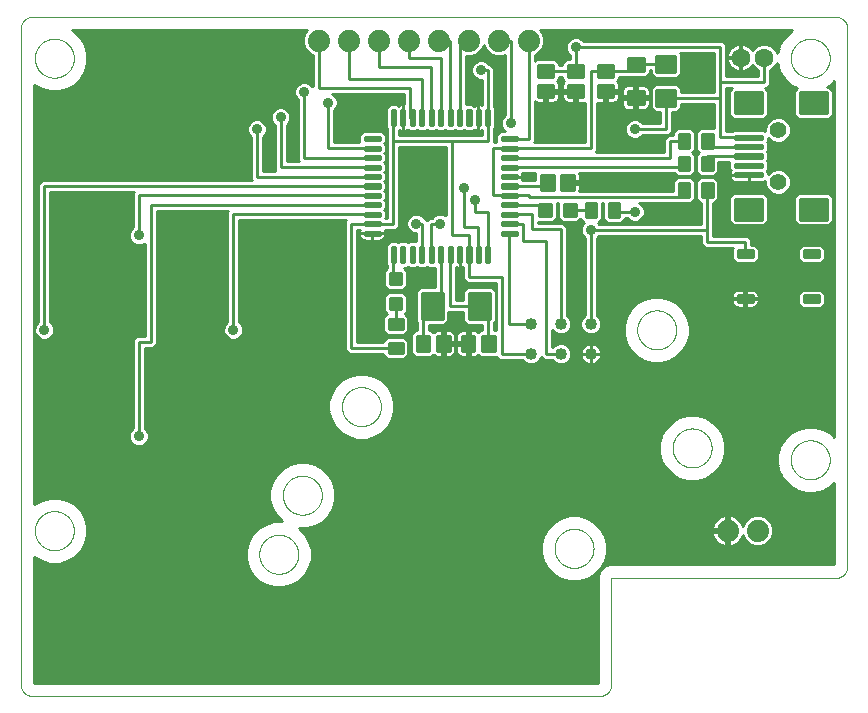
<source format=gbl>
G75*
%MOIN*%
%OFA0B0*%
%FSLAX25Y25*%
%IPPOS*%
%LPD*%
%AMOC8*
5,1,8,0,0,1.08239X$1,22.5*
%
%ADD10C,0.00000*%
%ADD11C,0.07400*%
%ADD12C,0.01602*%
%ADD13C,0.04000*%
%ADD14C,0.01575*%
%ADD15C,0.01587*%
%ADD16C,0.01598*%
%ADD17C,0.05543*%
%ADD18C,0.01594*%
%ADD19C,0.01606*%
%ADD20C,0.06299*%
%ADD21C,0.01590*%
%ADD22C,0.01000*%
%ADD23C,0.03569*%
D10*
X0005437Y0001500D02*
X0194413Y0001500D01*
X0194537Y0001502D01*
X0194660Y0001508D01*
X0194784Y0001517D01*
X0194906Y0001531D01*
X0195029Y0001548D01*
X0195151Y0001570D01*
X0195272Y0001595D01*
X0195392Y0001624D01*
X0195511Y0001656D01*
X0195630Y0001693D01*
X0195747Y0001733D01*
X0195862Y0001776D01*
X0195977Y0001824D01*
X0196089Y0001875D01*
X0196200Y0001929D01*
X0196310Y0001987D01*
X0196417Y0002048D01*
X0196523Y0002113D01*
X0196626Y0002181D01*
X0196727Y0002252D01*
X0196826Y0002326D01*
X0196923Y0002403D01*
X0197017Y0002484D01*
X0197108Y0002567D01*
X0197197Y0002653D01*
X0197283Y0002742D01*
X0197366Y0002833D01*
X0197447Y0002927D01*
X0197524Y0003024D01*
X0197598Y0003123D01*
X0197669Y0003224D01*
X0197737Y0003327D01*
X0197802Y0003433D01*
X0197863Y0003540D01*
X0197921Y0003650D01*
X0197975Y0003761D01*
X0198026Y0003873D01*
X0198074Y0003988D01*
X0198117Y0004103D01*
X0198157Y0004220D01*
X0198194Y0004339D01*
X0198226Y0004458D01*
X0198255Y0004578D01*
X0198280Y0004699D01*
X0198302Y0004821D01*
X0198319Y0004944D01*
X0198333Y0005066D01*
X0198342Y0005190D01*
X0198348Y0005313D01*
X0198350Y0005437D01*
X0198350Y0040870D01*
X0273154Y0040870D01*
X0273278Y0040872D01*
X0273401Y0040878D01*
X0273525Y0040887D01*
X0273647Y0040901D01*
X0273770Y0040918D01*
X0273892Y0040940D01*
X0274013Y0040965D01*
X0274133Y0040994D01*
X0274252Y0041026D01*
X0274371Y0041063D01*
X0274488Y0041103D01*
X0274603Y0041146D01*
X0274718Y0041194D01*
X0274830Y0041245D01*
X0274941Y0041299D01*
X0275051Y0041357D01*
X0275158Y0041418D01*
X0275264Y0041483D01*
X0275367Y0041551D01*
X0275468Y0041622D01*
X0275567Y0041696D01*
X0275664Y0041773D01*
X0275758Y0041854D01*
X0275849Y0041937D01*
X0275938Y0042023D01*
X0276024Y0042112D01*
X0276107Y0042203D01*
X0276188Y0042297D01*
X0276265Y0042394D01*
X0276339Y0042493D01*
X0276410Y0042594D01*
X0276478Y0042697D01*
X0276543Y0042803D01*
X0276604Y0042910D01*
X0276662Y0043020D01*
X0276716Y0043131D01*
X0276767Y0043243D01*
X0276815Y0043358D01*
X0276858Y0043473D01*
X0276898Y0043590D01*
X0276935Y0043709D01*
X0276967Y0043828D01*
X0276996Y0043948D01*
X0277021Y0044069D01*
X0277043Y0044191D01*
X0277060Y0044314D01*
X0277074Y0044436D01*
X0277083Y0044560D01*
X0277089Y0044683D01*
X0277091Y0044807D01*
X0277091Y0223941D01*
X0277089Y0224065D01*
X0277083Y0224188D01*
X0277074Y0224312D01*
X0277060Y0224434D01*
X0277043Y0224557D01*
X0277021Y0224679D01*
X0276996Y0224800D01*
X0276967Y0224920D01*
X0276935Y0225039D01*
X0276898Y0225158D01*
X0276858Y0225275D01*
X0276815Y0225390D01*
X0276767Y0225505D01*
X0276716Y0225617D01*
X0276662Y0225728D01*
X0276604Y0225838D01*
X0276543Y0225945D01*
X0276478Y0226051D01*
X0276410Y0226154D01*
X0276339Y0226255D01*
X0276265Y0226354D01*
X0276188Y0226451D01*
X0276107Y0226545D01*
X0276024Y0226636D01*
X0275938Y0226725D01*
X0275849Y0226811D01*
X0275758Y0226894D01*
X0275664Y0226975D01*
X0275567Y0227052D01*
X0275468Y0227126D01*
X0275367Y0227197D01*
X0275264Y0227265D01*
X0275158Y0227330D01*
X0275051Y0227391D01*
X0274941Y0227449D01*
X0274830Y0227503D01*
X0274718Y0227554D01*
X0274603Y0227602D01*
X0274488Y0227645D01*
X0274371Y0227685D01*
X0274252Y0227722D01*
X0274133Y0227754D01*
X0274013Y0227783D01*
X0273892Y0227808D01*
X0273770Y0227830D01*
X0273647Y0227847D01*
X0273525Y0227861D01*
X0273401Y0227870D01*
X0273278Y0227876D01*
X0273154Y0227878D01*
X0005437Y0227878D01*
X0005313Y0227876D01*
X0005190Y0227870D01*
X0005066Y0227861D01*
X0004944Y0227847D01*
X0004821Y0227830D01*
X0004699Y0227808D01*
X0004578Y0227783D01*
X0004458Y0227754D01*
X0004339Y0227722D01*
X0004220Y0227685D01*
X0004103Y0227645D01*
X0003988Y0227602D01*
X0003873Y0227554D01*
X0003761Y0227503D01*
X0003650Y0227449D01*
X0003540Y0227391D01*
X0003433Y0227330D01*
X0003327Y0227265D01*
X0003224Y0227197D01*
X0003123Y0227126D01*
X0003024Y0227052D01*
X0002927Y0226975D01*
X0002833Y0226894D01*
X0002742Y0226811D01*
X0002653Y0226725D01*
X0002567Y0226636D01*
X0002484Y0226545D01*
X0002403Y0226451D01*
X0002326Y0226354D01*
X0002252Y0226255D01*
X0002181Y0226154D01*
X0002113Y0226051D01*
X0002048Y0225945D01*
X0001987Y0225838D01*
X0001929Y0225728D01*
X0001875Y0225617D01*
X0001824Y0225505D01*
X0001776Y0225390D01*
X0001733Y0225275D01*
X0001693Y0225158D01*
X0001656Y0225039D01*
X0001624Y0224920D01*
X0001595Y0224800D01*
X0001570Y0224679D01*
X0001548Y0224557D01*
X0001531Y0224434D01*
X0001517Y0224312D01*
X0001508Y0224188D01*
X0001502Y0224065D01*
X0001500Y0223941D01*
X0001500Y0005437D01*
X0001502Y0005313D01*
X0001508Y0005190D01*
X0001517Y0005066D01*
X0001531Y0004944D01*
X0001548Y0004821D01*
X0001570Y0004699D01*
X0001595Y0004578D01*
X0001624Y0004458D01*
X0001656Y0004339D01*
X0001693Y0004220D01*
X0001733Y0004103D01*
X0001776Y0003988D01*
X0001824Y0003873D01*
X0001875Y0003761D01*
X0001929Y0003650D01*
X0001987Y0003540D01*
X0002048Y0003433D01*
X0002113Y0003327D01*
X0002181Y0003224D01*
X0002252Y0003123D01*
X0002326Y0003024D01*
X0002403Y0002927D01*
X0002484Y0002833D01*
X0002567Y0002742D01*
X0002653Y0002653D01*
X0002742Y0002567D01*
X0002833Y0002484D01*
X0002927Y0002403D01*
X0003024Y0002326D01*
X0003123Y0002252D01*
X0003224Y0002181D01*
X0003327Y0002113D01*
X0003433Y0002048D01*
X0003540Y0001987D01*
X0003650Y0001929D01*
X0003761Y0001875D01*
X0003873Y0001824D01*
X0003988Y0001776D01*
X0004103Y0001733D01*
X0004220Y0001693D01*
X0004339Y0001656D01*
X0004458Y0001624D01*
X0004578Y0001595D01*
X0004699Y0001570D01*
X0004821Y0001548D01*
X0004944Y0001531D01*
X0005066Y0001517D01*
X0005190Y0001508D01*
X0005313Y0001502D01*
X0005437Y0001500D01*
X0006220Y0056618D02*
X0006222Y0056779D01*
X0006228Y0056939D01*
X0006238Y0057100D01*
X0006252Y0057260D01*
X0006270Y0057420D01*
X0006291Y0057579D01*
X0006317Y0057738D01*
X0006347Y0057896D01*
X0006380Y0058053D01*
X0006418Y0058210D01*
X0006459Y0058365D01*
X0006504Y0058519D01*
X0006553Y0058672D01*
X0006606Y0058824D01*
X0006662Y0058975D01*
X0006723Y0059124D01*
X0006786Y0059272D01*
X0006854Y0059418D01*
X0006925Y0059562D01*
X0006999Y0059704D01*
X0007077Y0059845D01*
X0007159Y0059983D01*
X0007244Y0060120D01*
X0007332Y0060254D01*
X0007424Y0060386D01*
X0007519Y0060516D01*
X0007617Y0060644D01*
X0007718Y0060769D01*
X0007822Y0060891D01*
X0007929Y0061011D01*
X0008039Y0061128D01*
X0008152Y0061243D01*
X0008268Y0061354D01*
X0008387Y0061463D01*
X0008508Y0061568D01*
X0008632Y0061671D01*
X0008758Y0061771D01*
X0008886Y0061867D01*
X0009017Y0061960D01*
X0009151Y0062050D01*
X0009286Y0062137D01*
X0009424Y0062220D01*
X0009563Y0062300D01*
X0009705Y0062376D01*
X0009848Y0062449D01*
X0009993Y0062518D01*
X0010140Y0062584D01*
X0010288Y0062646D01*
X0010438Y0062704D01*
X0010589Y0062759D01*
X0010742Y0062810D01*
X0010896Y0062857D01*
X0011051Y0062900D01*
X0011207Y0062939D01*
X0011363Y0062975D01*
X0011521Y0063006D01*
X0011679Y0063034D01*
X0011838Y0063058D01*
X0011998Y0063078D01*
X0012158Y0063094D01*
X0012318Y0063106D01*
X0012479Y0063114D01*
X0012640Y0063118D01*
X0012800Y0063118D01*
X0012961Y0063114D01*
X0013122Y0063106D01*
X0013282Y0063094D01*
X0013442Y0063078D01*
X0013602Y0063058D01*
X0013761Y0063034D01*
X0013919Y0063006D01*
X0014077Y0062975D01*
X0014233Y0062939D01*
X0014389Y0062900D01*
X0014544Y0062857D01*
X0014698Y0062810D01*
X0014851Y0062759D01*
X0015002Y0062704D01*
X0015152Y0062646D01*
X0015300Y0062584D01*
X0015447Y0062518D01*
X0015592Y0062449D01*
X0015735Y0062376D01*
X0015877Y0062300D01*
X0016016Y0062220D01*
X0016154Y0062137D01*
X0016289Y0062050D01*
X0016423Y0061960D01*
X0016554Y0061867D01*
X0016682Y0061771D01*
X0016808Y0061671D01*
X0016932Y0061568D01*
X0017053Y0061463D01*
X0017172Y0061354D01*
X0017288Y0061243D01*
X0017401Y0061128D01*
X0017511Y0061011D01*
X0017618Y0060891D01*
X0017722Y0060769D01*
X0017823Y0060644D01*
X0017921Y0060516D01*
X0018016Y0060386D01*
X0018108Y0060254D01*
X0018196Y0060120D01*
X0018281Y0059983D01*
X0018363Y0059845D01*
X0018441Y0059704D01*
X0018515Y0059562D01*
X0018586Y0059418D01*
X0018654Y0059272D01*
X0018717Y0059124D01*
X0018778Y0058975D01*
X0018834Y0058824D01*
X0018887Y0058672D01*
X0018936Y0058519D01*
X0018981Y0058365D01*
X0019022Y0058210D01*
X0019060Y0058053D01*
X0019093Y0057896D01*
X0019123Y0057738D01*
X0019149Y0057579D01*
X0019170Y0057420D01*
X0019188Y0057260D01*
X0019202Y0057100D01*
X0019212Y0056939D01*
X0019218Y0056779D01*
X0019220Y0056618D01*
X0019218Y0056457D01*
X0019212Y0056297D01*
X0019202Y0056136D01*
X0019188Y0055976D01*
X0019170Y0055816D01*
X0019149Y0055657D01*
X0019123Y0055498D01*
X0019093Y0055340D01*
X0019060Y0055183D01*
X0019022Y0055026D01*
X0018981Y0054871D01*
X0018936Y0054717D01*
X0018887Y0054564D01*
X0018834Y0054412D01*
X0018778Y0054261D01*
X0018717Y0054112D01*
X0018654Y0053964D01*
X0018586Y0053818D01*
X0018515Y0053674D01*
X0018441Y0053532D01*
X0018363Y0053391D01*
X0018281Y0053253D01*
X0018196Y0053116D01*
X0018108Y0052982D01*
X0018016Y0052850D01*
X0017921Y0052720D01*
X0017823Y0052592D01*
X0017722Y0052467D01*
X0017618Y0052345D01*
X0017511Y0052225D01*
X0017401Y0052108D01*
X0017288Y0051993D01*
X0017172Y0051882D01*
X0017053Y0051773D01*
X0016932Y0051668D01*
X0016808Y0051565D01*
X0016682Y0051465D01*
X0016554Y0051369D01*
X0016423Y0051276D01*
X0016289Y0051186D01*
X0016154Y0051099D01*
X0016016Y0051016D01*
X0015877Y0050936D01*
X0015735Y0050860D01*
X0015592Y0050787D01*
X0015447Y0050718D01*
X0015300Y0050652D01*
X0015152Y0050590D01*
X0015002Y0050532D01*
X0014851Y0050477D01*
X0014698Y0050426D01*
X0014544Y0050379D01*
X0014389Y0050336D01*
X0014233Y0050297D01*
X0014077Y0050261D01*
X0013919Y0050230D01*
X0013761Y0050202D01*
X0013602Y0050178D01*
X0013442Y0050158D01*
X0013282Y0050142D01*
X0013122Y0050130D01*
X0012961Y0050122D01*
X0012800Y0050118D01*
X0012640Y0050118D01*
X0012479Y0050122D01*
X0012318Y0050130D01*
X0012158Y0050142D01*
X0011998Y0050158D01*
X0011838Y0050178D01*
X0011679Y0050202D01*
X0011521Y0050230D01*
X0011363Y0050261D01*
X0011207Y0050297D01*
X0011051Y0050336D01*
X0010896Y0050379D01*
X0010742Y0050426D01*
X0010589Y0050477D01*
X0010438Y0050532D01*
X0010288Y0050590D01*
X0010140Y0050652D01*
X0009993Y0050718D01*
X0009848Y0050787D01*
X0009705Y0050860D01*
X0009563Y0050936D01*
X0009424Y0051016D01*
X0009286Y0051099D01*
X0009151Y0051186D01*
X0009017Y0051276D01*
X0008886Y0051369D01*
X0008758Y0051465D01*
X0008632Y0051565D01*
X0008508Y0051668D01*
X0008387Y0051773D01*
X0008268Y0051882D01*
X0008152Y0051993D01*
X0008039Y0052108D01*
X0007929Y0052225D01*
X0007822Y0052345D01*
X0007718Y0052467D01*
X0007617Y0052592D01*
X0007519Y0052720D01*
X0007424Y0052850D01*
X0007332Y0052982D01*
X0007244Y0053116D01*
X0007159Y0053253D01*
X0007077Y0053391D01*
X0006999Y0053532D01*
X0006925Y0053674D01*
X0006854Y0053818D01*
X0006786Y0053964D01*
X0006723Y0054112D01*
X0006662Y0054261D01*
X0006606Y0054412D01*
X0006553Y0054564D01*
X0006504Y0054717D01*
X0006459Y0054871D01*
X0006418Y0055026D01*
X0006380Y0055183D01*
X0006347Y0055340D01*
X0006317Y0055498D01*
X0006291Y0055657D01*
X0006270Y0055816D01*
X0006252Y0055976D01*
X0006238Y0056136D01*
X0006228Y0056297D01*
X0006222Y0056457D01*
X0006220Y0056618D01*
X0081024Y0048744D02*
X0081026Y0048905D01*
X0081032Y0049065D01*
X0081042Y0049226D01*
X0081056Y0049386D01*
X0081074Y0049546D01*
X0081095Y0049705D01*
X0081121Y0049864D01*
X0081151Y0050022D01*
X0081184Y0050179D01*
X0081222Y0050336D01*
X0081263Y0050491D01*
X0081308Y0050645D01*
X0081357Y0050798D01*
X0081410Y0050950D01*
X0081466Y0051101D01*
X0081527Y0051250D01*
X0081590Y0051398D01*
X0081658Y0051544D01*
X0081729Y0051688D01*
X0081803Y0051830D01*
X0081881Y0051971D01*
X0081963Y0052109D01*
X0082048Y0052246D01*
X0082136Y0052380D01*
X0082228Y0052512D01*
X0082323Y0052642D01*
X0082421Y0052770D01*
X0082522Y0052895D01*
X0082626Y0053017D01*
X0082733Y0053137D01*
X0082843Y0053254D01*
X0082956Y0053369D01*
X0083072Y0053480D01*
X0083191Y0053589D01*
X0083312Y0053694D01*
X0083436Y0053797D01*
X0083562Y0053897D01*
X0083690Y0053993D01*
X0083821Y0054086D01*
X0083955Y0054176D01*
X0084090Y0054263D01*
X0084228Y0054346D01*
X0084367Y0054426D01*
X0084509Y0054502D01*
X0084652Y0054575D01*
X0084797Y0054644D01*
X0084944Y0054710D01*
X0085092Y0054772D01*
X0085242Y0054830D01*
X0085393Y0054885D01*
X0085546Y0054936D01*
X0085700Y0054983D01*
X0085855Y0055026D01*
X0086011Y0055065D01*
X0086167Y0055101D01*
X0086325Y0055132D01*
X0086483Y0055160D01*
X0086642Y0055184D01*
X0086802Y0055204D01*
X0086962Y0055220D01*
X0087122Y0055232D01*
X0087283Y0055240D01*
X0087444Y0055244D01*
X0087604Y0055244D01*
X0087765Y0055240D01*
X0087926Y0055232D01*
X0088086Y0055220D01*
X0088246Y0055204D01*
X0088406Y0055184D01*
X0088565Y0055160D01*
X0088723Y0055132D01*
X0088881Y0055101D01*
X0089037Y0055065D01*
X0089193Y0055026D01*
X0089348Y0054983D01*
X0089502Y0054936D01*
X0089655Y0054885D01*
X0089806Y0054830D01*
X0089956Y0054772D01*
X0090104Y0054710D01*
X0090251Y0054644D01*
X0090396Y0054575D01*
X0090539Y0054502D01*
X0090681Y0054426D01*
X0090820Y0054346D01*
X0090958Y0054263D01*
X0091093Y0054176D01*
X0091227Y0054086D01*
X0091358Y0053993D01*
X0091486Y0053897D01*
X0091612Y0053797D01*
X0091736Y0053694D01*
X0091857Y0053589D01*
X0091976Y0053480D01*
X0092092Y0053369D01*
X0092205Y0053254D01*
X0092315Y0053137D01*
X0092422Y0053017D01*
X0092526Y0052895D01*
X0092627Y0052770D01*
X0092725Y0052642D01*
X0092820Y0052512D01*
X0092912Y0052380D01*
X0093000Y0052246D01*
X0093085Y0052109D01*
X0093167Y0051971D01*
X0093245Y0051830D01*
X0093319Y0051688D01*
X0093390Y0051544D01*
X0093458Y0051398D01*
X0093521Y0051250D01*
X0093582Y0051101D01*
X0093638Y0050950D01*
X0093691Y0050798D01*
X0093740Y0050645D01*
X0093785Y0050491D01*
X0093826Y0050336D01*
X0093864Y0050179D01*
X0093897Y0050022D01*
X0093927Y0049864D01*
X0093953Y0049705D01*
X0093974Y0049546D01*
X0093992Y0049386D01*
X0094006Y0049226D01*
X0094016Y0049065D01*
X0094022Y0048905D01*
X0094024Y0048744D01*
X0094022Y0048583D01*
X0094016Y0048423D01*
X0094006Y0048262D01*
X0093992Y0048102D01*
X0093974Y0047942D01*
X0093953Y0047783D01*
X0093927Y0047624D01*
X0093897Y0047466D01*
X0093864Y0047309D01*
X0093826Y0047152D01*
X0093785Y0046997D01*
X0093740Y0046843D01*
X0093691Y0046690D01*
X0093638Y0046538D01*
X0093582Y0046387D01*
X0093521Y0046238D01*
X0093458Y0046090D01*
X0093390Y0045944D01*
X0093319Y0045800D01*
X0093245Y0045658D01*
X0093167Y0045517D01*
X0093085Y0045379D01*
X0093000Y0045242D01*
X0092912Y0045108D01*
X0092820Y0044976D01*
X0092725Y0044846D01*
X0092627Y0044718D01*
X0092526Y0044593D01*
X0092422Y0044471D01*
X0092315Y0044351D01*
X0092205Y0044234D01*
X0092092Y0044119D01*
X0091976Y0044008D01*
X0091857Y0043899D01*
X0091736Y0043794D01*
X0091612Y0043691D01*
X0091486Y0043591D01*
X0091358Y0043495D01*
X0091227Y0043402D01*
X0091093Y0043312D01*
X0090958Y0043225D01*
X0090820Y0043142D01*
X0090681Y0043062D01*
X0090539Y0042986D01*
X0090396Y0042913D01*
X0090251Y0042844D01*
X0090104Y0042778D01*
X0089956Y0042716D01*
X0089806Y0042658D01*
X0089655Y0042603D01*
X0089502Y0042552D01*
X0089348Y0042505D01*
X0089193Y0042462D01*
X0089037Y0042423D01*
X0088881Y0042387D01*
X0088723Y0042356D01*
X0088565Y0042328D01*
X0088406Y0042304D01*
X0088246Y0042284D01*
X0088086Y0042268D01*
X0087926Y0042256D01*
X0087765Y0042248D01*
X0087604Y0042244D01*
X0087444Y0042244D01*
X0087283Y0042248D01*
X0087122Y0042256D01*
X0086962Y0042268D01*
X0086802Y0042284D01*
X0086642Y0042304D01*
X0086483Y0042328D01*
X0086325Y0042356D01*
X0086167Y0042387D01*
X0086011Y0042423D01*
X0085855Y0042462D01*
X0085700Y0042505D01*
X0085546Y0042552D01*
X0085393Y0042603D01*
X0085242Y0042658D01*
X0085092Y0042716D01*
X0084944Y0042778D01*
X0084797Y0042844D01*
X0084652Y0042913D01*
X0084509Y0042986D01*
X0084367Y0043062D01*
X0084228Y0043142D01*
X0084090Y0043225D01*
X0083955Y0043312D01*
X0083821Y0043402D01*
X0083690Y0043495D01*
X0083562Y0043591D01*
X0083436Y0043691D01*
X0083312Y0043794D01*
X0083191Y0043899D01*
X0083072Y0044008D01*
X0082956Y0044119D01*
X0082843Y0044234D01*
X0082733Y0044351D01*
X0082626Y0044471D01*
X0082522Y0044593D01*
X0082421Y0044718D01*
X0082323Y0044846D01*
X0082228Y0044976D01*
X0082136Y0045108D01*
X0082048Y0045242D01*
X0081963Y0045379D01*
X0081881Y0045517D01*
X0081803Y0045658D01*
X0081729Y0045800D01*
X0081658Y0045944D01*
X0081590Y0046090D01*
X0081527Y0046238D01*
X0081466Y0046387D01*
X0081410Y0046538D01*
X0081357Y0046690D01*
X0081308Y0046843D01*
X0081263Y0046997D01*
X0081222Y0047152D01*
X0081184Y0047309D01*
X0081151Y0047466D01*
X0081121Y0047624D01*
X0081095Y0047783D01*
X0081074Y0047942D01*
X0081056Y0048102D01*
X0081042Y0048262D01*
X0081032Y0048423D01*
X0081026Y0048583D01*
X0081024Y0048744D01*
X0088898Y0068429D02*
X0088900Y0068590D01*
X0088906Y0068750D01*
X0088916Y0068911D01*
X0088930Y0069071D01*
X0088948Y0069231D01*
X0088969Y0069390D01*
X0088995Y0069549D01*
X0089025Y0069707D01*
X0089058Y0069864D01*
X0089096Y0070021D01*
X0089137Y0070176D01*
X0089182Y0070330D01*
X0089231Y0070483D01*
X0089284Y0070635D01*
X0089340Y0070786D01*
X0089401Y0070935D01*
X0089464Y0071083D01*
X0089532Y0071229D01*
X0089603Y0071373D01*
X0089677Y0071515D01*
X0089755Y0071656D01*
X0089837Y0071794D01*
X0089922Y0071931D01*
X0090010Y0072065D01*
X0090102Y0072197D01*
X0090197Y0072327D01*
X0090295Y0072455D01*
X0090396Y0072580D01*
X0090500Y0072702D01*
X0090607Y0072822D01*
X0090717Y0072939D01*
X0090830Y0073054D01*
X0090946Y0073165D01*
X0091065Y0073274D01*
X0091186Y0073379D01*
X0091310Y0073482D01*
X0091436Y0073582D01*
X0091564Y0073678D01*
X0091695Y0073771D01*
X0091829Y0073861D01*
X0091964Y0073948D01*
X0092102Y0074031D01*
X0092241Y0074111D01*
X0092383Y0074187D01*
X0092526Y0074260D01*
X0092671Y0074329D01*
X0092818Y0074395D01*
X0092966Y0074457D01*
X0093116Y0074515D01*
X0093267Y0074570D01*
X0093420Y0074621D01*
X0093574Y0074668D01*
X0093729Y0074711D01*
X0093885Y0074750D01*
X0094041Y0074786D01*
X0094199Y0074817D01*
X0094357Y0074845D01*
X0094516Y0074869D01*
X0094676Y0074889D01*
X0094836Y0074905D01*
X0094996Y0074917D01*
X0095157Y0074925D01*
X0095318Y0074929D01*
X0095478Y0074929D01*
X0095639Y0074925D01*
X0095800Y0074917D01*
X0095960Y0074905D01*
X0096120Y0074889D01*
X0096280Y0074869D01*
X0096439Y0074845D01*
X0096597Y0074817D01*
X0096755Y0074786D01*
X0096911Y0074750D01*
X0097067Y0074711D01*
X0097222Y0074668D01*
X0097376Y0074621D01*
X0097529Y0074570D01*
X0097680Y0074515D01*
X0097830Y0074457D01*
X0097978Y0074395D01*
X0098125Y0074329D01*
X0098270Y0074260D01*
X0098413Y0074187D01*
X0098555Y0074111D01*
X0098694Y0074031D01*
X0098832Y0073948D01*
X0098967Y0073861D01*
X0099101Y0073771D01*
X0099232Y0073678D01*
X0099360Y0073582D01*
X0099486Y0073482D01*
X0099610Y0073379D01*
X0099731Y0073274D01*
X0099850Y0073165D01*
X0099966Y0073054D01*
X0100079Y0072939D01*
X0100189Y0072822D01*
X0100296Y0072702D01*
X0100400Y0072580D01*
X0100501Y0072455D01*
X0100599Y0072327D01*
X0100694Y0072197D01*
X0100786Y0072065D01*
X0100874Y0071931D01*
X0100959Y0071794D01*
X0101041Y0071656D01*
X0101119Y0071515D01*
X0101193Y0071373D01*
X0101264Y0071229D01*
X0101332Y0071083D01*
X0101395Y0070935D01*
X0101456Y0070786D01*
X0101512Y0070635D01*
X0101565Y0070483D01*
X0101614Y0070330D01*
X0101659Y0070176D01*
X0101700Y0070021D01*
X0101738Y0069864D01*
X0101771Y0069707D01*
X0101801Y0069549D01*
X0101827Y0069390D01*
X0101848Y0069231D01*
X0101866Y0069071D01*
X0101880Y0068911D01*
X0101890Y0068750D01*
X0101896Y0068590D01*
X0101898Y0068429D01*
X0101896Y0068268D01*
X0101890Y0068108D01*
X0101880Y0067947D01*
X0101866Y0067787D01*
X0101848Y0067627D01*
X0101827Y0067468D01*
X0101801Y0067309D01*
X0101771Y0067151D01*
X0101738Y0066994D01*
X0101700Y0066837D01*
X0101659Y0066682D01*
X0101614Y0066528D01*
X0101565Y0066375D01*
X0101512Y0066223D01*
X0101456Y0066072D01*
X0101395Y0065923D01*
X0101332Y0065775D01*
X0101264Y0065629D01*
X0101193Y0065485D01*
X0101119Y0065343D01*
X0101041Y0065202D01*
X0100959Y0065064D01*
X0100874Y0064927D01*
X0100786Y0064793D01*
X0100694Y0064661D01*
X0100599Y0064531D01*
X0100501Y0064403D01*
X0100400Y0064278D01*
X0100296Y0064156D01*
X0100189Y0064036D01*
X0100079Y0063919D01*
X0099966Y0063804D01*
X0099850Y0063693D01*
X0099731Y0063584D01*
X0099610Y0063479D01*
X0099486Y0063376D01*
X0099360Y0063276D01*
X0099232Y0063180D01*
X0099101Y0063087D01*
X0098967Y0062997D01*
X0098832Y0062910D01*
X0098694Y0062827D01*
X0098555Y0062747D01*
X0098413Y0062671D01*
X0098270Y0062598D01*
X0098125Y0062529D01*
X0097978Y0062463D01*
X0097830Y0062401D01*
X0097680Y0062343D01*
X0097529Y0062288D01*
X0097376Y0062237D01*
X0097222Y0062190D01*
X0097067Y0062147D01*
X0096911Y0062108D01*
X0096755Y0062072D01*
X0096597Y0062041D01*
X0096439Y0062013D01*
X0096280Y0061989D01*
X0096120Y0061969D01*
X0095960Y0061953D01*
X0095800Y0061941D01*
X0095639Y0061933D01*
X0095478Y0061929D01*
X0095318Y0061929D01*
X0095157Y0061933D01*
X0094996Y0061941D01*
X0094836Y0061953D01*
X0094676Y0061969D01*
X0094516Y0061989D01*
X0094357Y0062013D01*
X0094199Y0062041D01*
X0094041Y0062072D01*
X0093885Y0062108D01*
X0093729Y0062147D01*
X0093574Y0062190D01*
X0093420Y0062237D01*
X0093267Y0062288D01*
X0093116Y0062343D01*
X0092966Y0062401D01*
X0092818Y0062463D01*
X0092671Y0062529D01*
X0092526Y0062598D01*
X0092383Y0062671D01*
X0092241Y0062747D01*
X0092102Y0062827D01*
X0091964Y0062910D01*
X0091829Y0062997D01*
X0091695Y0063087D01*
X0091564Y0063180D01*
X0091436Y0063276D01*
X0091310Y0063376D01*
X0091186Y0063479D01*
X0091065Y0063584D01*
X0090946Y0063693D01*
X0090830Y0063804D01*
X0090717Y0063919D01*
X0090607Y0064036D01*
X0090500Y0064156D01*
X0090396Y0064278D01*
X0090295Y0064403D01*
X0090197Y0064531D01*
X0090102Y0064661D01*
X0090010Y0064793D01*
X0089922Y0064927D01*
X0089837Y0065064D01*
X0089755Y0065202D01*
X0089677Y0065343D01*
X0089603Y0065485D01*
X0089532Y0065629D01*
X0089464Y0065775D01*
X0089401Y0065923D01*
X0089340Y0066072D01*
X0089284Y0066223D01*
X0089231Y0066375D01*
X0089182Y0066528D01*
X0089137Y0066682D01*
X0089096Y0066837D01*
X0089058Y0066994D01*
X0089025Y0067151D01*
X0088995Y0067309D01*
X0088969Y0067468D01*
X0088948Y0067627D01*
X0088930Y0067787D01*
X0088916Y0067947D01*
X0088906Y0068108D01*
X0088900Y0068268D01*
X0088898Y0068429D01*
X0108583Y0097957D02*
X0108585Y0098118D01*
X0108591Y0098278D01*
X0108601Y0098439D01*
X0108615Y0098599D01*
X0108633Y0098759D01*
X0108654Y0098918D01*
X0108680Y0099077D01*
X0108710Y0099235D01*
X0108743Y0099392D01*
X0108781Y0099549D01*
X0108822Y0099704D01*
X0108867Y0099858D01*
X0108916Y0100011D01*
X0108969Y0100163D01*
X0109025Y0100314D01*
X0109086Y0100463D01*
X0109149Y0100611D01*
X0109217Y0100757D01*
X0109288Y0100901D01*
X0109362Y0101043D01*
X0109440Y0101184D01*
X0109522Y0101322D01*
X0109607Y0101459D01*
X0109695Y0101593D01*
X0109787Y0101725D01*
X0109882Y0101855D01*
X0109980Y0101983D01*
X0110081Y0102108D01*
X0110185Y0102230D01*
X0110292Y0102350D01*
X0110402Y0102467D01*
X0110515Y0102582D01*
X0110631Y0102693D01*
X0110750Y0102802D01*
X0110871Y0102907D01*
X0110995Y0103010D01*
X0111121Y0103110D01*
X0111249Y0103206D01*
X0111380Y0103299D01*
X0111514Y0103389D01*
X0111649Y0103476D01*
X0111787Y0103559D01*
X0111926Y0103639D01*
X0112068Y0103715D01*
X0112211Y0103788D01*
X0112356Y0103857D01*
X0112503Y0103923D01*
X0112651Y0103985D01*
X0112801Y0104043D01*
X0112952Y0104098D01*
X0113105Y0104149D01*
X0113259Y0104196D01*
X0113414Y0104239D01*
X0113570Y0104278D01*
X0113726Y0104314D01*
X0113884Y0104345D01*
X0114042Y0104373D01*
X0114201Y0104397D01*
X0114361Y0104417D01*
X0114521Y0104433D01*
X0114681Y0104445D01*
X0114842Y0104453D01*
X0115003Y0104457D01*
X0115163Y0104457D01*
X0115324Y0104453D01*
X0115485Y0104445D01*
X0115645Y0104433D01*
X0115805Y0104417D01*
X0115965Y0104397D01*
X0116124Y0104373D01*
X0116282Y0104345D01*
X0116440Y0104314D01*
X0116596Y0104278D01*
X0116752Y0104239D01*
X0116907Y0104196D01*
X0117061Y0104149D01*
X0117214Y0104098D01*
X0117365Y0104043D01*
X0117515Y0103985D01*
X0117663Y0103923D01*
X0117810Y0103857D01*
X0117955Y0103788D01*
X0118098Y0103715D01*
X0118240Y0103639D01*
X0118379Y0103559D01*
X0118517Y0103476D01*
X0118652Y0103389D01*
X0118786Y0103299D01*
X0118917Y0103206D01*
X0119045Y0103110D01*
X0119171Y0103010D01*
X0119295Y0102907D01*
X0119416Y0102802D01*
X0119535Y0102693D01*
X0119651Y0102582D01*
X0119764Y0102467D01*
X0119874Y0102350D01*
X0119981Y0102230D01*
X0120085Y0102108D01*
X0120186Y0101983D01*
X0120284Y0101855D01*
X0120379Y0101725D01*
X0120471Y0101593D01*
X0120559Y0101459D01*
X0120644Y0101322D01*
X0120726Y0101184D01*
X0120804Y0101043D01*
X0120878Y0100901D01*
X0120949Y0100757D01*
X0121017Y0100611D01*
X0121080Y0100463D01*
X0121141Y0100314D01*
X0121197Y0100163D01*
X0121250Y0100011D01*
X0121299Y0099858D01*
X0121344Y0099704D01*
X0121385Y0099549D01*
X0121423Y0099392D01*
X0121456Y0099235D01*
X0121486Y0099077D01*
X0121512Y0098918D01*
X0121533Y0098759D01*
X0121551Y0098599D01*
X0121565Y0098439D01*
X0121575Y0098278D01*
X0121581Y0098118D01*
X0121583Y0097957D01*
X0121581Y0097796D01*
X0121575Y0097636D01*
X0121565Y0097475D01*
X0121551Y0097315D01*
X0121533Y0097155D01*
X0121512Y0096996D01*
X0121486Y0096837D01*
X0121456Y0096679D01*
X0121423Y0096522D01*
X0121385Y0096365D01*
X0121344Y0096210D01*
X0121299Y0096056D01*
X0121250Y0095903D01*
X0121197Y0095751D01*
X0121141Y0095600D01*
X0121080Y0095451D01*
X0121017Y0095303D01*
X0120949Y0095157D01*
X0120878Y0095013D01*
X0120804Y0094871D01*
X0120726Y0094730D01*
X0120644Y0094592D01*
X0120559Y0094455D01*
X0120471Y0094321D01*
X0120379Y0094189D01*
X0120284Y0094059D01*
X0120186Y0093931D01*
X0120085Y0093806D01*
X0119981Y0093684D01*
X0119874Y0093564D01*
X0119764Y0093447D01*
X0119651Y0093332D01*
X0119535Y0093221D01*
X0119416Y0093112D01*
X0119295Y0093007D01*
X0119171Y0092904D01*
X0119045Y0092804D01*
X0118917Y0092708D01*
X0118786Y0092615D01*
X0118652Y0092525D01*
X0118517Y0092438D01*
X0118379Y0092355D01*
X0118240Y0092275D01*
X0118098Y0092199D01*
X0117955Y0092126D01*
X0117810Y0092057D01*
X0117663Y0091991D01*
X0117515Y0091929D01*
X0117365Y0091871D01*
X0117214Y0091816D01*
X0117061Y0091765D01*
X0116907Y0091718D01*
X0116752Y0091675D01*
X0116596Y0091636D01*
X0116440Y0091600D01*
X0116282Y0091569D01*
X0116124Y0091541D01*
X0115965Y0091517D01*
X0115805Y0091497D01*
X0115645Y0091481D01*
X0115485Y0091469D01*
X0115324Y0091461D01*
X0115163Y0091457D01*
X0115003Y0091457D01*
X0114842Y0091461D01*
X0114681Y0091469D01*
X0114521Y0091481D01*
X0114361Y0091497D01*
X0114201Y0091517D01*
X0114042Y0091541D01*
X0113884Y0091569D01*
X0113726Y0091600D01*
X0113570Y0091636D01*
X0113414Y0091675D01*
X0113259Y0091718D01*
X0113105Y0091765D01*
X0112952Y0091816D01*
X0112801Y0091871D01*
X0112651Y0091929D01*
X0112503Y0091991D01*
X0112356Y0092057D01*
X0112211Y0092126D01*
X0112068Y0092199D01*
X0111926Y0092275D01*
X0111787Y0092355D01*
X0111649Y0092438D01*
X0111514Y0092525D01*
X0111380Y0092615D01*
X0111249Y0092708D01*
X0111121Y0092804D01*
X0110995Y0092904D01*
X0110871Y0093007D01*
X0110750Y0093112D01*
X0110631Y0093221D01*
X0110515Y0093332D01*
X0110402Y0093447D01*
X0110292Y0093564D01*
X0110185Y0093684D01*
X0110081Y0093806D01*
X0109980Y0093931D01*
X0109882Y0094059D01*
X0109787Y0094189D01*
X0109695Y0094321D01*
X0109607Y0094455D01*
X0109522Y0094592D01*
X0109440Y0094730D01*
X0109362Y0094871D01*
X0109288Y0095013D01*
X0109217Y0095157D01*
X0109149Y0095303D01*
X0109086Y0095451D01*
X0109025Y0095600D01*
X0108969Y0095751D01*
X0108916Y0095903D01*
X0108867Y0096056D01*
X0108822Y0096210D01*
X0108781Y0096365D01*
X0108743Y0096522D01*
X0108710Y0096679D01*
X0108680Y0096837D01*
X0108654Y0096996D01*
X0108633Y0097155D01*
X0108615Y0097315D01*
X0108601Y0097475D01*
X0108591Y0097636D01*
X0108585Y0097796D01*
X0108583Y0097957D01*
X0179449Y0050713D02*
X0179451Y0050874D01*
X0179457Y0051034D01*
X0179467Y0051195D01*
X0179481Y0051355D01*
X0179499Y0051515D01*
X0179520Y0051674D01*
X0179546Y0051833D01*
X0179576Y0051991D01*
X0179609Y0052148D01*
X0179647Y0052305D01*
X0179688Y0052460D01*
X0179733Y0052614D01*
X0179782Y0052767D01*
X0179835Y0052919D01*
X0179891Y0053070D01*
X0179952Y0053219D01*
X0180015Y0053367D01*
X0180083Y0053513D01*
X0180154Y0053657D01*
X0180228Y0053799D01*
X0180306Y0053940D01*
X0180388Y0054078D01*
X0180473Y0054215D01*
X0180561Y0054349D01*
X0180653Y0054481D01*
X0180748Y0054611D01*
X0180846Y0054739D01*
X0180947Y0054864D01*
X0181051Y0054986D01*
X0181158Y0055106D01*
X0181268Y0055223D01*
X0181381Y0055338D01*
X0181497Y0055449D01*
X0181616Y0055558D01*
X0181737Y0055663D01*
X0181861Y0055766D01*
X0181987Y0055866D01*
X0182115Y0055962D01*
X0182246Y0056055D01*
X0182380Y0056145D01*
X0182515Y0056232D01*
X0182653Y0056315D01*
X0182792Y0056395D01*
X0182934Y0056471D01*
X0183077Y0056544D01*
X0183222Y0056613D01*
X0183369Y0056679D01*
X0183517Y0056741D01*
X0183667Y0056799D01*
X0183818Y0056854D01*
X0183971Y0056905D01*
X0184125Y0056952D01*
X0184280Y0056995D01*
X0184436Y0057034D01*
X0184592Y0057070D01*
X0184750Y0057101D01*
X0184908Y0057129D01*
X0185067Y0057153D01*
X0185227Y0057173D01*
X0185387Y0057189D01*
X0185547Y0057201D01*
X0185708Y0057209D01*
X0185869Y0057213D01*
X0186029Y0057213D01*
X0186190Y0057209D01*
X0186351Y0057201D01*
X0186511Y0057189D01*
X0186671Y0057173D01*
X0186831Y0057153D01*
X0186990Y0057129D01*
X0187148Y0057101D01*
X0187306Y0057070D01*
X0187462Y0057034D01*
X0187618Y0056995D01*
X0187773Y0056952D01*
X0187927Y0056905D01*
X0188080Y0056854D01*
X0188231Y0056799D01*
X0188381Y0056741D01*
X0188529Y0056679D01*
X0188676Y0056613D01*
X0188821Y0056544D01*
X0188964Y0056471D01*
X0189106Y0056395D01*
X0189245Y0056315D01*
X0189383Y0056232D01*
X0189518Y0056145D01*
X0189652Y0056055D01*
X0189783Y0055962D01*
X0189911Y0055866D01*
X0190037Y0055766D01*
X0190161Y0055663D01*
X0190282Y0055558D01*
X0190401Y0055449D01*
X0190517Y0055338D01*
X0190630Y0055223D01*
X0190740Y0055106D01*
X0190847Y0054986D01*
X0190951Y0054864D01*
X0191052Y0054739D01*
X0191150Y0054611D01*
X0191245Y0054481D01*
X0191337Y0054349D01*
X0191425Y0054215D01*
X0191510Y0054078D01*
X0191592Y0053940D01*
X0191670Y0053799D01*
X0191744Y0053657D01*
X0191815Y0053513D01*
X0191883Y0053367D01*
X0191946Y0053219D01*
X0192007Y0053070D01*
X0192063Y0052919D01*
X0192116Y0052767D01*
X0192165Y0052614D01*
X0192210Y0052460D01*
X0192251Y0052305D01*
X0192289Y0052148D01*
X0192322Y0051991D01*
X0192352Y0051833D01*
X0192378Y0051674D01*
X0192399Y0051515D01*
X0192417Y0051355D01*
X0192431Y0051195D01*
X0192441Y0051034D01*
X0192447Y0050874D01*
X0192449Y0050713D01*
X0192447Y0050552D01*
X0192441Y0050392D01*
X0192431Y0050231D01*
X0192417Y0050071D01*
X0192399Y0049911D01*
X0192378Y0049752D01*
X0192352Y0049593D01*
X0192322Y0049435D01*
X0192289Y0049278D01*
X0192251Y0049121D01*
X0192210Y0048966D01*
X0192165Y0048812D01*
X0192116Y0048659D01*
X0192063Y0048507D01*
X0192007Y0048356D01*
X0191946Y0048207D01*
X0191883Y0048059D01*
X0191815Y0047913D01*
X0191744Y0047769D01*
X0191670Y0047627D01*
X0191592Y0047486D01*
X0191510Y0047348D01*
X0191425Y0047211D01*
X0191337Y0047077D01*
X0191245Y0046945D01*
X0191150Y0046815D01*
X0191052Y0046687D01*
X0190951Y0046562D01*
X0190847Y0046440D01*
X0190740Y0046320D01*
X0190630Y0046203D01*
X0190517Y0046088D01*
X0190401Y0045977D01*
X0190282Y0045868D01*
X0190161Y0045763D01*
X0190037Y0045660D01*
X0189911Y0045560D01*
X0189783Y0045464D01*
X0189652Y0045371D01*
X0189518Y0045281D01*
X0189383Y0045194D01*
X0189245Y0045111D01*
X0189106Y0045031D01*
X0188964Y0044955D01*
X0188821Y0044882D01*
X0188676Y0044813D01*
X0188529Y0044747D01*
X0188381Y0044685D01*
X0188231Y0044627D01*
X0188080Y0044572D01*
X0187927Y0044521D01*
X0187773Y0044474D01*
X0187618Y0044431D01*
X0187462Y0044392D01*
X0187306Y0044356D01*
X0187148Y0044325D01*
X0186990Y0044297D01*
X0186831Y0044273D01*
X0186671Y0044253D01*
X0186511Y0044237D01*
X0186351Y0044225D01*
X0186190Y0044217D01*
X0186029Y0044213D01*
X0185869Y0044213D01*
X0185708Y0044217D01*
X0185547Y0044225D01*
X0185387Y0044237D01*
X0185227Y0044253D01*
X0185067Y0044273D01*
X0184908Y0044297D01*
X0184750Y0044325D01*
X0184592Y0044356D01*
X0184436Y0044392D01*
X0184280Y0044431D01*
X0184125Y0044474D01*
X0183971Y0044521D01*
X0183818Y0044572D01*
X0183667Y0044627D01*
X0183517Y0044685D01*
X0183369Y0044747D01*
X0183222Y0044813D01*
X0183077Y0044882D01*
X0182934Y0044955D01*
X0182792Y0045031D01*
X0182653Y0045111D01*
X0182515Y0045194D01*
X0182380Y0045281D01*
X0182246Y0045371D01*
X0182115Y0045464D01*
X0181987Y0045560D01*
X0181861Y0045660D01*
X0181737Y0045763D01*
X0181616Y0045868D01*
X0181497Y0045977D01*
X0181381Y0046088D01*
X0181268Y0046203D01*
X0181158Y0046320D01*
X0181051Y0046440D01*
X0180947Y0046562D01*
X0180846Y0046687D01*
X0180748Y0046815D01*
X0180653Y0046945D01*
X0180561Y0047077D01*
X0180473Y0047211D01*
X0180388Y0047348D01*
X0180306Y0047486D01*
X0180228Y0047627D01*
X0180154Y0047769D01*
X0180083Y0047913D01*
X0180015Y0048059D01*
X0179952Y0048207D01*
X0179891Y0048356D01*
X0179835Y0048507D01*
X0179782Y0048659D01*
X0179733Y0048812D01*
X0179688Y0048966D01*
X0179647Y0049121D01*
X0179609Y0049278D01*
X0179576Y0049435D01*
X0179546Y0049593D01*
X0179520Y0049752D01*
X0179499Y0049911D01*
X0179481Y0050071D01*
X0179467Y0050231D01*
X0179457Y0050392D01*
X0179451Y0050552D01*
X0179449Y0050713D01*
X0218819Y0084177D02*
X0218821Y0084338D01*
X0218827Y0084498D01*
X0218837Y0084659D01*
X0218851Y0084819D01*
X0218869Y0084979D01*
X0218890Y0085138D01*
X0218916Y0085297D01*
X0218946Y0085455D01*
X0218979Y0085612D01*
X0219017Y0085769D01*
X0219058Y0085924D01*
X0219103Y0086078D01*
X0219152Y0086231D01*
X0219205Y0086383D01*
X0219261Y0086534D01*
X0219322Y0086683D01*
X0219385Y0086831D01*
X0219453Y0086977D01*
X0219524Y0087121D01*
X0219598Y0087263D01*
X0219676Y0087404D01*
X0219758Y0087542D01*
X0219843Y0087679D01*
X0219931Y0087813D01*
X0220023Y0087945D01*
X0220118Y0088075D01*
X0220216Y0088203D01*
X0220317Y0088328D01*
X0220421Y0088450D01*
X0220528Y0088570D01*
X0220638Y0088687D01*
X0220751Y0088802D01*
X0220867Y0088913D01*
X0220986Y0089022D01*
X0221107Y0089127D01*
X0221231Y0089230D01*
X0221357Y0089330D01*
X0221485Y0089426D01*
X0221616Y0089519D01*
X0221750Y0089609D01*
X0221885Y0089696D01*
X0222023Y0089779D01*
X0222162Y0089859D01*
X0222304Y0089935D01*
X0222447Y0090008D01*
X0222592Y0090077D01*
X0222739Y0090143D01*
X0222887Y0090205D01*
X0223037Y0090263D01*
X0223188Y0090318D01*
X0223341Y0090369D01*
X0223495Y0090416D01*
X0223650Y0090459D01*
X0223806Y0090498D01*
X0223962Y0090534D01*
X0224120Y0090565D01*
X0224278Y0090593D01*
X0224437Y0090617D01*
X0224597Y0090637D01*
X0224757Y0090653D01*
X0224917Y0090665D01*
X0225078Y0090673D01*
X0225239Y0090677D01*
X0225399Y0090677D01*
X0225560Y0090673D01*
X0225721Y0090665D01*
X0225881Y0090653D01*
X0226041Y0090637D01*
X0226201Y0090617D01*
X0226360Y0090593D01*
X0226518Y0090565D01*
X0226676Y0090534D01*
X0226832Y0090498D01*
X0226988Y0090459D01*
X0227143Y0090416D01*
X0227297Y0090369D01*
X0227450Y0090318D01*
X0227601Y0090263D01*
X0227751Y0090205D01*
X0227899Y0090143D01*
X0228046Y0090077D01*
X0228191Y0090008D01*
X0228334Y0089935D01*
X0228476Y0089859D01*
X0228615Y0089779D01*
X0228753Y0089696D01*
X0228888Y0089609D01*
X0229022Y0089519D01*
X0229153Y0089426D01*
X0229281Y0089330D01*
X0229407Y0089230D01*
X0229531Y0089127D01*
X0229652Y0089022D01*
X0229771Y0088913D01*
X0229887Y0088802D01*
X0230000Y0088687D01*
X0230110Y0088570D01*
X0230217Y0088450D01*
X0230321Y0088328D01*
X0230422Y0088203D01*
X0230520Y0088075D01*
X0230615Y0087945D01*
X0230707Y0087813D01*
X0230795Y0087679D01*
X0230880Y0087542D01*
X0230962Y0087404D01*
X0231040Y0087263D01*
X0231114Y0087121D01*
X0231185Y0086977D01*
X0231253Y0086831D01*
X0231316Y0086683D01*
X0231377Y0086534D01*
X0231433Y0086383D01*
X0231486Y0086231D01*
X0231535Y0086078D01*
X0231580Y0085924D01*
X0231621Y0085769D01*
X0231659Y0085612D01*
X0231692Y0085455D01*
X0231722Y0085297D01*
X0231748Y0085138D01*
X0231769Y0084979D01*
X0231787Y0084819D01*
X0231801Y0084659D01*
X0231811Y0084498D01*
X0231817Y0084338D01*
X0231819Y0084177D01*
X0231817Y0084016D01*
X0231811Y0083856D01*
X0231801Y0083695D01*
X0231787Y0083535D01*
X0231769Y0083375D01*
X0231748Y0083216D01*
X0231722Y0083057D01*
X0231692Y0082899D01*
X0231659Y0082742D01*
X0231621Y0082585D01*
X0231580Y0082430D01*
X0231535Y0082276D01*
X0231486Y0082123D01*
X0231433Y0081971D01*
X0231377Y0081820D01*
X0231316Y0081671D01*
X0231253Y0081523D01*
X0231185Y0081377D01*
X0231114Y0081233D01*
X0231040Y0081091D01*
X0230962Y0080950D01*
X0230880Y0080812D01*
X0230795Y0080675D01*
X0230707Y0080541D01*
X0230615Y0080409D01*
X0230520Y0080279D01*
X0230422Y0080151D01*
X0230321Y0080026D01*
X0230217Y0079904D01*
X0230110Y0079784D01*
X0230000Y0079667D01*
X0229887Y0079552D01*
X0229771Y0079441D01*
X0229652Y0079332D01*
X0229531Y0079227D01*
X0229407Y0079124D01*
X0229281Y0079024D01*
X0229153Y0078928D01*
X0229022Y0078835D01*
X0228888Y0078745D01*
X0228753Y0078658D01*
X0228615Y0078575D01*
X0228476Y0078495D01*
X0228334Y0078419D01*
X0228191Y0078346D01*
X0228046Y0078277D01*
X0227899Y0078211D01*
X0227751Y0078149D01*
X0227601Y0078091D01*
X0227450Y0078036D01*
X0227297Y0077985D01*
X0227143Y0077938D01*
X0226988Y0077895D01*
X0226832Y0077856D01*
X0226676Y0077820D01*
X0226518Y0077789D01*
X0226360Y0077761D01*
X0226201Y0077737D01*
X0226041Y0077717D01*
X0225881Y0077701D01*
X0225721Y0077689D01*
X0225560Y0077681D01*
X0225399Y0077677D01*
X0225239Y0077677D01*
X0225078Y0077681D01*
X0224917Y0077689D01*
X0224757Y0077701D01*
X0224597Y0077717D01*
X0224437Y0077737D01*
X0224278Y0077761D01*
X0224120Y0077789D01*
X0223962Y0077820D01*
X0223806Y0077856D01*
X0223650Y0077895D01*
X0223495Y0077938D01*
X0223341Y0077985D01*
X0223188Y0078036D01*
X0223037Y0078091D01*
X0222887Y0078149D01*
X0222739Y0078211D01*
X0222592Y0078277D01*
X0222447Y0078346D01*
X0222304Y0078419D01*
X0222162Y0078495D01*
X0222023Y0078575D01*
X0221885Y0078658D01*
X0221750Y0078745D01*
X0221616Y0078835D01*
X0221485Y0078928D01*
X0221357Y0079024D01*
X0221231Y0079124D01*
X0221107Y0079227D01*
X0220986Y0079332D01*
X0220867Y0079441D01*
X0220751Y0079552D01*
X0220638Y0079667D01*
X0220528Y0079784D01*
X0220421Y0079904D01*
X0220317Y0080026D01*
X0220216Y0080151D01*
X0220118Y0080279D01*
X0220023Y0080409D01*
X0219931Y0080541D01*
X0219843Y0080675D01*
X0219758Y0080812D01*
X0219676Y0080950D01*
X0219598Y0081091D01*
X0219524Y0081233D01*
X0219453Y0081377D01*
X0219385Y0081523D01*
X0219322Y0081671D01*
X0219261Y0081820D01*
X0219205Y0081971D01*
X0219152Y0082123D01*
X0219103Y0082276D01*
X0219058Y0082430D01*
X0219017Y0082585D01*
X0218979Y0082742D01*
X0218946Y0082899D01*
X0218916Y0083057D01*
X0218890Y0083216D01*
X0218869Y0083375D01*
X0218851Y0083535D01*
X0218837Y0083695D01*
X0218827Y0083856D01*
X0218821Y0084016D01*
X0218819Y0084177D01*
X0258189Y0080240D02*
X0258191Y0080401D01*
X0258197Y0080561D01*
X0258207Y0080722D01*
X0258221Y0080882D01*
X0258239Y0081042D01*
X0258260Y0081201D01*
X0258286Y0081360D01*
X0258316Y0081518D01*
X0258349Y0081675D01*
X0258387Y0081832D01*
X0258428Y0081987D01*
X0258473Y0082141D01*
X0258522Y0082294D01*
X0258575Y0082446D01*
X0258631Y0082597D01*
X0258692Y0082746D01*
X0258755Y0082894D01*
X0258823Y0083040D01*
X0258894Y0083184D01*
X0258968Y0083326D01*
X0259046Y0083467D01*
X0259128Y0083605D01*
X0259213Y0083742D01*
X0259301Y0083876D01*
X0259393Y0084008D01*
X0259488Y0084138D01*
X0259586Y0084266D01*
X0259687Y0084391D01*
X0259791Y0084513D01*
X0259898Y0084633D01*
X0260008Y0084750D01*
X0260121Y0084865D01*
X0260237Y0084976D01*
X0260356Y0085085D01*
X0260477Y0085190D01*
X0260601Y0085293D01*
X0260727Y0085393D01*
X0260855Y0085489D01*
X0260986Y0085582D01*
X0261120Y0085672D01*
X0261255Y0085759D01*
X0261393Y0085842D01*
X0261532Y0085922D01*
X0261674Y0085998D01*
X0261817Y0086071D01*
X0261962Y0086140D01*
X0262109Y0086206D01*
X0262257Y0086268D01*
X0262407Y0086326D01*
X0262558Y0086381D01*
X0262711Y0086432D01*
X0262865Y0086479D01*
X0263020Y0086522D01*
X0263176Y0086561D01*
X0263332Y0086597D01*
X0263490Y0086628D01*
X0263648Y0086656D01*
X0263807Y0086680D01*
X0263967Y0086700D01*
X0264127Y0086716D01*
X0264287Y0086728D01*
X0264448Y0086736D01*
X0264609Y0086740D01*
X0264769Y0086740D01*
X0264930Y0086736D01*
X0265091Y0086728D01*
X0265251Y0086716D01*
X0265411Y0086700D01*
X0265571Y0086680D01*
X0265730Y0086656D01*
X0265888Y0086628D01*
X0266046Y0086597D01*
X0266202Y0086561D01*
X0266358Y0086522D01*
X0266513Y0086479D01*
X0266667Y0086432D01*
X0266820Y0086381D01*
X0266971Y0086326D01*
X0267121Y0086268D01*
X0267269Y0086206D01*
X0267416Y0086140D01*
X0267561Y0086071D01*
X0267704Y0085998D01*
X0267846Y0085922D01*
X0267985Y0085842D01*
X0268123Y0085759D01*
X0268258Y0085672D01*
X0268392Y0085582D01*
X0268523Y0085489D01*
X0268651Y0085393D01*
X0268777Y0085293D01*
X0268901Y0085190D01*
X0269022Y0085085D01*
X0269141Y0084976D01*
X0269257Y0084865D01*
X0269370Y0084750D01*
X0269480Y0084633D01*
X0269587Y0084513D01*
X0269691Y0084391D01*
X0269792Y0084266D01*
X0269890Y0084138D01*
X0269985Y0084008D01*
X0270077Y0083876D01*
X0270165Y0083742D01*
X0270250Y0083605D01*
X0270332Y0083467D01*
X0270410Y0083326D01*
X0270484Y0083184D01*
X0270555Y0083040D01*
X0270623Y0082894D01*
X0270686Y0082746D01*
X0270747Y0082597D01*
X0270803Y0082446D01*
X0270856Y0082294D01*
X0270905Y0082141D01*
X0270950Y0081987D01*
X0270991Y0081832D01*
X0271029Y0081675D01*
X0271062Y0081518D01*
X0271092Y0081360D01*
X0271118Y0081201D01*
X0271139Y0081042D01*
X0271157Y0080882D01*
X0271171Y0080722D01*
X0271181Y0080561D01*
X0271187Y0080401D01*
X0271189Y0080240D01*
X0271187Y0080079D01*
X0271181Y0079919D01*
X0271171Y0079758D01*
X0271157Y0079598D01*
X0271139Y0079438D01*
X0271118Y0079279D01*
X0271092Y0079120D01*
X0271062Y0078962D01*
X0271029Y0078805D01*
X0270991Y0078648D01*
X0270950Y0078493D01*
X0270905Y0078339D01*
X0270856Y0078186D01*
X0270803Y0078034D01*
X0270747Y0077883D01*
X0270686Y0077734D01*
X0270623Y0077586D01*
X0270555Y0077440D01*
X0270484Y0077296D01*
X0270410Y0077154D01*
X0270332Y0077013D01*
X0270250Y0076875D01*
X0270165Y0076738D01*
X0270077Y0076604D01*
X0269985Y0076472D01*
X0269890Y0076342D01*
X0269792Y0076214D01*
X0269691Y0076089D01*
X0269587Y0075967D01*
X0269480Y0075847D01*
X0269370Y0075730D01*
X0269257Y0075615D01*
X0269141Y0075504D01*
X0269022Y0075395D01*
X0268901Y0075290D01*
X0268777Y0075187D01*
X0268651Y0075087D01*
X0268523Y0074991D01*
X0268392Y0074898D01*
X0268258Y0074808D01*
X0268123Y0074721D01*
X0267985Y0074638D01*
X0267846Y0074558D01*
X0267704Y0074482D01*
X0267561Y0074409D01*
X0267416Y0074340D01*
X0267269Y0074274D01*
X0267121Y0074212D01*
X0266971Y0074154D01*
X0266820Y0074099D01*
X0266667Y0074048D01*
X0266513Y0074001D01*
X0266358Y0073958D01*
X0266202Y0073919D01*
X0266046Y0073883D01*
X0265888Y0073852D01*
X0265730Y0073824D01*
X0265571Y0073800D01*
X0265411Y0073780D01*
X0265251Y0073764D01*
X0265091Y0073752D01*
X0264930Y0073744D01*
X0264769Y0073740D01*
X0264609Y0073740D01*
X0264448Y0073744D01*
X0264287Y0073752D01*
X0264127Y0073764D01*
X0263967Y0073780D01*
X0263807Y0073800D01*
X0263648Y0073824D01*
X0263490Y0073852D01*
X0263332Y0073883D01*
X0263176Y0073919D01*
X0263020Y0073958D01*
X0262865Y0074001D01*
X0262711Y0074048D01*
X0262558Y0074099D01*
X0262407Y0074154D01*
X0262257Y0074212D01*
X0262109Y0074274D01*
X0261962Y0074340D01*
X0261817Y0074409D01*
X0261674Y0074482D01*
X0261532Y0074558D01*
X0261393Y0074638D01*
X0261255Y0074721D01*
X0261120Y0074808D01*
X0260986Y0074898D01*
X0260855Y0074991D01*
X0260727Y0075087D01*
X0260601Y0075187D01*
X0260477Y0075290D01*
X0260356Y0075395D01*
X0260237Y0075504D01*
X0260121Y0075615D01*
X0260008Y0075730D01*
X0259898Y0075847D01*
X0259791Y0075967D01*
X0259687Y0076089D01*
X0259586Y0076214D01*
X0259488Y0076342D01*
X0259393Y0076472D01*
X0259301Y0076604D01*
X0259213Y0076738D01*
X0259128Y0076875D01*
X0259046Y0077013D01*
X0258968Y0077154D01*
X0258894Y0077296D01*
X0258823Y0077440D01*
X0258755Y0077586D01*
X0258692Y0077734D01*
X0258631Y0077883D01*
X0258575Y0078034D01*
X0258522Y0078186D01*
X0258473Y0078339D01*
X0258428Y0078493D01*
X0258387Y0078648D01*
X0258349Y0078805D01*
X0258316Y0078962D01*
X0258286Y0079120D01*
X0258260Y0079279D01*
X0258239Y0079438D01*
X0258221Y0079598D01*
X0258207Y0079758D01*
X0258197Y0079919D01*
X0258191Y0080079D01*
X0258189Y0080240D01*
X0207008Y0123547D02*
X0207010Y0123708D01*
X0207016Y0123868D01*
X0207026Y0124029D01*
X0207040Y0124189D01*
X0207058Y0124349D01*
X0207079Y0124508D01*
X0207105Y0124667D01*
X0207135Y0124825D01*
X0207168Y0124982D01*
X0207206Y0125139D01*
X0207247Y0125294D01*
X0207292Y0125448D01*
X0207341Y0125601D01*
X0207394Y0125753D01*
X0207450Y0125904D01*
X0207511Y0126053D01*
X0207574Y0126201D01*
X0207642Y0126347D01*
X0207713Y0126491D01*
X0207787Y0126633D01*
X0207865Y0126774D01*
X0207947Y0126912D01*
X0208032Y0127049D01*
X0208120Y0127183D01*
X0208212Y0127315D01*
X0208307Y0127445D01*
X0208405Y0127573D01*
X0208506Y0127698D01*
X0208610Y0127820D01*
X0208717Y0127940D01*
X0208827Y0128057D01*
X0208940Y0128172D01*
X0209056Y0128283D01*
X0209175Y0128392D01*
X0209296Y0128497D01*
X0209420Y0128600D01*
X0209546Y0128700D01*
X0209674Y0128796D01*
X0209805Y0128889D01*
X0209939Y0128979D01*
X0210074Y0129066D01*
X0210212Y0129149D01*
X0210351Y0129229D01*
X0210493Y0129305D01*
X0210636Y0129378D01*
X0210781Y0129447D01*
X0210928Y0129513D01*
X0211076Y0129575D01*
X0211226Y0129633D01*
X0211377Y0129688D01*
X0211530Y0129739D01*
X0211684Y0129786D01*
X0211839Y0129829D01*
X0211995Y0129868D01*
X0212151Y0129904D01*
X0212309Y0129935D01*
X0212467Y0129963D01*
X0212626Y0129987D01*
X0212786Y0130007D01*
X0212946Y0130023D01*
X0213106Y0130035D01*
X0213267Y0130043D01*
X0213428Y0130047D01*
X0213588Y0130047D01*
X0213749Y0130043D01*
X0213910Y0130035D01*
X0214070Y0130023D01*
X0214230Y0130007D01*
X0214390Y0129987D01*
X0214549Y0129963D01*
X0214707Y0129935D01*
X0214865Y0129904D01*
X0215021Y0129868D01*
X0215177Y0129829D01*
X0215332Y0129786D01*
X0215486Y0129739D01*
X0215639Y0129688D01*
X0215790Y0129633D01*
X0215940Y0129575D01*
X0216088Y0129513D01*
X0216235Y0129447D01*
X0216380Y0129378D01*
X0216523Y0129305D01*
X0216665Y0129229D01*
X0216804Y0129149D01*
X0216942Y0129066D01*
X0217077Y0128979D01*
X0217211Y0128889D01*
X0217342Y0128796D01*
X0217470Y0128700D01*
X0217596Y0128600D01*
X0217720Y0128497D01*
X0217841Y0128392D01*
X0217960Y0128283D01*
X0218076Y0128172D01*
X0218189Y0128057D01*
X0218299Y0127940D01*
X0218406Y0127820D01*
X0218510Y0127698D01*
X0218611Y0127573D01*
X0218709Y0127445D01*
X0218804Y0127315D01*
X0218896Y0127183D01*
X0218984Y0127049D01*
X0219069Y0126912D01*
X0219151Y0126774D01*
X0219229Y0126633D01*
X0219303Y0126491D01*
X0219374Y0126347D01*
X0219442Y0126201D01*
X0219505Y0126053D01*
X0219566Y0125904D01*
X0219622Y0125753D01*
X0219675Y0125601D01*
X0219724Y0125448D01*
X0219769Y0125294D01*
X0219810Y0125139D01*
X0219848Y0124982D01*
X0219881Y0124825D01*
X0219911Y0124667D01*
X0219937Y0124508D01*
X0219958Y0124349D01*
X0219976Y0124189D01*
X0219990Y0124029D01*
X0220000Y0123868D01*
X0220006Y0123708D01*
X0220008Y0123547D01*
X0220006Y0123386D01*
X0220000Y0123226D01*
X0219990Y0123065D01*
X0219976Y0122905D01*
X0219958Y0122745D01*
X0219937Y0122586D01*
X0219911Y0122427D01*
X0219881Y0122269D01*
X0219848Y0122112D01*
X0219810Y0121955D01*
X0219769Y0121800D01*
X0219724Y0121646D01*
X0219675Y0121493D01*
X0219622Y0121341D01*
X0219566Y0121190D01*
X0219505Y0121041D01*
X0219442Y0120893D01*
X0219374Y0120747D01*
X0219303Y0120603D01*
X0219229Y0120461D01*
X0219151Y0120320D01*
X0219069Y0120182D01*
X0218984Y0120045D01*
X0218896Y0119911D01*
X0218804Y0119779D01*
X0218709Y0119649D01*
X0218611Y0119521D01*
X0218510Y0119396D01*
X0218406Y0119274D01*
X0218299Y0119154D01*
X0218189Y0119037D01*
X0218076Y0118922D01*
X0217960Y0118811D01*
X0217841Y0118702D01*
X0217720Y0118597D01*
X0217596Y0118494D01*
X0217470Y0118394D01*
X0217342Y0118298D01*
X0217211Y0118205D01*
X0217077Y0118115D01*
X0216942Y0118028D01*
X0216804Y0117945D01*
X0216665Y0117865D01*
X0216523Y0117789D01*
X0216380Y0117716D01*
X0216235Y0117647D01*
X0216088Y0117581D01*
X0215940Y0117519D01*
X0215790Y0117461D01*
X0215639Y0117406D01*
X0215486Y0117355D01*
X0215332Y0117308D01*
X0215177Y0117265D01*
X0215021Y0117226D01*
X0214865Y0117190D01*
X0214707Y0117159D01*
X0214549Y0117131D01*
X0214390Y0117107D01*
X0214230Y0117087D01*
X0214070Y0117071D01*
X0213910Y0117059D01*
X0213749Y0117051D01*
X0213588Y0117047D01*
X0213428Y0117047D01*
X0213267Y0117051D01*
X0213106Y0117059D01*
X0212946Y0117071D01*
X0212786Y0117087D01*
X0212626Y0117107D01*
X0212467Y0117131D01*
X0212309Y0117159D01*
X0212151Y0117190D01*
X0211995Y0117226D01*
X0211839Y0117265D01*
X0211684Y0117308D01*
X0211530Y0117355D01*
X0211377Y0117406D01*
X0211226Y0117461D01*
X0211076Y0117519D01*
X0210928Y0117581D01*
X0210781Y0117647D01*
X0210636Y0117716D01*
X0210493Y0117789D01*
X0210351Y0117865D01*
X0210212Y0117945D01*
X0210074Y0118028D01*
X0209939Y0118115D01*
X0209805Y0118205D01*
X0209674Y0118298D01*
X0209546Y0118394D01*
X0209420Y0118494D01*
X0209296Y0118597D01*
X0209175Y0118702D01*
X0209056Y0118811D01*
X0208940Y0118922D01*
X0208827Y0119037D01*
X0208717Y0119154D01*
X0208610Y0119274D01*
X0208506Y0119396D01*
X0208405Y0119521D01*
X0208307Y0119649D01*
X0208212Y0119779D01*
X0208120Y0119911D01*
X0208032Y0120045D01*
X0207947Y0120182D01*
X0207865Y0120320D01*
X0207787Y0120461D01*
X0207713Y0120603D01*
X0207642Y0120747D01*
X0207574Y0120893D01*
X0207511Y0121041D01*
X0207450Y0121190D01*
X0207394Y0121341D01*
X0207341Y0121493D01*
X0207292Y0121646D01*
X0207247Y0121800D01*
X0207206Y0121955D01*
X0207168Y0122112D01*
X0207135Y0122269D01*
X0207105Y0122427D01*
X0207079Y0122586D01*
X0207058Y0122745D01*
X0207040Y0122905D01*
X0207026Y0123065D01*
X0207016Y0123226D01*
X0207010Y0123386D01*
X0207008Y0123547D01*
X0258189Y0214098D02*
X0258191Y0214259D01*
X0258197Y0214419D01*
X0258207Y0214580D01*
X0258221Y0214740D01*
X0258239Y0214900D01*
X0258260Y0215059D01*
X0258286Y0215218D01*
X0258316Y0215376D01*
X0258349Y0215533D01*
X0258387Y0215690D01*
X0258428Y0215845D01*
X0258473Y0215999D01*
X0258522Y0216152D01*
X0258575Y0216304D01*
X0258631Y0216455D01*
X0258692Y0216604D01*
X0258755Y0216752D01*
X0258823Y0216898D01*
X0258894Y0217042D01*
X0258968Y0217184D01*
X0259046Y0217325D01*
X0259128Y0217463D01*
X0259213Y0217600D01*
X0259301Y0217734D01*
X0259393Y0217866D01*
X0259488Y0217996D01*
X0259586Y0218124D01*
X0259687Y0218249D01*
X0259791Y0218371D01*
X0259898Y0218491D01*
X0260008Y0218608D01*
X0260121Y0218723D01*
X0260237Y0218834D01*
X0260356Y0218943D01*
X0260477Y0219048D01*
X0260601Y0219151D01*
X0260727Y0219251D01*
X0260855Y0219347D01*
X0260986Y0219440D01*
X0261120Y0219530D01*
X0261255Y0219617D01*
X0261393Y0219700D01*
X0261532Y0219780D01*
X0261674Y0219856D01*
X0261817Y0219929D01*
X0261962Y0219998D01*
X0262109Y0220064D01*
X0262257Y0220126D01*
X0262407Y0220184D01*
X0262558Y0220239D01*
X0262711Y0220290D01*
X0262865Y0220337D01*
X0263020Y0220380D01*
X0263176Y0220419D01*
X0263332Y0220455D01*
X0263490Y0220486D01*
X0263648Y0220514D01*
X0263807Y0220538D01*
X0263967Y0220558D01*
X0264127Y0220574D01*
X0264287Y0220586D01*
X0264448Y0220594D01*
X0264609Y0220598D01*
X0264769Y0220598D01*
X0264930Y0220594D01*
X0265091Y0220586D01*
X0265251Y0220574D01*
X0265411Y0220558D01*
X0265571Y0220538D01*
X0265730Y0220514D01*
X0265888Y0220486D01*
X0266046Y0220455D01*
X0266202Y0220419D01*
X0266358Y0220380D01*
X0266513Y0220337D01*
X0266667Y0220290D01*
X0266820Y0220239D01*
X0266971Y0220184D01*
X0267121Y0220126D01*
X0267269Y0220064D01*
X0267416Y0219998D01*
X0267561Y0219929D01*
X0267704Y0219856D01*
X0267846Y0219780D01*
X0267985Y0219700D01*
X0268123Y0219617D01*
X0268258Y0219530D01*
X0268392Y0219440D01*
X0268523Y0219347D01*
X0268651Y0219251D01*
X0268777Y0219151D01*
X0268901Y0219048D01*
X0269022Y0218943D01*
X0269141Y0218834D01*
X0269257Y0218723D01*
X0269370Y0218608D01*
X0269480Y0218491D01*
X0269587Y0218371D01*
X0269691Y0218249D01*
X0269792Y0218124D01*
X0269890Y0217996D01*
X0269985Y0217866D01*
X0270077Y0217734D01*
X0270165Y0217600D01*
X0270250Y0217463D01*
X0270332Y0217325D01*
X0270410Y0217184D01*
X0270484Y0217042D01*
X0270555Y0216898D01*
X0270623Y0216752D01*
X0270686Y0216604D01*
X0270747Y0216455D01*
X0270803Y0216304D01*
X0270856Y0216152D01*
X0270905Y0215999D01*
X0270950Y0215845D01*
X0270991Y0215690D01*
X0271029Y0215533D01*
X0271062Y0215376D01*
X0271092Y0215218D01*
X0271118Y0215059D01*
X0271139Y0214900D01*
X0271157Y0214740D01*
X0271171Y0214580D01*
X0271181Y0214419D01*
X0271187Y0214259D01*
X0271189Y0214098D01*
X0271187Y0213937D01*
X0271181Y0213777D01*
X0271171Y0213616D01*
X0271157Y0213456D01*
X0271139Y0213296D01*
X0271118Y0213137D01*
X0271092Y0212978D01*
X0271062Y0212820D01*
X0271029Y0212663D01*
X0270991Y0212506D01*
X0270950Y0212351D01*
X0270905Y0212197D01*
X0270856Y0212044D01*
X0270803Y0211892D01*
X0270747Y0211741D01*
X0270686Y0211592D01*
X0270623Y0211444D01*
X0270555Y0211298D01*
X0270484Y0211154D01*
X0270410Y0211012D01*
X0270332Y0210871D01*
X0270250Y0210733D01*
X0270165Y0210596D01*
X0270077Y0210462D01*
X0269985Y0210330D01*
X0269890Y0210200D01*
X0269792Y0210072D01*
X0269691Y0209947D01*
X0269587Y0209825D01*
X0269480Y0209705D01*
X0269370Y0209588D01*
X0269257Y0209473D01*
X0269141Y0209362D01*
X0269022Y0209253D01*
X0268901Y0209148D01*
X0268777Y0209045D01*
X0268651Y0208945D01*
X0268523Y0208849D01*
X0268392Y0208756D01*
X0268258Y0208666D01*
X0268123Y0208579D01*
X0267985Y0208496D01*
X0267846Y0208416D01*
X0267704Y0208340D01*
X0267561Y0208267D01*
X0267416Y0208198D01*
X0267269Y0208132D01*
X0267121Y0208070D01*
X0266971Y0208012D01*
X0266820Y0207957D01*
X0266667Y0207906D01*
X0266513Y0207859D01*
X0266358Y0207816D01*
X0266202Y0207777D01*
X0266046Y0207741D01*
X0265888Y0207710D01*
X0265730Y0207682D01*
X0265571Y0207658D01*
X0265411Y0207638D01*
X0265251Y0207622D01*
X0265091Y0207610D01*
X0264930Y0207602D01*
X0264769Y0207598D01*
X0264609Y0207598D01*
X0264448Y0207602D01*
X0264287Y0207610D01*
X0264127Y0207622D01*
X0263967Y0207638D01*
X0263807Y0207658D01*
X0263648Y0207682D01*
X0263490Y0207710D01*
X0263332Y0207741D01*
X0263176Y0207777D01*
X0263020Y0207816D01*
X0262865Y0207859D01*
X0262711Y0207906D01*
X0262558Y0207957D01*
X0262407Y0208012D01*
X0262257Y0208070D01*
X0262109Y0208132D01*
X0261962Y0208198D01*
X0261817Y0208267D01*
X0261674Y0208340D01*
X0261532Y0208416D01*
X0261393Y0208496D01*
X0261255Y0208579D01*
X0261120Y0208666D01*
X0260986Y0208756D01*
X0260855Y0208849D01*
X0260727Y0208945D01*
X0260601Y0209045D01*
X0260477Y0209148D01*
X0260356Y0209253D01*
X0260237Y0209362D01*
X0260121Y0209473D01*
X0260008Y0209588D01*
X0259898Y0209705D01*
X0259791Y0209825D01*
X0259687Y0209947D01*
X0259586Y0210072D01*
X0259488Y0210200D01*
X0259393Y0210330D01*
X0259301Y0210462D01*
X0259213Y0210596D01*
X0259128Y0210733D01*
X0259046Y0210871D01*
X0258968Y0211012D01*
X0258894Y0211154D01*
X0258823Y0211298D01*
X0258755Y0211444D01*
X0258692Y0211592D01*
X0258631Y0211741D01*
X0258575Y0211892D01*
X0258522Y0212044D01*
X0258473Y0212197D01*
X0258428Y0212351D01*
X0258387Y0212506D01*
X0258349Y0212663D01*
X0258316Y0212820D01*
X0258286Y0212978D01*
X0258260Y0213137D01*
X0258239Y0213296D01*
X0258221Y0213456D01*
X0258207Y0213616D01*
X0258197Y0213777D01*
X0258191Y0213937D01*
X0258189Y0214098D01*
X0006220Y0214098D02*
X0006222Y0214259D01*
X0006228Y0214419D01*
X0006238Y0214580D01*
X0006252Y0214740D01*
X0006270Y0214900D01*
X0006291Y0215059D01*
X0006317Y0215218D01*
X0006347Y0215376D01*
X0006380Y0215533D01*
X0006418Y0215690D01*
X0006459Y0215845D01*
X0006504Y0215999D01*
X0006553Y0216152D01*
X0006606Y0216304D01*
X0006662Y0216455D01*
X0006723Y0216604D01*
X0006786Y0216752D01*
X0006854Y0216898D01*
X0006925Y0217042D01*
X0006999Y0217184D01*
X0007077Y0217325D01*
X0007159Y0217463D01*
X0007244Y0217600D01*
X0007332Y0217734D01*
X0007424Y0217866D01*
X0007519Y0217996D01*
X0007617Y0218124D01*
X0007718Y0218249D01*
X0007822Y0218371D01*
X0007929Y0218491D01*
X0008039Y0218608D01*
X0008152Y0218723D01*
X0008268Y0218834D01*
X0008387Y0218943D01*
X0008508Y0219048D01*
X0008632Y0219151D01*
X0008758Y0219251D01*
X0008886Y0219347D01*
X0009017Y0219440D01*
X0009151Y0219530D01*
X0009286Y0219617D01*
X0009424Y0219700D01*
X0009563Y0219780D01*
X0009705Y0219856D01*
X0009848Y0219929D01*
X0009993Y0219998D01*
X0010140Y0220064D01*
X0010288Y0220126D01*
X0010438Y0220184D01*
X0010589Y0220239D01*
X0010742Y0220290D01*
X0010896Y0220337D01*
X0011051Y0220380D01*
X0011207Y0220419D01*
X0011363Y0220455D01*
X0011521Y0220486D01*
X0011679Y0220514D01*
X0011838Y0220538D01*
X0011998Y0220558D01*
X0012158Y0220574D01*
X0012318Y0220586D01*
X0012479Y0220594D01*
X0012640Y0220598D01*
X0012800Y0220598D01*
X0012961Y0220594D01*
X0013122Y0220586D01*
X0013282Y0220574D01*
X0013442Y0220558D01*
X0013602Y0220538D01*
X0013761Y0220514D01*
X0013919Y0220486D01*
X0014077Y0220455D01*
X0014233Y0220419D01*
X0014389Y0220380D01*
X0014544Y0220337D01*
X0014698Y0220290D01*
X0014851Y0220239D01*
X0015002Y0220184D01*
X0015152Y0220126D01*
X0015300Y0220064D01*
X0015447Y0219998D01*
X0015592Y0219929D01*
X0015735Y0219856D01*
X0015877Y0219780D01*
X0016016Y0219700D01*
X0016154Y0219617D01*
X0016289Y0219530D01*
X0016423Y0219440D01*
X0016554Y0219347D01*
X0016682Y0219251D01*
X0016808Y0219151D01*
X0016932Y0219048D01*
X0017053Y0218943D01*
X0017172Y0218834D01*
X0017288Y0218723D01*
X0017401Y0218608D01*
X0017511Y0218491D01*
X0017618Y0218371D01*
X0017722Y0218249D01*
X0017823Y0218124D01*
X0017921Y0217996D01*
X0018016Y0217866D01*
X0018108Y0217734D01*
X0018196Y0217600D01*
X0018281Y0217463D01*
X0018363Y0217325D01*
X0018441Y0217184D01*
X0018515Y0217042D01*
X0018586Y0216898D01*
X0018654Y0216752D01*
X0018717Y0216604D01*
X0018778Y0216455D01*
X0018834Y0216304D01*
X0018887Y0216152D01*
X0018936Y0215999D01*
X0018981Y0215845D01*
X0019022Y0215690D01*
X0019060Y0215533D01*
X0019093Y0215376D01*
X0019123Y0215218D01*
X0019149Y0215059D01*
X0019170Y0214900D01*
X0019188Y0214740D01*
X0019202Y0214580D01*
X0019212Y0214419D01*
X0019218Y0214259D01*
X0019220Y0214098D01*
X0019218Y0213937D01*
X0019212Y0213777D01*
X0019202Y0213616D01*
X0019188Y0213456D01*
X0019170Y0213296D01*
X0019149Y0213137D01*
X0019123Y0212978D01*
X0019093Y0212820D01*
X0019060Y0212663D01*
X0019022Y0212506D01*
X0018981Y0212351D01*
X0018936Y0212197D01*
X0018887Y0212044D01*
X0018834Y0211892D01*
X0018778Y0211741D01*
X0018717Y0211592D01*
X0018654Y0211444D01*
X0018586Y0211298D01*
X0018515Y0211154D01*
X0018441Y0211012D01*
X0018363Y0210871D01*
X0018281Y0210733D01*
X0018196Y0210596D01*
X0018108Y0210462D01*
X0018016Y0210330D01*
X0017921Y0210200D01*
X0017823Y0210072D01*
X0017722Y0209947D01*
X0017618Y0209825D01*
X0017511Y0209705D01*
X0017401Y0209588D01*
X0017288Y0209473D01*
X0017172Y0209362D01*
X0017053Y0209253D01*
X0016932Y0209148D01*
X0016808Y0209045D01*
X0016682Y0208945D01*
X0016554Y0208849D01*
X0016423Y0208756D01*
X0016289Y0208666D01*
X0016154Y0208579D01*
X0016016Y0208496D01*
X0015877Y0208416D01*
X0015735Y0208340D01*
X0015592Y0208267D01*
X0015447Y0208198D01*
X0015300Y0208132D01*
X0015152Y0208070D01*
X0015002Y0208012D01*
X0014851Y0207957D01*
X0014698Y0207906D01*
X0014544Y0207859D01*
X0014389Y0207816D01*
X0014233Y0207777D01*
X0014077Y0207741D01*
X0013919Y0207710D01*
X0013761Y0207682D01*
X0013602Y0207658D01*
X0013442Y0207638D01*
X0013282Y0207622D01*
X0013122Y0207610D01*
X0012961Y0207602D01*
X0012800Y0207598D01*
X0012640Y0207598D01*
X0012479Y0207602D01*
X0012318Y0207610D01*
X0012158Y0207622D01*
X0011998Y0207638D01*
X0011838Y0207658D01*
X0011679Y0207682D01*
X0011521Y0207710D01*
X0011363Y0207741D01*
X0011207Y0207777D01*
X0011051Y0207816D01*
X0010896Y0207859D01*
X0010742Y0207906D01*
X0010589Y0207957D01*
X0010438Y0208012D01*
X0010288Y0208070D01*
X0010140Y0208132D01*
X0009993Y0208198D01*
X0009848Y0208267D01*
X0009705Y0208340D01*
X0009563Y0208416D01*
X0009424Y0208496D01*
X0009286Y0208579D01*
X0009151Y0208666D01*
X0009017Y0208756D01*
X0008886Y0208849D01*
X0008758Y0208945D01*
X0008632Y0209045D01*
X0008508Y0209148D01*
X0008387Y0209253D01*
X0008268Y0209362D01*
X0008152Y0209473D01*
X0008039Y0209588D01*
X0007929Y0209705D01*
X0007822Y0209825D01*
X0007718Y0209947D01*
X0007617Y0210072D01*
X0007519Y0210200D01*
X0007424Y0210330D01*
X0007332Y0210462D01*
X0007244Y0210596D01*
X0007159Y0210733D01*
X0007077Y0210871D01*
X0006999Y0211012D01*
X0006925Y0211154D01*
X0006854Y0211298D01*
X0006786Y0211444D01*
X0006723Y0211592D01*
X0006662Y0211741D01*
X0006606Y0211892D01*
X0006553Y0212044D01*
X0006504Y0212197D01*
X0006459Y0212351D01*
X0006418Y0212506D01*
X0006380Y0212663D01*
X0006347Y0212820D01*
X0006317Y0212978D01*
X0006291Y0213137D01*
X0006270Y0213296D01*
X0006252Y0213456D01*
X0006238Y0213616D01*
X0006228Y0213777D01*
X0006222Y0213937D01*
X0006220Y0214098D01*
D11*
X0100791Y0220004D03*
X0110791Y0220004D03*
X0120791Y0220004D03*
X0130791Y0220004D03*
X0140791Y0220004D03*
X0150791Y0220004D03*
X0160791Y0220004D03*
X0170791Y0220004D03*
X0237130Y0056618D03*
X0247130Y0056618D03*
D12*
X0124545Y0116199D02*
X0124545Y0118927D01*
X0128455Y0118927D01*
X0128455Y0116199D01*
X0124545Y0116199D01*
X0124545Y0117800D02*
X0128455Y0117800D01*
X0124545Y0124073D02*
X0124545Y0126801D01*
X0128455Y0126801D01*
X0128455Y0124073D01*
X0124545Y0124073D01*
X0124545Y0125674D02*
X0128455Y0125674D01*
X0190136Y0161514D02*
X0192864Y0161514D01*
X0190136Y0161514D02*
X0190136Y0165424D01*
X0192864Y0165424D01*
X0192864Y0161514D01*
X0192864Y0163115D02*
X0190136Y0163115D01*
X0190136Y0164716D02*
X0192864Y0164716D01*
X0198010Y0161514D02*
X0200738Y0161514D01*
X0198010Y0161514D02*
X0198010Y0165424D01*
X0200738Y0165424D01*
X0200738Y0161514D01*
X0200738Y0163115D02*
X0198010Y0163115D01*
X0198010Y0164716D02*
X0200738Y0164716D01*
X0221199Y0168167D02*
X0223927Y0168167D01*
X0221199Y0168167D02*
X0221199Y0172077D01*
X0223927Y0172077D01*
X0223927Y0168167D01*
X0223927Y0169768D02*
X0221199Y0169768D01*
X0221199Y0171369D02*
X0223927Y0171369D01*
X0229073Y0168167D02*
X0231801Y0168167D01*
X0229073Y0168167D02*
X0229073Y0172077D01*
X0231801Y0172077D01*
X0231801Y0168167D01*
X0231801Y0169768D02*
X0229073Y0169768D01*
X0229073Y0171369D02*
X0231801Y0171369D01*
X0231801Y0180955D02*
X0229073Y0180955D01*
X0231801Y0180955D02*
X0231801Y0177045D01*
X0229073Y0177045D01*
X0229073Y0180955D01*
X0229073Y0178646D02*
X0231801Y0178646D01*
X0231801Y0180247D02*
X0229073Y0180247D01*
X0229073Y0188455D02*
X0231801Y0188455D01*
X0231801Y0184545D01*
X0229073Y0184545D01*
X0229073Y0188455D01*
X0229073Y0186146D02*
X0231801Y0186146D01*
X0231801Y0187747D02*
X0229073Y0187747D01*
X0223927Y0188455D02*
X0221199Y0188455D01*
X0223927Y0188455D02*
X0223927Y0184545D01*
X0221199Y0184545D01*
X0221199Y0188455D01*
X0221199Y0186146D02*
X0223927Y0186146D01*
X0223927Y0187747D02*
X0221199Y0187747D01*
X0221199Y0180955D02*
X0223927Y0180955D01*
X0223927Y0177045D01*
X0221199Y0177045D01*
X0221199Y0180955D01*
X0221199Y0178646D02*
X0223927Y0178646D01*
X0223927Y0180247D02*
X0221199Y0180247D01*
D13*
X0191500Y0125594D03*
X0181500Y0125594D03*
X0181500Y0115594D03*
X0191500Y0115594D03*
X0171500Y0115594D03*
X0171500Y0125594D03*
D14*
X0157524Y0127563D02*
X0151224Y0127563D01*
X0151224Y0135437D01*
X0157524Y0135437D01*
X0157524Y0127563D01*
X0157524Y0129137D02*
X0151224Y0129137D01*
X0151224Y0130711D02*
X0157524Y0130711D01*
X0157524Y0132285D02*
X0151224Y0132285D01*
X0151224Y0133859D02*
X0157524Y0133859D01*
X0157524Y0135433D02*
X0151224Y0135433D01*
X0141776Y0135437D02*
X0135476Y0135437D01*
X0141776Y0135437D02*
X0141776Y0127563D01*
X0135476Y0127563D01*
X0135476Y0135437D01*
X0135476Y0129137D02*
X0141776Y0129137D01*
X0141776Y0130711D02*
X0135476Y0130711D01*
X0135476Y0132285D02*
X0141776Y0132285D01*
X0141776Y0133859D02*
X0135476Y0133859D01*
X0135476Y0135433D02*
X0141776Y0135433D01*
X0219262Y0198540D02*
X0219262Y0203264D01*
X0219262Y0198540D02*
X0213738Y0198540D01*
X0213738Y0203264D01*
X0219262Y0203264D01*
X0219262Y0200114D02*
X0213738Y0200114D01*
X0213738Y0201688D02*
X0219262Y0201688D01*
X0219262Y0203262D02*
X0213738Y0203262D01*
X0219262Y0209736D02*
X0219262Y0214460D01*
X0219262Y0209736D02*
X0213738Y0209736D01*
X0213738Y0214460D01*
X0219262Y0214460D01*
X0219262Y0211310D02*
X0213738Y0211310D01*
X0213738Y0212884D02*
X0219262Y0212884D01*
X0219262Y0214458D02*
X0213738Y0214458D01*
X0240023Y0202367D02*
X0248291Y0202367D01*
X0248291Y0196067D01*
X0240023Y0196067D01*
X0240023Y0202367D01*
X0240023Y0197641D02*
X0248291Y0197641D01*
X0248291Y0199215D02*
X0240023Y0199215D01*
X0240023Y0200789D02*
X0248291Y0200789D01*
X0248291Y0202363D02*
X0240023Y0202363D01*
X0261677Y0202367D02*
X0269945Y0202367D01*
X0269945Y0196067D01*
X0261677Y0196067D01*
X0261677Y0202367D01*
X0261677Y0197641D02*
X0269945Y0197641D01*
X0269945Y0199215D02*
X0261677Y0199215D01*
X0261677Y0200789D02*
X0269945Y0200789D01*
X0269945Y0202363D02*
X0261677Y0202363D01*
X0261677Y0166933D02*
X0269945Y0166933D01*
X0269945Y0160633D01*
X0261677Y0160633D01*
X0261677Y0166933D01*
X0261677Y0162207D02*
X0269945Y0162207D01*
X0269945Y0163781D02*
X0261677Y0163781D01*
X0261677Y0165355D02*
X0269945Y0165355D01*
X0269945Y0166929D02*
X0261677Y0166929D01*
X0248291Y0166933D02*
X0240023Y0166933D01*
X0248291Y0166933D02*
X0248291Y0160633D01*
X0240023Y0160633D01*
X0240023Y0166933D01*
X0240023Y0162207D02*
X0248291Y0162207D01*
X0248291Y0163781D02*
X0240023Y0163781D01*
X0240023Y0165355D02*
X0248291Y0165355D01*
X0248291Y0166929D02*
X0240023Y0166929D01*
D15*
X0194340Y0201388D02*
X0194340Y0204920D01*
X0198660Y0204920D01*
X0198660Y0201388D01*
X0194340Y0201388D01*
X0194340Y0202974D02*
X0198660Y0202974D01*
X0198660Y0204560D02*
X0194340Y0204560D01*
X0194340Y0208080D02*
X0194340Y0211612D01*
X0198660Y0211612D01*
X0198660Y0208080D01*
X0194340Y0208080D01*
X0194340Y0209666D02*
X0198660Y0209666D01*
X0198660Y0211252D02*
X0194340Y0211252D01*
X0184340Y0211612D02*
X0184340Y0208080D01*
X0184340Y0211612D02*
X0188660Y0211612D01*
X0188660Y0208080D01*
X0184340Y0208080D01*
X0184340Y0209666D02*
X0188660Y0209666D01*
X0188660Y0211252D02*
X0184340Y0211252D01*
X0174340Y0211612D02*
X0174340Y0208080D01*
X0174340Y0211612D02*
X0178660Y0211612D01*
X0178660Y0208080D01*
X0174340Y0208080D01*
X0174340Y0209666D02*
X0178660Y0209666D01*
X0178660Y0211252D02*
X0174340Y0211252D01*
X0174340Y0204920D02*
X0174340Y0201388D01*
X0174340Y0204920D02*
X0178660Y0204920D01*
X0178660Y0201388D01*
X0174340Y0201388D01*
X0174340Y0202974D02*
X0178660Y0202974D01*
X0178660Y0204560D02*
X0174340Y0204560D01*
X0184340Y0204920D02*
X0184340Y0201388D01*
X0184340Y0204920D02*
X0188660Y0204920D01*
X0188660Y0201388D01*
X0184340Y0201388D01*
X0184340Y0202974D02*
X0188660Y0202974D01*
X0188660Y0204560D02*
X0184340Y0204560D01*
X0185549Y0170600D02*
X0182017Y0170600D01*
X0182017Y0174920D01*
X0185549Y0174920D01*
X0185549Y0170600D01*
X0185549Y0172186D02*
X0182017Y0172186D01*
X0182017Y0173772D02*
X0185549Y0173772D01*
X0178857Y0170600D02*
X0175325Y0170600D01*
X0175325Y0174920D01*
X0178857Y0174920D01*
X0178857Y0170600D01*
X0178857Y0172186D02*
X0175325Y0172186D01*
X0175325Y0173772D02*
X0178857Y0173772D01*
X0159112Y0121160D02*
X0155580Y0121160D01*
X0159112Y0121160D02*
X0159112Y0116840D01*
X0155580Y0116840D01*
X0155580Y0121160D01*
X0155580Y0118426D02*
X0159112Y0118426D01*
X0159112Y0120012D02*
X0155580Y0120012D01*
X0152420Y0121160D02*
X0148888Y0121160D01*
X0152420Y0121160D02*
X0152420Y0116840D01*
X0148888Y0116840D01*
X0148888Y0121160D01*
X0148888Y0118426D02*
X0152420Y0118426D01*
X0152420Y0120012D02*
X0148888Y0120012D01*
X0144112Y0116840D02*
X0140580Y0116840D01*
X0140580Y0121160D01*
X0144112Y0121160D01*
X0144112Y0116840D01*
X0144112Y0118426D02*
X0140580Y0118426D01*
X0140580Y0120012D02*
X0144112Y0120012D01*
X0137420Y0116840D02*
X0133888Y0116840D01*
X0133888Y0121160D01*
X0137420Y0121160D01*
X0137420Y0116840D01*
X0137420Y0118426D02*
X0133888Y0118426D01*
X0133888Y0120012D02*
X0137420Y0120012D01*
D16*
X0204150Y0199031D02*
X0208850Y0199031D01*
X0204150Y0199031D02*
X0204150Y0202945D01*
X0208850Y0202945D01*
X0208850Y0199031D01*
X0208850Y0200628D02*
X0204150Y0200628D01*
X0204150Y0202225D02*
X0208850Y0202225D01*
X0208850Y0210055D02*
X0204150Y0210055D01*
X0204150Y0213969D01*
X0208850Y0213969D01*
X0208850Y0210055D01*
X0208850Y0211652D02*
X0204150Y0211652D01*
X0204150Y0213249D02*
X0208850Y0213249D01*
D17*
X0254000Y0190161D03*
X0254000Y0172839D03*
D18*
X0248281Y0175388D02*
X0240033Y0175388D01*
X0248281Y0175388D02*
X0248281Y0175014D01*
X0240033Y0175014D01*
X0240033Y0175388D01*
X0240033Y0178537D02*
X0248281Y0178537D01*
X0248281Y0178163D01*
X0240033Y0178163D01*
X0240033Y0178537D01*
X0240033Y0181687D02*
X0248281Y0181687D01*
X0248281Y0181313D01*
X0240033Y0181313D01*
X0240033Y0181687D01*
X0240033Y0184837D02*
X0248281Y0184837D01*
X0248281Y0184463D01*
X0240033Y0184463D01*
X0240033Y0184837D01*
X0240033Y0187986D02*
X0248281Y0187986D01*
X0248281Y0187612D01*
X0240033Y0187612D01*
X0240033Y0187986D01*
X0166491Y0187435D02*
X0162179Y0187435D01*
X0166491Y0187435D02*
X0166491Y0187061D01*
X0162179Y0187061D01*
X0162179Y0187435D01*
X0162179Y0184285D02*
X0166491Y0184285D01*
X0166491Y0183911D01*
X0162179Y0183911D01*
X0162179Y0184285D01*
X0162179Y0181136D02*
X0166491Y0181136D01*
X0166491Y0180762D01*
X0162179Y0180762D01*
X0162179Y0181136D01*
X0162179Y0177986D02*
X0166491Y0177986D01*
X0166491Y0177612D01*
X0162179Y0177612D01*
X0162179Y0177986D01*
X0162179Y0174837D02*
X0166491Y0174837D01*
X0166491Y0174463D01*
X0162179Y0174463D01*
X0162179Y0174837D01*
X0162179Y0171687D02*
X0166491Y0171687D01*
X0166491Y0171313D01*
X0162179Y0171313D01*
X0162179Y0171687D01*
X0162179Y0168537D02*
X0166491Y0168537D01*
X0166491Y0168163D01*
X0162179Y0168163D01*
X0162179Y0168537D01*
X0162179Y0165388D02*
X0166491Y0165388D01*
X0166491Y0165014D01*
X0162179Y0165014D01*
X0162179Y0165388D01*
X0162179Y0162238D02*
X0166491Y0162238D01*
X0166491Y0161864D01*
X0162179Y0161864D01*
X0162179Y0162238D01*
X0162179Y0159089D02*
X0166491Y0159089D01*
X0166491Y0158715D01*
X0162179Y0158715D01*
X0162179Y0159089D01*
X0162179Y0155939D02*
X0166491Y0155939D01*
X0166491Y0155565D01*
X0162179Y0155565D01*
X0162179Y0155939D01*
X0157435Y0150821D02*
X0157061Y0150821D01*
X0157435Y0150821D02*
X0157435Y0146509D01*
X0157061Y0146509D01*
X0157061Y0150821D01*
X0157061Y0148102D02*
X0157435Y0148102D01*
X0157435Y0149695D02*
X0157061Y0149695D01*
X0154285Y0150821D02*
X0153911Y0150821D01*
X0154285Y0150821D02*
X0154285Y0146509D01*
X0153911Y0146509D01*
X0153911Y0150821D01*
X0153911Y0148102D02*
X0154285Y0148102D01*
X0154285Y0149695D02*
X0153911Y0149695D01*
X0151136Y0150821D02*
X0150762Y0150821D01*
X0151136Y0150821D02*
X0151136Y0146509D01*
X0150762Y0146509D01*
X0150762Y0150821D01*
X0150762Y0148102D02*
X0151136Y0148102D01*
X0151136Y0149695D02*
X0150762Y0149695D01*
X0147986Y0150821D02*
X0147612Y0150821D01*
X0147986Y0150821D02*
X0147986Y0146509D01*
X0147612Y0146509D01*
X0147612Y0150821D01*
X0147612Y0148102D02*
X0147986Y0148102D01*
X0147986Y0149695D02*
X0147612Y0149695D01*
X0144837Y0150821D02*
X0144463Y0150821D01*
X0144837Y0150821D02*
X0144837Y0146509D01*
X0144463Y0146509D01*
X0144463Y0150821D01*
X0144463Y0148102D02*
X0144837Y0148102D01*
X0144837Y0149695D02*
X0144463Y0149695D01*
X0141687Y0150821D02*
X0141313Y0150821D01*
X0141687Y0150821D02*
X0141687Y0146509D01*
X0141313Y0146509D01*
X0141313Y0150821D01*
X0141313Y0148102D02*
X0141687Y0148102D01*
X0141687Y0149695D02*
X0141313Y0149695D01*
X0138537Y0150821D02*
X0138163Y0150821D01*
X0138537Y0150821D02*
X0138537Y0146509D01*
X0138163Y0146509D01*
X0138163Y0150821D01*
X0138163Y0148102D02*
X0138537Y0148102D01*
X0138537Y0149695D02*
X0138163Y0149695D01*
X0135388Y0150821D02*
X0135014Y0150821D01*
X0135388Y0150821D02*
X0135388Y0146509D01*
X0135014Y0146509D01*
X0135014Y0150821D01*
X0135014Y0148102D02*
X0135388Y0148102D01*
X0135388Y0149695D02*
X0135014Y0149695D01*
X0132238Y0150821D02*
X0131864Y0150821D01*
X0132238Y0150821D02*
X0132238Y0146509D01*
X0131864Y0146509D01*
X0131864Y0150821D01*
X0131864Y0148102D02*
X0132238Y0148102D01*
X0132238Y0149695D02*
X0131864Y0149695D01*
X0129089Y0150821D02*
X0128715Y0150821D01*
X0129089Y0150821D02*
X0129089Y0146509D01*
X0128715Y0146509D01*
X0128715Y0150821D01*
X0128715Y0148102D02*
X0129089Y0148102D01*
X0129089Y0149695D02*
X0128715Y0149695D01*
X0125939Y0150821D02*
X0125565Y0150821D01*
X0125939Y0150821D02*
X0125939Y0146509D01*
X0125565Y0146509D01*
X0125565Y0150821D01*
X0125565Y0148102D02*
X0125939Y0148102D01*
X0125939Y0149695D02*
X0125565Y0149695D01*
X0120821Y0155939D02*
X0116509Y0155939D01*
X0120821Y0155939D02*
X0120821Y0155565D01*
X0116509Y0155565D01*
X0116509Y0155939D01*
X0116509Y0159089D02*
X0120821Y0159089D01*
X0120821Y0158715D01*
X0116509Y0158715D01*
X0116509Y0159089D01*
X0116509Y0162238D02*
X0120821Y0162238D01*
X0120821Y0161864D01*
X0116509Y0161864D01*
X0116509Y0162238D01*
X0116509Y0165388D02*
X0120821Y0165388D01*
X0120821Y0165014D01*
X0116509Y0165014D01*
X0116509Y0165388D01*
X0116509Y0168537D02*
X0120821Y0168537D01*
X0120821Y0168163D01*
X0116509Y0168163D01*
X0116509Y0168537D01*
X0116509Y0171687D02*
X0120821Y0171687D01*
X0120821Y0171313D01*
X0116509Y0171313D01*
X0116509Y0171687D01*
X0116509Y0174837D02*
X0120821Y0174837D01*
X0120821Y0174463D01*
X0116509Y0174463D01*
X0116509Y0174837D01*
X0116509Y0177986D02*
X0120821Y0177986D01*
X0120821Y0177612D01*
X0116509Y0177612D01*
X0116509Y0177986D01*
X0116509Y0181136D02*
X0120821Y0181136D01*
X0120821Y0180762D01*
X0116509Y0180762D01*
X0116509Y0181136D01*
X0116509Y0184285D02*
X0120821Y0184285D01*
X0120821Y0183911D01*
X0116509Y0183911D01*
X0116509Y0184285D01*
X0116509Y0187435D02*
X0120821Y0187435D01*
X0120821Y0187061D01*
X0116509Y0187061D01*
X0116509Y0187435D01*
X0125565Y0196491D02*
X0125939Y0196491D01*
X0125939Y0192179D01*
X0125565Y0192179D01*
X0125565Y0196491D01*
X0125565Y0193772D02*
X0125939Y0193772D01*
X0125939Y0195365D02*
X0125565Y0195365D01*
X0128715Y0196491D02*
X0129089Y0196491D01*
X0129089Y0192179D01*
X0128715Y0192179D01*
X0128715Y0196491D01*
X0128715Y0193772D02*
X0129089Y0193772D01*
X0129089Y0195365D02*
X0128715Y0195365D01*
X0131864Y0196491D02*
X0132238Y0196491D01*
X0132238Y0192179D01*
X0131864Y0192179D01*
X0131864Y0196491D01*
X0131864Y0193772D02*
X0132238Y0193772D01*
X0132238Y0195365D02*
X0131864Y0195365D01*
X0135014Y0196491D02*
X0135388Y0196491D01*
X0135388Y0192179D01*
X0135014Y0192179D01*
X0135014Y0196491D01*
X0135014Y0193772D02*
X0135388Y0193772D01*
X0135388Y0195365D02*
X0135014Y0195365D01*
X0138163Y0196491D02*
X0138537Y0196491D01*
X0138537Y0192179D01*
X0138163Y0192179D01*
X0138163Y0196491D01*
X0138163Y0193772D02*
X0138537Y0193772D01*
X0138537Y0195365D02*
X0138163Y0195365D01*
X0141313Y0196491D02*
X0141687Y0196491D01*
X0141687Y0192179D01*
X0141313Y0192179D01*
X0141313Y0196491D01*
X0141313Y0193772D02*
X0141687Y0193772D01*
X0141687Y0195365D02*
X0141313Y0195365D01*
X0144463Y0196491D02*
X0144837Y0196491D01*
X0144837Y0192179D01*
X0144463Y0192179D01*
X0144463Y0196491D01*
X0144463Y0193772D02*
X0144837Y0193772D01*
X0144837Y0195365D02*
X0144463Y0195365D01*
X0147612Y0196491D02*
X0147986Y0196491D01*
X0147986Y0192179D01*
X0147612Y0192179D01*
X0147612Y0196491D01*
X0147612Y0193772D02*
X0147986Y0193772D01*
X0147986Y0195365D02*
X0147612Y0195365D01*
X0150762Y0196491D02*
X0151136Y0196491D01*
X0151136Y0192179D01*
X0150762Y0192179D01*
X0150762Y0196491D01*
X0150762Y0193772D02*
X0151136Y0193772D01*
X0151136Y0195365D02*
X0150762Y0195365D01*
X0153911Y0196491D02*
X0154285Y0196491D01*
X0154285Y0192179D01*
X0153911Y0192179D01*
X0153911Y0196491D01*
X0153911Y0193772D02*
X0154285Y0193772D01*
X0154285Y0195365D02*
X0153911Y0195365D01*
X0157061Y0196491D02*
X0157435Y0196491D01*
X0157435Y0192179D01*
X0157061Y0192179D01*
X0157061Y0196491D01*
X0157061Y0193772D02*
X0157435Y0193772D01*
X0157435Y0195365D02*
X0157061Y0195365D01*
D19*
X0174744Y0165028D02*
X0174744Y0161910D01*
X0174744Y0165028D02*
X0177862Y0165028D01*
X0177862Y0161910D01*
X0174744Y0161910D01*
X0174744Y0163515D02*
X0177862Y0163515D01*
X0183012Y0165028D02*
X0183012Y0161910D01*
X0183012Y0165028D02*
X0186130Y0165028D01*
X0186130Y0161910D01*
X0183012Y0161910D01*
X0183012Y0163515D02*
X0186130Y0163515D01*
X0128059Y0142193D02*
X0124941Y0142193D01*
X0128059Y0142193D02*
X0128059Y0139075D01*
X0124941Y0139075D01*
X0124941Y0142193D01*
X0124941Y0140680D02*
X0128059Y0140680D01*
X0128059Y0133925D02*
X0124941Y0133925D01*
X0128059Y0133925D02*
X0128059Y0130807D01*
X0124941Y0130807D01*
X0124941Y0133925D01*
X0124941Y0132412D02*
X0128059Y0132412D01*
D20*
X0241500Y0214335D03*
X0249374Y0214335D03*
D21*
X0240795Y0149705D02*
X0240795Y0148295D01*
X0240795Y0149705D02*
X0245205Y0149705D01*
X0245205Y0148295D01*
X0240795Y0148295D01*
X0240795Y0134705D02*
X0240795Y0133295D01*
X0240795Y0134705D02*
X0245205Y0134705D01*
X0245205Y0133295D01*
X0240795Y0133295D01*
X0262795Y0133295D02*
X0262795Y0134705D01*
X0267205Y0134705D01*
X0267205Y0133295D01*
X0262795Y0133295D01*
X0262795Y0148295D02*
X0262795Y0149705D01*
X0267205Y0149705D01*
X0267205Y0148295D01*
X0262795Y0148295D01*
D22*
X0260500Y0148281D02*
X0247500Y0148281D01*
X0247500Y0147344D02*
X0247500Y0150656D01*
X0246156Y0152000D01*
X0245000Y0152000D01*
X0245000Y0153765D01*
X0243828Y0154937D01*
X0232437Y0154937D01*
X0232437Y0165866D01*
X0232754Y0165866D01*
X0234102Y0167214D01*
X0234102Y0173030D01*
X0232754Y0174378D01*
X0228120Y0174378D01*
X0226772Y0173030D01*
X0226772Y0167214D01*
X0228120Y0165866D01*
X0228437Y0165866D01*
X0228437Y0158874D01*
X0194145Y0158874D01*
X0193806Y0159213D01*
X0193817Y0159213D01*
X0195165Y0160561D01*
X0195165Y0165839D01*
X0195709Y0165839D01*
X0195709Y0160561D01*
X0197057Y0159213D01*
X0201691Y0159213D01*
X0203039Y0160561D01*
X0203039Y0160917D01*
X0203580Y0160917D01*
X0204364Y0160133D01*
X0205571Y0159633D01*
X0206878Y0159633D01*
X0208085Y0160133D01*
X0209009Y0161057D01*
X0209509Y0162264D01*
X0209509Y0163571D01*
X0209009Y0164778D01*
X0208085Y0165702D01*
X0207754Y0165839D01*
X0223391Y0165839D01*
X0223419Y0165866D01*
X0224880Y0165866D01*
X0226228Y0167214D01*
X0226228Y0173030D01*
X0224880Y0174378D01*
X0220246Y0174378D01*
X0218898Y0173030D01*
X0218898Y0169839D01*
X0187716Y0169839D01*
X0187754Y0169931D01*
X0187843Y0170375D01*
X0187842Y0172260D01*
X0184284Y0172260D01*
X0184284Y0173260D01*
X0187843Y0173260D01*
X0187843Y0175145D01*
X0187754Y0175588D01*
X0187667Y0175799D01*
X0219191Y0175799D01*
X0220246Y0174744D01*
X0224880Y0174744D01*
X0226228Y0176092D01*
X0226228Y0181908D01*
X0225386Y0182750D01*
X0226228Y0183592D01*
X0226228Y0189408D01*
X0224880Y0190756D01*
X0220246Y0190756D01*
X0218898Y0189408D01*
X0218898Y0188500D01*
X0217352Y0188500D01*
X0218500Y0189648D01*
X0218500Y0196252D01*
X0220209Y0196252D01*
X0221549Y0197592D01*
X0221549Y0198902D01*
X0232768Y0198902D01*
X0232768Y0190743D01*
X0232754Y0190756D01*
X0228120Y0190756D01*
X0226772Y0189408D01*
X0226772Y0183592D01*
X0227614Y0182750D01*
X0226772Y0181908D01*
X0226772Y0176092D01*
X0228120Y0174744D01*
X0232754Y0174744D01*
X0234102Y0176092D01*
X0234102Y0179500D01*
X0237747Y0179500D01*
X0237736Y0179489D01*
X0237736Y0177212D01*
X0238188Y0176760D01*
X0237998Y0176476D01*
X0237825Y0176058D01*
X0237736Y0175614D01*
X0237736Y0175201D01*
X0244157Y0175201D01*
X0244157Y0175201D01*
X0237736Y0175201D01*
X0237736Y0174788D01*
X0237825Y0174344D01*
X0237998Y0173926D01*
X0238249Y0173549D01*
X0238569Y0173229D01*
X0238945Y0172978D01*
X0239363Y0172805D01*
X0239807Y0172717D01*
X0244157Y0172717D01*
X0244157Y0175201D01*
X0244158Y0175201D01*
X0244158Y0172717D01*
X0248508Y0172717D01*
X0248952Y0172805D01*
X0249370Y0172978D01*
X0249728Y0173218D01*
X0249728Y0171989D01*
X0250379Y0170419D01*
X0251580Y0169217D01*
X0253150Y0168567D01*
X0254850Y0168567D01*
X0256420Y0169217D01*
X0257621Y0170419D01*
X0258272Y0171989D01*
X0258272Y0173688D01*
X0257621Y0175258D01*
X0256420Y0176460D01*
X0254850Y0177110D01*
X0253150Y0177110D01*
X0251580Y0176460D01*
X0250579Y0175458D01*
X0250579Y0175614D01*
X0250490Y0176058D01*
X0250317Y0176476D01*
X0250127Y0176760D01*
X0250579Y0177212D01*
X0250579Y0179489D01*
X0250142Y0179925D01*
X0250579Y0180361D01*
X0250579Y0182639D01*
X0250142Y0183075D01*
X0250579Y0183511D01*
X0250579Y0185788D01*
X0250142Y0186224D01*
X0250579Y0186661D01*
X0250579Y0187542D01*
X0251580Y0186540D01*
X0253150Y0185890D01*
X0254850Y0185890D01*
X0256420Y0186540D01*
X0257621Y0187742D01*
X0258272Y0189312D01*
X0258272Y0191011D01*
X0257621Y0192581D01*
X0256420Y0193783D01*
X0254850Y0194433D01*
X0253150Y0194433D01*
X0251580Y0193783D01*
X0250379Y0192581D01*
X0249728Y0191011D01*
X0249728Y0189788D01*
X0249233Y0190283D01*
X0239082Y0190283D01*
X0238598Y0189799D01*
X0236768Y0189799D01*
X0236768Y0204224D01*
X0238647Y0204224D01*
X0237736Y0203314D01*
X0237736Y0195119D01*
X0239076Y0193780D01*
X0249239Y0193780D01*
X0250579Y0195119D01*
X0250579Y0203314D01*
X0249668Y0204224D01*
X0250202Y0204224D01*
X0251374Y0205396D01*
X0251374Y0210130D01*
X0252008Y0210393D01*
X0253316Y0211701D01*
X0253697Y0212621D01*
X0254439Y0209853D01*
X0255887Y0207344D01*
X0257935Y0205296D01*
X0260114Y0204038D01*
X0259390Y0203314D01*
X0259390Y0195119D01*
X0260730Y0193780D01*
X0270892Y0193780D01*
X0272232Y0195119D01*
X0272232Y0203314D01*
X0270892Y0204654D01*
X0270330Y0204654D01*
X0271443Y0205296D01*
X0272591Y0206444D01*
X0272591Y0087895D01*
X0271443Y0089042D01*
X0268935Y0090491D01*
X0266137Y0091240D01*
X0263241Y0091240D01*
X0260443Y0090491D01*
X0257935Y0089042D01*
X0255887Y0086994D01*
X0254439Y0084486D01*
X0253689Y0081688D01*
X0253689Y0078792D01*
X0254439Y0075994D01*
X0255887Y0073486D01*
X0257935Y0071438D01*
X0260443Y0069990D01*
X0263241Y0069240D01*
X0266137Y0069240D01*
X0268935Y0069990D01*
X0271443Y0071438D01*
X0272591Y0072585D01*
X0272591Y0045370D01*
X0197455Y0045370D01*
X0195801Y0044685D01*
X0194535Y0043419D01*
X0193850Y0041765D01*
X0193850Y0006000D01*
X0006000Y0006000D01*
X0006000Y0047796D01*
X0008475Y0046368D01*
X0011272Y0045618D01*
X0014169Y0045618D01*
X0016966Y0046368D01*
X0019475Y0047816D01*
X0021523Y0049864D01*
X0022971Y0052372D01*
X0023720Y0055170D01*
X0023720Y0058066D01*
X0022971Y0060864D01*
X0021523Y0063372D01*
X0019475Y0065420D01*
X0016966Y0066868D01*
X0014169Y0067618D01*
X0011272Y0067618D01*
X0008475Y0066868D01*
X0006000Y0065440D01*
X0006000Y0205277D01*
X0008475Y0203848D01*
X0011272Y0203098D01*
X0014169Y0203098D01*
X0016966Y0203848D01*
X0019475Y0205296D01*
X0021523Y0207344D01*
X0022971Y0209853D01*
X0023720Y0212650D01*
X0023720Y0215547D01*
X0022971Y0218344D01*
X0021523Y0220853D01*
X0019475Y0222901D01*
X0018648Y0223378D01*
X0096811Y0223378D01*
X0096383Y0222949D01*
X0095591Y0221038D01*
X0095591Y0218970D01*
X0096383Y0217058D01*
X0097846Y0215596D01*
X0098791Y0215204D01*
X0098791Y0204693D01*
X0098772Y0204738D01*
X0097849Y0205662D01*
X0096641Y0206162D01*
X0095335Y0206162D01*
X0094128Y0205662D01*
X0093204Y0204738D01*
X0092704Y0203531D01*
X0092704Y0202225D01*
X0093204Y0201018D01*
X0093988Y0200233D01*
X0093988Y0180120D01*
X0094309Y0179799D01*
X0090114Y0179799D01*
X0090114Y0191769D01*
X0090898Y0192553D01*
X0091398Y0193760D01*
X0091398Y0195067D01*
X0090898Y0196274D01*
X0089975Y0197198D01*
X0088767Y0197698D01*
X0087461Y0197698D01*
X0086254Y0197198D01*
X0085330Y0196274D01*
X0084830Y0195067D01*
X0084830Y0193760D01*
X0085330Y0192553D01*
X0086114Y0191769D01*
X0086114Y0176971D01*
X0086435Y0176650D01*
X0082240Y0176650D01*
X0082240Y0187832D01*
X0083024Y0188616D01*
X0083524Y0189823D01*
X0083524Y0191130D01*
X0083024Y0192337D01*
X0082101Y0193261D01*
X0080893Y0193761D01*
X0079587Y0193761D01*
X0078380Y0193261D01*
X0077456Y0192337D01*
X0076956Y0191130D01*
X0076956Y0189823D01*
X0077456Y0188616D01*
X0078240Y0187832D01*
X0078240Y0173821D01*
X0078561Y0173500D01*
X0008546Y0173500D01*
X0007374Y0172328D01*
X0007374Y0126192D01*
X0006590Y0125408D01*
X0006090Y0124201D01*
X0006090Y0122894D01*
X0006590Y0121687D01*
X0007514Y0120763D01*
X0008721Y0120263D01*
X0010027Y0120263D01*
X0011234Y0120763D01*
X0012158Y0121687D01*
X0012658Y0122894D01*
X0012658Y0124201D01*
X0012158Y0125408D01*
X0011374Y0126192D01*
X0011374Y0169500D01*
X0039191Y0169500D01*
X0038870Y0169179D01*
X0038870Y0157688D01*
X0038086Y0156904D01*
X0037586Y0155697D01*
X0037586Y0154390D01*
X0038086Y0153183D01*
X0039010Y0152259D01*
X0040217Y0151759D01*
X0041523Y0151759D01*
X0042730Y0152259D01*
X0042807Y0152336D01*
X0042807Y0121610D01*
X0040042Y0121610D01*
X0038870Y0120439D01*
X0038870Y0090759D01*
X0038086Y0089975D01*
X0037586Y0088767D01*
X0037586Y0087461D01*
X0038086Y0086254D01*
X0039010Y0085330D01*
X0040217Y0084830D01*
X0041523Y0084830D01*
X0042730Y0085330D01*
X0043654Y0086254D01*
X0044154Y0087461D01*
X0044154Y0088767D01*
X0043654Y0089975D01*
X0042870Y0090759D01*
X0042870Y0117610D01*
X0045636Y0117610D01*
X0046807Y0118782D01*
X0046807Y0163201D01*
X0070687Y0163201D01*
X0070366Y0162880D01*
X0070366Y0126192D01*
X0069582Y0125408D01*
X0069082Y0124201D01*
X0069082Y0122894D01*
X0069582Y0121687D01*
X0070506Y0120763D01*
X0071713Y0120263D01*
X0073019Y0120263D01*
X0074227Y0120763D01*
X0075150Y0121687D01*
X0075650Y0122894D01*
X0075650Y0124201D01*
X0075150Y0125408D01*
X0074366Y0126192D01*
X0074366Y0160051D01*
X0109979Y0160051D01*
X0109736Y0159809D01*
X0109736Y0116735D01*
X0110908Y0115563D01*
X0122244Y0115563D01*
X0122244Y0115246D01*
X0123592Y0113898D01*
X0129408Y0113898D01*
X0130756Y0115246D01*
X0130756Y0119880D01*
X0129408Y0121228D01*
X0123592Y0121228D01*
X0122244Y0119880D01*
X0122244Y0119563D01*
X0113736Y0119563D01*
X0113736Y0156980D01*
X0114455Y0156980D01*
X0114301Y0156609D01*
X0114213Y0156165D01*
X0114213Y0155752D01*
X0118665Y0155752D01*
X0118665Y0155752D01*
X0114213Y0155752D01*
X0114213Y0155339D01*
X0114301Y0154895D01*
X0114474Y0154477D01*
X0114725Y0154101D01*
X0115045Y0153781D01*
X0115422Y0153529D01*
X0115840Y0153356D01*
X0116284Y0153268D01*
X0118665Y0153268D01*
X0118665Y0155752D01*
X0118665Y0155752D01*
X0118665Y0153268D01*
X0121047Y0153268D01*
X0121491Y0153356D01*
X0121909Y0153529D01*
X0122285Y0153781D01*
X0122605Y0154101D01*
X0122857Y0154477D01*
X0123030Y0154895D01*
X0123118Y0155339D01*
X0123118Y0155752D01*
X0123118Y0156165D01*
X0123030Y0156609D01*
X0122909Y0156902D01*
X0126580Y0156902D01*
X0127752Y0158073D01*
X0127752Y0184539D01*
X0143201Y0184539D01*
X0143201Y0161688D01*
X0143124Y0161765D01*
X0141917Y0162265D01*
X0140610Y0162265D01*
X0139403Y0161765D01*
X0138619Y0160980D01*
X0137522Y0160980D01*
X0136776Y0160234D01*
X0136178Y0160832D01*
X0136174Y0160841D01*
X0135250Y0161765D01*
X0134043Y0162265D01*
X0132736Y0162265D01*
X0131529Y0161765D01*
X0130606Y0160841D01*
X0130106Y0159634D01*
X0130106Y0158327D01*
X0130606Y0157120D01*
X0131529Y0156196D01*
X0132736Y0155696D01*
X0133201Y0155696D01*
X0133201Y0153107D01*
X0133190Y0153118D01*
X0130913Y0153118D01*
X0130476Y0152682D01*
X0130040Y0153118D01*
X0127763Y0153118D01*
X0127327Y0152682D01*
X0126891Y0153118D01*
X0124613Y0153118D01*
X0123268Y0151772D01*
X0123268Y0145558D01*
X0123752Y0145074D01*
X0123752Y0144261D01*
X0122638Y0143147D01*
X0122638Y0138121D01*
X0123987Y0136772D01*
X0129013Y0136772D01*
X0130362Y0138121D01*
X0130362Y0143147D01*
X0129296Y0144213D01*
X0130040Y0144213D01*
X0130476Y0144649D01*
X0130913Y0144213D01*
X0133190Y0144213D01*
X0133626Y0144649D01*
X0134062Y0144213D01*
X0136339Y0144213D01*
X0136776Y0144649D01*
X0137212Y0144213D01*
X0139489Y0144213D01*
X0139500Y0144224D01*
X0139500Y0137724D01*
X0134529Y0137724D01*
X0133189Y0136384D01*
X0133189Y0126616D01*
X0133654Y0126151D01*
X0133654Y0123453D01*
X0132938Y0123453D01*
X0131594Y0122109D01*
X0131594Y0115891D01*
X0132938Y0114547D01*
X0138369Y0114547D01*
X0139000Y0115178D01*
X0139119Y0115059D01*
X0139494Y0114808D01*
X0139912Y0114635D01*
X0140355Y0114547D01*
X0141846Y0114547D01*
X0141846Y0118500D01*
X0142846Y0118500D01*
X0142846Y0114547D01*
X0144338Y0114547D01*
X0144781Y0114635D01*
X0145198Y0114808D01*
X0145574Y0115059D01*
X0145894Y0115379D01*
X0146145Y0115754D01*
X0146317Y0116172D01*
X0146405Y0116615D01*
X0146405Y0118500D01*
X0142846Y0118500D01*
X0142846Y0119500D01*
X0141846Y0119500D01*
X0141846Y0123453D01*
X0140355Y0123453D01*
X0139912Y0123365D01*
X0139494Y0123192D01*
X0139119Y0122941D01*
X0139000Y0122822D01*
X0138369Y0123453D01*
X0137654Y0123453D01*
X0137654Y0125276D01*
X0142723Y0125276D01*
X0144063Y0126616D01*
X0144063Y0129500D01*
X0148937Y0129500D01*
X0148937Y0126616D01*
X0150277Y0125276D01*
X0155346Y0125276D01*
X0155346Y0123453D01*
X0154631Y0123453D01*
X0154000Y0122822D01*
X0153881Y0122941D01*
X0153506Y0123192D01*
X0153088Y0123365D01*
X0152645Y0123453D01*
X0151154Y0123453D01*
X0151154Y0119500D01*
X0150154Y0119500D01*
X0150154Y0123453D01*
X0148662Y0123453D01*
X0148219Y0123365D01*
X0147802Y0123192D01*
X0147426Y0122941D01*
X0147106Y0122621D01*
X0146855Y0122246D01*
X0146683Y0121828D01*
X0146594Y0121385D01*
X0146594Y0119500D01*
X0150153Y0119500D01*
X0150153Y0118500D01*
X0146594Y0118500D01*
X0146594Y0116615D01*
X0146683Y0116172D01*
X0146855Y0115754D01*
X0147106Y0115379D01*
X0147426Y0115059D01*
X0147802Y0114808D01*
X0148219Y0114635D01*
X0148662Y0114547D01*
X0150154Y0114547D01*
X0150154Y0118500D01*
X0151154Y0118500D01*
X0151154Y0114547D01*
X0152645Y0114547D01*
X0153088Y0114635D01*
X0153506Y0114808D01*
X0153881Y0115059D01*
X0154000Y0115178D01*
X0154631Y0114547D01*
X0160062Y0114547D01*
X0160107Y0114592D01*
X0161105Y0113594D01*
X0168550Y0113594D01*
X0169517Y0112627D01*
X0170804Y0112094D01*
X0172196Y0112094D01*
X0173483Y0112627D01*
X0174467Y0113612D01*
X0174872Y0114590D01*
X0175868Y0113594D01*
X0178550Y0113594D01*
X0179517Y0112627D01*
X0180804Y0112094D01*
X0182196Y0112094D01*
X0183483Y0112627D01*
X0184467Y0113612D01*
X0185000Y0114898D01*
X0185000Y0116291D01*
X0184467Y0117577D01*
X0183483Y0118562D01*
X0182196Y0119094D01*
X0180804Y0119094D01*
X0179517Y0118562D01*
X0178697Y0117741D01*
X0178697Y0123448D01*
X0179517Y0122627D01*
X0180804Y0122094D01*
X0182196Y0122094D01*
X0183483Y0122627D01*
X0184467Y0123612D01*
X0185000Y0124898D01*
X0185000Y0126291D01*
X0184467Y0127577D01*
X0183500Y0128544D01*
X0183500Y0157840D01*
X0182328Y0159012D01*
X0173776Y0159012D01*
X0173776Y0159621D01*
X0173790Y0159606D01*
X0178816Y0159606D01*
X0180165Y0160955D01*
X0180165Y0165839D01*
X0180709Y0165839D01*
X0180709Y0160955D01*
X0182058Y0159606D01*
X0187084Y0159606D01*
X0187936Y0160459D01*
X0189183Y0159213D01*
X0189194Y0159213D01*
X0188716Y0158734D01*
X0188216Y0157527D01*
X0188216Y0156221D01*
X0188716Y0155014D01*
X0189500Y0154229D01*
X0189500Y0128544D01*
X0188533Y0127577D01*
X0188000Y0126291D01*
X0188000Y0124898D01*
X0188533Y0123612D01*
X0189517Y0122627D01*
X0190804Y0122094D01*
X0192196Y0122094D01*
X0193483Y0122627D01*
X0194467Y0123612D01*
X0195000Y0124898D01*
X0195000Y0126291D01*
X0194467Y0127577D01*
X0193500Y0128544D01*
X0193500Y0154229D01*
X0194145Y0154874D01*
X0228437Y0154874D01*
X0228437Y0152109D01*
X0229609Y0150937D01*
X0238781Y0150937D01*
X0238500Y0150656D01*
X0238500Y0147344D01*
X0239844Y0146000D01*
X0246156Y0146000D01*
X0247500Y0147344D01*
X0247438Y0147283D02*
X0260562Y0147283D01*
X0260500Y0147344D02*
X0261844Y0146000D01*
X0268156Y0146000D01*
X0269500Y0147344D01*
X0269500Y0150656D01*
X0268156Y0152000D01*
X0261844Y0152000D01*
X0260500Y0150656D01*
X0260500Y0147344D01*
X0261560Y0146284D02*
X0246440Y0146284D01*
X0243000Y0149000D02*
X0243000Y0152937D01*
X0230437Y0152937D01*
X0230437Y0156874D01*
X0191500Y0156874D01*
X0191500Y0125594D01*
X0194759Y0124317D02*
X0202508Y0124317D01*
X0202508Y0124995D02*
X0202508Y0122099D01*
X0203258Y0119301D01*
X0204706Y0116793D01*
X0206754Y0114745D01*
X0209262Y0113297D01*
X0212060Y0112547D01*
X0214956Y0112547D01*
X0217754Y0113297D01*
X0220262Y0114745D01*
X0222310Y0116793D01*
X0223758Y0119301D01*
X0224508Y0122099D01*
X0224508Y0124995D01*
X0223758Y0127793D01*
X0222310Y0130301D01*
X0220262Y0132349D01*
X0217754Y0133798D01*
X0214956Y0134547D01*
X0212060Y0134547D01*
X0209262Y0133798D01*
X0206754Y0132349D01*
X0204706Y0130301D01*
X0203258Y0127793D01*
X0202508Y0124995D01*
X0202594Y0125315D02*
X0195000Y0125315D01*
X0194990Y0126314D02*
X0202861Y0126314D01*
X0203129Y0127312D02*
X0194577Y0127312D01*
X0193733Y0128311D02*
X0203556Y0128311D01*
X0204133Y0129309D02*
X0193500Y0129309D01*
X0193500Y0130308D02*
X0204712Y0130308D01*
X0205711Y0131306D02*
X0193500Y0131306D01*
X0193500Y0132305D02*
X0206709Y0132305D01*
X0208406Y0133303D02*
X0193500Y0133303D01*
X0193500Y0134302D02*
X0211144Y0134302D01*
X0215871Y0134302D02*
X0238500Y0134302D01*
X0238500Y0134250D02*
X0242750Y0134250D01*
X0242750Y0137000D01*
X0240569Y0137000D01*
X0240126Y0136912D01*
X0239708Y0136739D01*
X0239332Y0136488D01*
X0239012Y0136168D01*
X0238761Y0135792D01*
X0238588Y0135374D01*
X0238500Y0134931D01*
X0238500Y0134250D01*
X0238500Y0133750D02*
X0238500Y0133069D01*
X0238588Y0132626D01*
X0238761Y0132208D01*
X0239012Y0131832D01*
X0239332Y0131512D01*
X0239708Y0131261D01*
X0240126Y0131088D01*
X0240569Y0131000D01*
X0242750Y0131000D01*
X0242750Y0133750D01*
X0243250Y0133750D01*
X0243250Y0134250D01*
X0242750Y0134250D01*
X0242750Y0133750D01*
X0238500Y0133750D01*
X0238500Y0133303D02*
X0218610Y0133303D01*
X0220306Y0132305D02*
X0238721Y0132305D01*
X0239640Y0131306D02*
X0221305Y0131306D01*
X0222303Y0130308D02*
X0272591Y0130308D01*
X0272591Y0131306D02*
X0268462Y0131306D01*
X0268156Y0131000D02*
X0269500Y0132344D01*
X0269500Y0135656D01*
X0268156Y0137000D01*
X0261844Y0137000D01*
X0260500Y0135656D01*
X0260500Y0132344D01*
X0261844Y0131000D01*
X0268156Y0131000D01*
X0269461Y0132305D02*
X0272591Y0132305D01*
X0272591Y0133303D02*
X0269500Y0133303D01*
X0269500Y0134302D02*
X0272591Y0134302D01*
X0272591Y0135301D02*
X0269500Y0135301D01*
X0268857Y0136299D02*
X0272591Y0136299D01*
X0272591Y0137298D02*
X0193500Y0137298D01*
X0193500Y0138296D02*
X0272591Y0138296D01*
X0272591Y0139295D02*
X0193500Y0139295D01*
X0193500Y0140293D02*
X0272591Y0140293D01*
X0272591Y0141292D02*
X0193500Y0141292D01*
X0193500Y0142290D02*
X0272591Y0142290D01*
X0272591Y0143289D02*
X0193500Y0143289D01*
X0193500Y0144287D02*
X0272591Y0144287D01*
X0272591Y0145286D02*
X0193500Y0145286D01*
X0193500Y0146284D02*
X0239560Y0146284D01*
X0238562Y0147283D02*
X0193500Y0147283D01*
X0193500Y0148281D02*
X0238500Y0148281D01*
X0238500Y0149280D02*
X0193500Y0149280D01*
X0193500Y0150278D02*
X0238500Y0150278D01*
X0245000Y0152275D02*
X0272591Y0152275D01*
X0272591Y0151277D02*
X0268879Y0151277D01*
X0269500Y0150278D02*
X0272591Y0150278D01*
X0272591Y0149280D02*
X0269500Y0149280D01*
X0269500Y0148281D02*
X0272591Y0148281D01*
X0272591Y0147283D02*
X0269438Y0147283D01*
X0268440Y0146284D02*
X0272591Y0146284D01*
X0272591Y0153274D02*
X0245000Y0153274D01*
X0244493Y0154272D02*
X0272591Y0154272D01*
X0272591Y0155271D02*
X0232437Y0155271D01*
X0232437Y0156269D02*
X0272591Y0156269D01*
X0272591Y0157268D02*
X0232437Y0157268D01*
X0232437Y0158266D02*
X0272591Y0158266D01*
X0272591Y0159265D02*
X0271811Y0159265D01*
X0272232Y0159686D02*
X0272232Y0167881D01*
X0270892Y0169220D01*
X0260730Y0169220D01*
X0259390Y0167881D01*
X0259390Y0159686D01*
X0260730Y0158346D01*
X0270892Y0158346D01*
X0272232Y0159686D01*
X0272232Y0160263D02*
X0272591Y0160263D01*
X0272591Y0161262D02*
X0272232Y0161262D01*
X0272232Y0162260D02*
X0272591Y0162260D01*
X0272591Y0163259D02*
X0272232Y0163259D01*
X0272232Y0164257D02*
X0272591Y0164257D01*
X0272591Y0165256D02*
X0272232Y0165256D01*
X0272232Y0166254D02*
X0272591Y0166254D01*
X0272591Y0167253D02*
X0272232Y0167253D01*
X0272591Y0168251D02*
X0271861Y0168251D01*
X0272591Y0169250D02*
X0256452Y0169250D01*
X0257451Y0170248D02*
X0272591Y0170248D01*
X0272591Y0171247D02*
X0257964Y0171247D01*
X0258272Y0172245D02*
X0272591Y0172245D01*
X0272591Y0173244D02*
X0258272Y0173244D01*
X0258042Y0174242D02*
X0272591Y0174242D01*
X0272591Y0175241D02*
X0257628Y0175241D01*
X0256640Y0176239D02*
X0272591Y0176239D01*
X0272591Y0177238D02*
X0250579Y0177238D01*
X0250579Y0178237D02*
X0272591Y0178237D01*
X0272591Y0179235D02*
X0250579Y0179235D01*
X0250451Y0180234D02*
X0272591Y0180234D01*
X0272591Y0181232D02*
X0250579Y0181232D01*
X0250579Y0182231D02*
X0272591Y0182231D01*
X0272591Y0183229D02*
X0250297Y0183229D01*
X0250579Y0184228D02*
X0272591Y0184228D01*
X0272591Y0185226D02*
X0250579Y0185226D01*
X0250143Y0186225D02*
X0252342Y0186225D01*
X0250897Y0187223D02*
X0250579Y0187223D01*
X0249728Y0190219D02*
X0249298Y0190219D01*
X0249814Y0191217D02*
X0236768Y0191217D01*
X0236768Y0190219D02*
X0239017Y0190219D01*
X0236768Y0192216D02*
X0250227Y0192216D01*
X0251012Y0193214D02*
X0236768Y0193214D01*
X0236768Y0194213D02*
X0238643Y0194213D01*
X0237736Y0195211D02*
X0236768Y0195211D01*
X0236768Y0196210D02*
X0237736Y0196210D01*
X0237736Y0197208D02*
X0236768Y0197208D01*
X0236768Y0198207D02*
X0237736Y0198207D01*
X0237736Y0199205D02*
X0236768Y0199205D01*
X0236768Y0200204D02*
X0237736Y0200204D01*
X0237736Y0201202D02*
X0236768Y0201202D01*
X0236768Y0202201D02*
X0237736Y0202201D01*
X0237736Y0203199D02*
X0236768Y0203199D01*
X0236768Y0204198D02*
X0238620Y0204198D01*
X0234768Y0206224D02*
X0249374Y0206224D01*
X0249374Y0214335D01*
X0245946Y0211187D02*
X0244928Y0211187D01*
X0245047Y0211306D02*
X0245396Y0211787D01*
X0245432Y0211701D01*
X0246740Y0210393D01*
X0247374Y0210130D01*
X0247374Y0208224D01*
X0236768Y0208224D01*
X0236768Y0218628D01*
X0235596Y0219799D01*
X0189145Y0219799D01*
X0188360Y0220583D01*
X0187153Y0221083D01*
X0185847Y0221083D01*
X0184640Y0220583D01*
X0183716Y0219660D01*
X0183216Y0218452D01*
X0183216Y0217146D01*
X0183716Y0215939D01*
X0184500Y0215155D01*
X0184500Y0213905D01*
X0183391Y0213905D01*
X0182047Y0212562D01*
X0182047Y0211846D01*
X0180953Y0211846D01*
X0180953Y0212562D01*
X0179609Y0213905D01*
X0173391Y0213905D01*
X0172791Y0213306D01*
X0172791Y0215204D01*
X0173737Y0215596D01*
X0175200Y0217058D01*
X0175991Y0218970D01*
X0175991Y0221038D01*
X0175200Y0222949D01*
X0174771Y0223378D01*
X0258762Y0223378D01*
X0257935Y0222901D01*
X0255887Y0220853D01*
X0254439Y0218344D01*
X0253774Y0215863D01*
X0253316Y0216968D01*
X0252008Y0218276D01*
X0250299Y0218984D01*
X0248449Y0218984D01*
X0246740Y0218276D01*
X0245432Y0216968D01*
X0245396Y0216882D01*
X0245047Y0217364D01*
X0244529Y0217881D01*
X0243937Y0218311D01*
X0243285Y0218644D01*
X0242589Y0218870D01*
X0241866Y0218984D01*
X0241689Y0218984D01*
X0241689Y0214524D01*
X0241311Y0214524D01*
X0241311Y0218984D01*
X0241134Y0218984D01*
X0240411Y0218870D01*
X0239715Y0218644D01*
X0239063Y0218311D01*
X0238471Y0217881D01*
X0237953Y0217364D01*
X0237523Y0216772D01*
X0237191Y0216119D01*
X0236965Y0215423D01*
X0236850Y0214701D01*
X0236850Y0214524D01*
X0241311Y0214524D01*
X0241311Y0214146D01*
X0236850Y0214146D01*
X0236850Y0213969D01*
X0236965Y0213246D01*
X0237191Y0212550D01*
X0237523Y0211898D01*
X0237953Y0211306D01*
X0238471Y0210788D01*
X0239063Y0210358D01*
X0239715Y0210026D01*
X0240411Y0209800D01*
X0241134Y0209685D01*
X0241311Y0209685D01*
X0241311Y0214146D01*
X0241689Y0214146D01*
X0241689Y0209685D01*
X0241866Y0209685D01*
X0242589Y0209800D01*
X0243285Y0210026D01*
X0243937Y0210358D01*
X0244529Y0210788D01*
X0245047Y0211306D01*
X0243605Y0210189D02*
X0247233Y0210189D01*
X0247374Y0209190D02*
X0236768Y0209190D01*
X0236768Y0210189D02*
X0239395Y0210189D01*
X0238072Y0211187D02*
X0236768Y0211187D01*
X0236768Y0212186D02*
X0237376Y0212186D01*
X0236985Y0213184D02*
X0236768Y0213184D01*
X0236768Y0214183D02*
X0241311Y0214183D01*
X0241311Y0215181D02*
X0241689Y0215181D01*
X0241689Y0216180D02*
X0241311Y0216180D01*
X0241311Y0217178D02*
X0241689Y0217178D01*
X0241689Y0218177D02*
X0241311Y0218177D01*
X0238878Y0218177D02*
X0236768Y0218177D01*
X0236768Y0217178D02*
X0237819Y0217178D01*
X0237222Y0216180D02*
X0236768Y0216180D01*
X0236768Y0215181D02*
X0236927Y0215181D01*
X0234768Y0217799D02*
X0186500Y0217799D01*
X0186500Y0209846D01*
X0176500Y0209846D01*
X0180953Y0207846D02*
X0182047Y0207846D01*
X0182047Y0207131D01*
X0182678Y0206500D01*
X0182559Y0206381D01*
X0182308Y0206006D01*
X0182135Y0205588D01*
X0182047Y0205145D01*
X0182047Y0203654D01*
X0186000Y0203654D01*
X0186000Y0202654D01*
X0182047Y0202654D01*
X0182047Y0201162D01*
X0182135Y0200719D01*
X0182308Y0200302D01*
X0182559Y0199926D01*
X0182879Y0199606D01*
X0183254Y0199355D01*
X0183672Y0199183D01*
X0184115Y0199094D01*
X0186000Y0199094D01*
X0186000Y0202653D01*
X0187000Y0202653D01*
X0187000Y0199094D01*
X0188885Y0199094D01*
X0189328Y0199183D01*
X0189461Y0199237D01*
X0189461Y0186098D01*
X0172470Y0186098D01*
X0172791Y0186420D01*
X0172791Y0199694D01*
X0172879Y0199606D01*
X0173254Y0199355D01*
X0173672Y0199183D01*
X0174115Y0199094D01*
X0176000Y0199094D01*
X0176000Y0202653D01*
X0177000Y0202653D01*
X0177000Y0199094D01*
X0178885Y0199094D01*
X0179328Y0199183D01*
X0179746Y0199355D01*
X0180121Y0199606D01*
X0180441Y0199926D01*
X0180692Y0200302D01*
X0180865Y0200719D01*
X0180953Y0201162D01*
X0180953Y0202654D01*
X0177000Y0202654D01*
X0177000Y0203654D01*
X0180953Y0203654D01*
X0180953Y0205145D01*
X0180865Y0205588D01*
X0180692Y0206006D01*
X0180441Y0206381D01*
X0180322Y0206500D01*
X0180953Y0207131D01*
X0180953Y0207846D01*
X0180953Y0207193D02*
X0182047Y0207193D01*
X0182435Y0206195D02*
X0180565Y0206195D01*
X0180943Y0205196D02*
X0182057Y0205196D01*
X0182047Y0204198D02*
X0180953Y0204198D01*
X0180953Y0202201D02*
X0182047Y0202201D01*
X0182047Y0201202D02*
X0180953Y0201202D01*
X0180626Y0200204D02*
X0182374Y0200204D01*
X0183617Y0199205D02*
X0179383Y0199205D01*
X0177000Y0199205D02*
X0176000Y0199205D01*
X0176000Y0200204D02*
X0177000Y0200204D01*
X0177000Y0201202D02*
X0176000Y0201202D01*
X0176000Y0202201D02*
X0177000Y0202201D01*
X0177000Y0203199D02*
X0186000Y0203199D01*
X0186000Y0202201D02*
X0187000Y0202201D01*
X0187000Y0201202D02*
X0186000Y0201202D01*
X0186000Y0200204D02*
X0187000Y0200204D01*
X0187000Y0199205D02*
X0186000Y0199205D01*
X0189383Y0199205D02*
X0189461Y0199205D01*
X0189461Y0198207D02*
X0172791Y0198207D01*
X0172791Y0199205D02*
X0173617Y0199205D01*
X0172791Y0197208D02*
X0189461Y0197208D01*
X0189461Y0196210D02*
X0172791Y0196210D01*
X0172791Y0195211D02*
X0189461Y0195211D01*
X0189461Y0194213D02*
X0172791Y0194213D01*
X0172791Y0193214D02*
X0189461Y0193214D01*
X0189461Y0192216D02*
X0172791Y0192216D01*
X0172791Y0191217D02*
X0189461Y0191217D01*
X0189461Y0190219D02*
X0172791Y0190219D01*
X0172791Y0189220D02*
X0189461Y0189220D01*
X0189461Y0188222D02*
X0172791Y0188222D01*
X0172791Y0187223D02*
X0189461Y0187223D01*
X0189461Y0186225D02*
X0172596Y0186225D01*
X0170791Y0187248D02*
X0170791Y0220004D01*
X0175522Y0222171D02*
X0257205Y0222171D01*
X0256207Y0221172D02*
X0175936Y0221172D01*
X0175991Y0220174D02*
X0184230Y0220174D01*
X0183515Y0219175D02*
X0175991Y0219175D01*
X0175663Y0218177D02*
X0183216Y0218177D01*
X0183216Y0217178D02*
X0175249Y0217178D01*
X0174321Y0216180D02*
X0183616Y0216180D01*
X0184473Y0215181D02*
X0172791Y0215181D01*
X0172791Y0214183D02*
X0184500Y0214183D01*
X0182670Y0213184D02*
X0180330Y0213184D01*
X0180953Y0212186D02*
X0182047Y0212186D01*
X0191461Y0209846D02*
X0191461Y0184098D01*
X0164335Y0184098D01*
X0158980Y0184098D01*
X0158980Y0168350D01*
X0164335Y0168350D01*
X0170791Y0168350D01*
X0170791Y0167839D01*
X0222563Y0167839D01*
X0222563Y0170122D01*
X0218898Y0170248D02*
X0187817Y0170248D01*
X0187843Y0171247D02*
X0218898Y0171247D01*
X0218898Y0172245D02*
X0187843Y0172245D01*
X0187843Y0174242D02*
X0220110Y0174242D01*
X0219749Y0175241D02*
X0187823Y0175241D01*
X0184284Y0173244D02*
X0219112Y0173244D01*
X0222563Y0177799D02*
X0164335Y0177799D01*
X0164335Y0174650D02*
X0168787Y0174650D01*
X0168787Y0175063D01*
X0168699Y0175507D01*
X0168578Y0175799D01*
X0173031Y0175799D01*
X0173031Y0173500D01*
X0168578Y0173500D01*
X0168699Y0173793D01*
X0168787Y0174236D01*
X0168787Y0174650D01*
X0164335Y0174650D01*
X0164335Y0174650D01*
X0164335Y0171500D02*
X0177091Y0171500D01*
X0177091Y0172760D01*
X0173031Y0174242D02*
X0168787Y0174242D01*
X0168752Y0175241D02*
X0173031Y0175241D01*
X0164335Y0180949D02*
X0218035Y0180949D01*
X0218035Y0186500D01*
X0222563Y0186500D01*
X0218898Y0189220D02*
X0218072Y0189220D01*
X0218500Y0190219D02*
X0219708Y0190219D01*
X0218500Y0191217D02*
X0232768Y0191217D01*
X0232768Y0192216D02*
X0218500Y0192216D01*
X0218500Y0193214D02*
X0232768Y0193214D01*
X0232768Y0194213D02*
X0218500Y0194213D01*
X0218500Y0195211D02*
X0232768Y0195211D01*
X0232768Y0196210D02*
X0218500Y0196210D01*
X0221166Y0197208D02*
X0232768Y0197208D01*
X0232768Y0198207D02*
X0221549Y0198207D01*
X0221549Y0202902D02*
X0221549Y0204211D01*
X0220209Y0205551D01*
X0212791Y0205551D01*
X0211451Y0204211D01*
X0211451Y0197592D01*
X0212791Y0196252D01*
X0214500Y0196252D01*
X0214500Y0192476D01*
X0208869Y0192476D01*
X0208085Y0193261D01*
X0206878Y0193761D01*
X0205571Y0193761D01*
X0204364Y0193261D01*
X0203440Y0192337D01*
X0202940Y0191130D01*
X0202940Y0189823D01*
X0203440Y0188616D01*
X0204364Y0187692D01*
X0205571Y0187192D01*
X0206878Y0187192D01*
X0208085Y0187692D01*
X0208869Y0188476D01*
X0217183Y0188476D01*
X0216035Y0187328D01*
X0216035Y0182949D01*
X0193139Y0182949D01*
X0193461Y0183270D01*
X0193461Y0199270D01*
X0193672Y0199183D01*
X0194115Y0199094D01*
X0196000Y0199094D01*
X0196000Y0202653D01*
X0197000Y0202653D01*
X0197000Y0199094D01*
X0198885Y0199094D01*
X0199328Y0199183D01*
X0199746Y0199355D01*
X0200121Y0199606D01*
X0200441Y0199926D01*
X0200692Y0200302D01*
X0200865Y0200719D01*
X0200953Y0201162D01*
X0200953Y0202654D01*
X0197000Y0202654D01*
X0197000Y0203654D01*
X0200953Y0203654D01*
X0200953Y0205145D01*
X0200865Y0205588D01*
X0200692Y0206006D01*
X0200441Y0206381D01*
X0200322Y0206500D01*
X0200953Y0207131D01*
X0200953Y0207846D01*
X0203107Y0207846D01*
X0203197Y0207756D01*
X0209803Y0207756D01*
X0211150Y0209103D01*
X0211150Y0210012D01*
X0211451Y0210012D01*
X0211451Y0208789D01*
X0212791Y0207449D01*
X0220209Y0207449D01*
X0221549Y0208789D01*
X0221549Y0215408D01*
X0221158Y0215799D01*
X0232768Y0215799D01*
X0232768Y0202902D01*
X0221549Y0202902D01*
X0221549Y0203199D02*
X0232768Y0203199D01*
X0232768Y0204198D02*
X0221549Y0204198D01*
X0220564Y0205196D02*
X0232768Y0205196D01*
X0232768Y0206195D02*
X0200565Y0206195D01*
X0200943Y0205196D02*
X0203683Y0205196D01*
X0203479Y0205156D02*
X0203061Y0204982D01*
X0202684Y0204731D01*
X0202364Y0204411D01*
X0202112Y0204034D01*
X0201939Y0203616D01*
X0201850Y0203171D01*
X0201850Y0201488D01*
X0206000Y0201488D01*
X0206000Y0200488D01*
X0207000Y0200488D01*
X0207000Y0196732D01*
X0209077Y0196732D01*
X0209521Y0196821D01*
X0209939Y0196994D01*
X0210316Y0197246D01*
X0210636Y0197566D01*
X0210888Y0197942D01*
X0211061Y0198361D01*
X0211150Y0198805D01*
X0211150Y0200488D01*
X0207000Y0200488D01*
X0207000Y0201488D01*
X0211150Y0201488D01*
X0211150Y0203171D01*
X0211061Y0203616D01*
X0210888Y0204034D01*
X0210636Y0204411D01*
X0210316Y0204731D01*
X0209939Y0204982D01*
X0209521Y0205156D01*
X0209077Y0205244D01*
X0207000Y0205244D01*
X0207000Y0201488D01*
X0206000Y0201488D01*
X0206000Y0205244D01*
X0203923Y0205244D01*
X0203479Y0205156D01*
X0202222Y0204198D02*
X0200953Y0204198D01*
X0201856Y0203199D02*
X0197000Y0203199D01*
X0197000Y0202201D02*
X0196000Y0202201D01*
X0196000Y0201202D02*
X0197000Y0201202D01*
X0197000Y0200204D02*
X0196000Y0200204D01*
X0196000Y0199205D02*
X0197000Y0199205D01*
X0199383Y0199205D02*
X0201850Y0199205D01*
X0201850Y0198805D02*
X0201939Y0198361D01*
X0202112Y0197942D01*
X0202364Y0197566D01*
X0202684Y0197246D01*
X0203061Y0196994D01*
X0203479Y0196821D01*
X0203923Y0196732D01*
X0206000Y0196732D01*
X0206000Y0200488D01*
X0201850Y0200488D01*
X0201850Y0198805D01*
X0202003Y0198207D02*
X0193461Y0198207D01*
X0193461Y0199205D02*
X0193617Y0199205D01*
X0193461Y0197208D02*
X0202740Y0197208D01*
X0206000Y0197208D02*
X0207000Y0197208D01*
X0207000Y0198207D02*
X0206000Y0198207D01*
X0206000Y0199205D02*
X0207000Y0199205D01*
X0207000Y0200204D02*
X0206000Y0200204D01*
X0206000Y0201202D02*
X0200953Y0201202D01*
X0200953Y0202201D02*
X0201850Y0202201D01*
X0201850Y0200204D02*
X0200626Y0200204D01*
X0206000Y0202201D02*
X0207000Y0202201D01*
X0207000Y0203199D02*
X0206000Y0203199D01*
X0206000Y0204198D02*
X0207000Y0204198D01*
X0207000Y0205196D02*
X0206000Y0205196D01*
X0200953Y0207193D02*
X0232768Y0207193D01*
X0232768Y0208192D02*
X0220952Y0208192D01*
X0221549Y0209190D02*
X0232768Y0209190D01*
X0232768Y0210189D02*
X0221549Y0210189D01*
X0221549Y0211187D02*
X0232768Y0211187D01*
X0232768Y0212186D02*
X0221549Y0212186D01*
X0221549Y0213184D02*
X0232768Y0213184D01*
X0232768Y0214183D02*
X0221549Y0214183D01*
X0221549Y0215181D02*
X0232768Y0215181D01*
X0234768Y0217799D02*
X0234768Y0206224D01*
X0234768Y0200902D01*
X0234768Y0187799D01*
X0244157Y0187799D01*
X0244157Y0184650D02*
X0230437Y0184650D01*
X0230437Y0186500D01*
X0226772Y0186225D02*
X0226228Y0186225D01*
X0226228Y0187223D02*
X0226772Y0187223D01*
X0226772Y0188222D02*
X0226228Y0188222D01*
X0226228Y0189220D02*
X0226772Y0189220D01*
X0227582Y0190219D02*
X0225418Y0190219D01*
X0226228Y0185226D02*
X0226772Y0185226D01*
X0226772Y0184228D02*
X0226228Y0184228D01*
X0225865Y0183229D02*
X0227135Y0183229D01*
X0227094Y0182231D02*
X0225906Y0182231D01*
X0226228Y0181232D02*
X0226772Y0181232D01*
X0226772Y0180234D02*
X0226228Y0180234D01*
X0226228Y0179235D02*
X0226772Y0179235D01*
X0226772Y0178237D02*
X0226228Y0178237D01*
X0226228Y0177238D02*
X0226772Y0177238D01*
X0226772Y0176239D02*
X0226228Y0176239D01*
X0225377Y0175241D02*
X0227623Y0175241D01*
X0227984Y0174242D02*
X0225016Y0174242D01*
X0226014Y0173244D02*
X0226986Y0173244D01*
X0226772Y0172245D02*
X0226228Y0172245D01*
X0226228Y0171247D02*
X0226772Y0171247D01*
X0226772Y0170248D02*
X0226228Y0170248D01*
X0226228Y0169250D02*
X0226772Y0169250D01*
X0226772Y0168251D02*
X0226228Y0168251D01*
X0226228Y0167253D02*
X0226772Y0167253D01*
X0227731Y0166254D02*
X0225269Y0166254D01*
X0228437Y0165256D02*
X0208530Y0165256D01*
X0209224Y0164257D02*
X0228437Y0164257D01*
X0228437Y0163259D02*
X0209509Y0163259D01*
X0209507Y0162260D02*
X0228437Y0162260D01*
X0228437Y0161262D02*
X0209094Y0161262D01*
X0208215Y0160263D02*
X0228437Y0160263D01*
X0228437Y0159265D02*
X0201744Y0159265D01*
X0202742Y0160263D02*
X0204234Y0160263D01*
X0206224Y0162917D02*
X0199374Y0162917D01*
X0199374Y0163469D01*
X0195709Y0163259D02*
X0195165Y0163259D01*
X0195165Y0164257D02*
X0195709Y0164257D01*
X0195709Y0165256D02*
X0195165Y0165256D01*
X0195165Y0162260D02*
X0195709Y0162260D01*
X0195709Y0161262D02*
X0195165Y0161262D01*
X0194868Y0160263D02*
X0196006Y0160263D01*
X0197004Y0159265D02*
X0193870Y0159265D01*
X0189130Y0159265D02*
X0173776Y0159265D01*
X0171776Y0157012D02*
X0181500Y0157012D01*
X0181500Y0125594D01*
X0184759Y0124317D02*
X0188241Y0124317D01*
X0188000Y0125315D02*
X0185000Y0125315D01*
X0184990Y0126314D02*
X0188010Y0126314D01*
X0188423Y0127312D02*
X0184577Y0127312D01*
X0183733Y0128311D02*
X0189267Y0128311D01*
X0189500Y0129309D02*
X0183500Y0129309D01*
X0183500Y0130308D02*
X0189500Y0130308D01*
X0189500Y0131306D02*
X0183500Y0131306D01*
X0183500Y0132305D02*
X0189500Y0132305D01*
X0189500Y0133303D02*
X0183500Y0133303D01*
X0183500Y0134302D02*
X0189500Y0134302D01*
X0189500Y0135301D02*
X0183500Y0135301D01*
X0183500Y0136299D02*
X0189500Y0136299D01*
X0189500Y0137298D02*
X0183500Y0137298D01*
X0183500Y0138296D02*
X0189500Y0138296D01*
X0189500Y0139295D02*
X0183500Y0139295D01*
X0183500Y0140293D02*
X0189500Y0140293D01*
X0189500Y0141292D02*
X0183500Y0141292D01*
X0183500Y0142290D02*
X0189500Y0142290D01*
X0189500Y0143289D02*
X0183500Y0143289D01*
X0183500Y0144287D02*
X0189500Y0144287D01*
X0189500Y0145286D02*
X0183500Y0145286D01*
X0183500Y0146284D02*
X0189500Y0146284D01*
X0189500Y0147283D02*
X0183500Y0147283D01*
X0183500Y0148281D02*
X0189500Y0148281D01*
X0189500Y0149280D02*
X0183500Y0149280D01*
X0183500Y0150278D02*
X0189500Y0150278D01*
X0189500Y0151277D02*
X0183500Y0151277D01*
X0183500Y0152275D02*
X0189500Y0152275D01*
X0189500Y0153274D02*
X0183500Y0153274D01*
X0183500Y0154272D02*
X0189457Y0154272D01*
X0188609Y0155271D02*
X0183500Y0155271D01*
X0183500Y0156269D02*
X0188216Y0156269D01*
X0188216Y0157268D02*
X0183500Y0157268D01*
X0183074Y0158266D02*
X0188522Y0158266D01*
X0188132Y0160263D02*
X0187741Y0160263D01*
X0184571Y0163469D02*
X0191500Y0163469D01*
X0181401Y0160263D02*
X0179473Y0160263D01*
X0180165Y0161262D02*
X0180709Y0161262D01*
X0180709Y0162260D02*
X0180165Y0162260D01*
X0180165Y0163259D02*
X0180709Y0163259D01*
X0180709Y0164257D02*
X0180165Y0164257D01*
X0180165Y0165256D02*
X0180709Y0165256D01*
X0176303Y0165201D02*
X0176303Y0163469D01*
X0176303Y0165201D02*
X0164335Y0165201D01*
X0164335Y0162051D02*
X0171776Y0162051D01*
X0171776Y0157012D01*
X0168823Y0158902D02*
X0168823Y0153075D01*
X0176697Y0153075D01*
X0176697Y0115594D01*
X0181500Y0115594D01*
X0184765Y0114332D02*
X0188235Y0114332D01*
X0188134Y0114574D02*
X0188398Y0113937D01*
X0188781Y0113363D01*
X0189269Y0112876D01*
X0189842Y0112493D01*
X0190479Y0112229D01*
X0191155Y0112094D01*
X0191500Y0112094D01*
X0191500Y0115594D01*
X0191500Y0112094D01*
X0191845Y0112094D01*
X0192521Y0112229D01*
X0193158Y0112493D01*
X0193731Y0112876D01*
X0194219Y0113363D01*
X0194602Y0113937D01*
X0194865Y0114574D01*
X0195000Y0115250D01*
X0195000Y0115594D01*
X0191500Y0115594D01*
X0191500Y0115594D01*
X0191500Y0115595D01*
X0191500Y0119094D01*
X0191845Y0119094D01*
X0192521Y0118960D01*
X0193158Y0118696D01*
X0193731Y0118313D01*
X0194219Y0117826D01*
X0194602Y0117252D01*
X0194865Y0116615D01*
X0195000Y0115939D01*
X0195000Y0115595D01*
X0191500Y0115595D01*
X0191500Y0115595D01*
X0191500Y0119094D01*
X0191155Y0119094D01*
X0190479Y0118960D01*
X0189842Y0118696D01*
X0189269Y0118313D01*
X0188781Y0117826D01*
X0188398Y0117252D01*
X0188134Y0116615D01*
X0188000Y0115939D01*
X0188000Y0115595D01*
X0191500Y0115595D01*
X0191500Y0115594D01*
X0188000Y0115594D01*
X0188000Y0115250D01*
X0188134Y0114574D01*
X0188000Y0115330D02*
X0185000Y0115330D01*
X0184984Y0116329D02*
X0188077Y0116329D01*
X0188448Y0117327D02*
X0184571Y0117327D01*
X0183718Y0118326D02*
X0189288Y0118326D01*
X0191500Y0118326D02*
X0191500Y0118326D01*
X0191500Y0117327D02*
X0191500Y0117327D01*
X0191500Y0116329D02*
X0191500Y0116329D01*
X0191500Y0115330D02*
X0191500Y0115330D01*
X0191500Y0114332D02*
X0191500Y0114332D01*
X0191500Y0113333D02*
X0191500Y0113333D01*
X0191500Y0112335D02*
X0191500Y0112335D01*
X0192776Y0112335D02*
X0272591Y0112335D01*
X0272591Y0113333D02*
X0217817Y0113333D01*
X0219546Y0114332D02*
X0272591Y0114332D01*
X0272591Y0115330D02*
X0220847Y0115330D01*
X0221846Y0116329D02*
X0272591Y0116329D01*
X0272591Y0117327D02*
X0222618Y0117327D01*
X0223195Y0118326D02*
X0272591Y0118326D01*
X0272591Y0119324D02*
X0223764Y0119324D01*
X0224032Y0120323D02*
X0272591Y0120323D01*
X0272591Y0121321D02*
X0224299Y0121321D01*
X0224508Y0122320D02*
X0272591Y0122320D01*
X0272591Y0123318D02*
X0224508Y0123318D01*
X0224508Y0124317D02*
X0272591Y0124317D01*
X0272591Y0125315D02*
X0224422Y0125315D01*
X0224155Y0126314D02*
X0272591Y0126314D01*
X0272591Y0127312D02*
X0223887Y0127312D01*
X0223459Y0128311D02*
X0272591Y0128311D01*
X0272591Y0129309D02*
X0222883Y0129309D01*
X0238573Y0135301D02*
X0193500Y0135301D01*
X0193500Y0136299D02*
X0239143Y0136299D01*
X0242750Y0136299D02*
X0243250Y0136299D01*
X0243250Y0137000D02*
X0243250Y0134250D01*
X0247500Y0134250D01*
X0247500Y0134931D01*
X0247412Y0135374D01*
X0247239Y0135792D01*
X0246988Y0136168D01*
X0246668Y0136488D01*
X0246292Y0136739D01*
X0245874Y0136912D01*
X0245431Y0137000D01*
X0243250Y0137000D01*
X0243250Y0135301D02*
X0242750Y0135301D01*
X0242750Y0134302D02*
X0243250Y0134302D01*
X0243250Y0133750D02*
X0247500Y0133750D01*
X0247500Y0133069D01*
X0247412Y0132626D01*
X0247239Y0132208D01*
X0246988Y0131832D01*
X0246668Y0131512D01*
X0246292Y0131261D01*
X0245874Y0131088D01*
X0245431Y0131000D01*
X0243250Y0131000D01*
X0243250Y0133750D01*
X0243250Y0133303D02*
X0242750Y0133303D01*
X0242750Y0132305D02*
X0243250Y0132305D01*
X0243250Y0131306D02*
X0242750Y0131306D01*
X0246360Y0131306D02*
X0261538Y0131306D01*
X0260539Y0132305D02*
X0247279Y0132305D01*
X0247500Y0133303D02*
X0260500Y0133303D01*
X0260500Y0134302D02*
X0247500Y0134302D01*
X0247427Y0135301D02*
X0260500Y0135301D01*
X0261143Y0136299D02*
X0246857Y0136299D01*
X0247500Y0149280D02*
X0260500Y0149280D01*
X0260500Y0150278D02*
X0247500Y0150278D01*
X0246879Y0151277D02*
X0261121Y0151277D01*
X0259811Y0159265D02*
X0250157Y0159265D01*
X0250579Y0159686D02*
X0250579Y0167881D01*
X0249239Y0169220D01*
X0239076Y0169220D01*
X0237736Y0167881D01*
X0237736Y0159686D01*
X0239076Y0158346D01*
X0249239Y0158346D01*
X0250579Y0159686D01*
X0250579Y0160263D02*
X0259390Y0160263D01*
X0259390Y0161262D02*
X0250579Y0161262D01*
X0250579Y0162260D02*
X0259390Y0162260D01*
X0259390Y0163259D02*
X0250579Y0163259D01*
X0250579Y0164257D02*
X0259390Y0164257D01*
X0259390Y0165256D02*
X0250579Y0165256D01*
X0250579Y0166254D02*
X0259390Y0166254D01*
X0259390Y0167253D02*
X0250579Y0167253D01*
X0250208Y0168251D02*
X0259761Y0168251D01*
X0251548Y0169250D02*
X0234102Y0169250D01*
X0234102Y0170248D02*
X0250549Y0170248D01*
X0250036Y0171247D02*
X0234102Y0171247D01*
X0234102Y0172245D02*
X0249728Y0172245D01*
X0250415Y0176239D02*
X0251360Y0176239D01*
X0244158Y0174242D02*
X0244157Y0174242D01*
X0244157Y0173244D02*
X0244158Y0173244D01*
X0238555Y0173244D02*
X0233888Y0173244D01*
X0232890Y0174242D02*
X0237866Y0174242D01*
X0237736Y0175241D02*
X0233251Y0175241D01*
X0234102Y0176239D02*
X0237900Y0176239D01*
X0237736Y0177238D02*
X0234102Y0177238D01*
X0234102Y0178237D02*
X0237736Y0178237D01*
X0237736Y0179235D02*
X0234102Y0179235D01*
X0230437Y0179000D02*
X0230437Y0181500D01*
X0244157Y0181500D01*
X0255658Y0186225D02*
X0272591Y0186225D01*
X0272591Y0187223D02*
X0257103Y0187223D01*
X0257820Y0188222D02*
X0272591Y0188222D01*
X0272591Y0189220D02*
X0258234Y0189220D01*
X0258272Y0190219D02*
X0272591Y0190219D01*
X0272591Y0191217D02*
X0258186Y0191217D01*
X0257773Y0192216D02*
X0272591Y0192216D01*
X0272591Y0193214D02*
X0256988Y0193214D01*
X0255382Y0194213D02*
X0260297Y0194213D01*
X0259390Y0195211D02*
X0250579Y0195211D01*
X0250579Y0196210D02*
X0259390Y0196210D01*
X0259390Y0197208D02*
X0250579Y0197208D01*
X0250579Y0198207D02*
X0259390Y0198207D01*
X0259390Y0199205D02*
X0250579Y0199205D01*
X0250579Y0200204D02*
X0259390Y0200204D01*
X0259390Y0201202D02*
X0250579Y0201202D01*
X0250579Y0202201D02*
X0259390Y0202201D01*
X0259390Y0203199D02*
X0250579Y0203199D01*
X0249695Y0204198D02*
X0259837Y0204198D01*
X0258108Y0205196D02*
X0251174Y0205196D01*
X0251374Y0206195D02*
X0257036Y0206195D01*
X0256038Y0207193D02*
X0251374Y0207193D01*
X0251374Y0208192D02*
X0255397Y0208192D01*
X0254821Y0209190D02*
X0251374Y0209190D01*
X0251515Y0210189D02*
X0254348Y0210189D01*
X0254081Y0211187D02*
X0252802Y0211187D01*
X0253517Y0212186D02*
X0253813Y0212186D01*
X0253859Y0216180D02*
X0253642Y0216180D01*
X0254126Y0217178D02*
X0253106Y0217178D01*
X0252107Y0218177D02*
X0254394Y0218177D01*
X0254919Y0219175D02*
X0236220Y0219175D01*
X0241311Y0213184D02*
X0241689Y0213184D01*
X0241689Y0212186D02*
X0241311Y0212186D01*
X0241311Y0211187D02*
X0241689Y0211187D01*
X0241689Y0210189D02*
X0241311Y0210189D01*
X0245181Y0217178D02*
X0245642Y0217178D01*
X0246641Y0218177D02*
X0244122Y0218177D01*
X0255495Y0220174D02*
X0188770Y0220174D01*
X0191461Y0209846D02*
X0196500Y0209846D01*
X0206500Y0209846D01*
X0206500Y0212012D01*
X0216500Y0212012D01*
X0216500Y0212098D01*
X0211451Y0209190D02*
X0211150Y0209190D01*
X0212048Y0208192D02*
X0210239Y0208192D01*
X0209317Y0205196D02*
X0212436Y0205196D01*
X0211451Y0204198D02*
X0210778Y0204198D01*
X0211144Y0203199D02*
X0211451Y0203199D01*
X0211451Y0202201D02*
X0211150Y0202201D01*
X0211451Y0201202D02*
X0207000Y0201202D01*
X0211150Y0200204D02*
X0211451Y0200204D01*
X0211451Y0199205D02*
X0211150Y0199205D01*
X0210997Y0198207D02*
X0211451Y0198207D01*
X0211834Y0197208D02*
X0210260Y0197208D01*
X0214500Y0196210D02*
X0193461Y0196210D01*
X0193461Y0195211D02*
X0214500Y0195211D01*
X0214500Y0194213D02*
X0193461Y0194213D01*
X0193461Y0193214D02*
X0204318Y0193214D01*
X0203390Y0192216D02*
X0193461Y0192216D01*
X0193461Y0191217D02*
X0202976Y0191217D01*
X0202940Y0190219D02*
X0193461Y0190219D01*
X0193461Y0189220D02*
X0203190Y0189220D01*
X0203835Y0188222D02*
X0193461Y0188222D01*
X0193461Y0187223D02*
X0205496Y0187223D01*
X0206952Y0187223D02*
X0216035Y0187223D01*
X0216035Y0186225D02*
X0193461Y0186225D01*
X0193461Y0185226D02*
X0216035Y0185226D01*
X0216035Y0184228D02*
X0193461Y0184228D01*
X0193420Y0183229D02*
X0216035Y0183229D01*
X0222563Y0179000D02*
X0222563Y0177799D01*
X0230437Y0170122D02*
X0230437Y0156874D01*
X0232437Y0159265D02*
X0238158Y0159265D01*
X0237736Y0160263D02*
X0232437Y0160263D01*
X0232437Y0161262D02*
X0237736Y0161262D01*
X0237736Y0162260D02*
X0232437Y0162260D01*
X0232437Y0163259D02*
X0237736Y0163259D01*
X0237736Y0164257D02*
X0232437Y0164257D01*
X0232437Y0165256D02*
X0237736Y0165256D01*
X0237736Y0166254D02*
X0233143Y0166254D01*
X0234102Y0167253D02*
X0237736Y0167253D01*
X0238107Y0168251D02*
X0234102Y0168251D01*
X0228437Y0154272D02*
X0193543Y0154272D01*
X0193500Y0153274D02*
X0228437Y0153274D01*
X0228437Y0152275D02*
X0193500Y0152275D01*
X0193500Y0151277D02*
X0229269Y0151277D01*
X0202508Y0123318D02*
X0194174Y0123318D01*
X0192740Y0122320D02*
X0202508Y0122320D01*
X0202716Y0121321D02*
X0178697Y0121321D01*
X0178697Y0120323D02*
X0202984Y0120323D01*
X0203251Y0119324D02*
X0178697Y0119324D01*
X0178697Y0118326D02*
X0179282Y0118326D01*
X0178697Y0122320D02*
X0180260Y0122320D01*
X0178826Y0123318D02*
X0178697Y0123318D01*
X0182740Y0122320D02*
X0190260Y0122320D01*
X0188826Y0123318D02*
X0184174Y0123318D01*
X0193712Y0118326D02*
X0203821Y0118326D01*
X0204397Y0117327D02*
X0194552Y0117327D01*
X0194923Y0116329D02*
X0205170Y0116329D01*
X0206168Y0115330D02*
X0195000Y0115330D01*
X0194765Y0114332D02*
X0207470Y0114332D01*
X0209199Y0113333D02*
X0194189Y0113333D01*
X0190224Y0112335D02*
X0182776Y0112335D01*
X0184189Y0113333D02*
X0188811Y0113333D01*
X0180224Y0112335D02*
X0172776Y0112335D01*
X0174189Y0113333D02*
X0178811Y0113333D01*
X0175131Y0114332D02*
X0174765Y0114332D01*
X0171500Y0115594D02*
X0161933Y0115594D01*
X0161933Y0141264D01*
X0150949Y0141264D01*
X0150949Y0148665D01*
X0150949Y0155043D01*
X0145201Y0155043D01*
X0145201Y0186539D01*
X0157248Y0186539D01*
X0157248Y0194335D01*
X0157248Y0210161D01*
X0155043Y0210161D01*
X0151759Y0210189D02*
X0149799Y0210189D01*
X0149799Y0211187D02*
X0151913Y0211187D01*
X0151759Y0210815D02*
X0152259Y0212022D01*
X0153183Y0212946D01*
X0154390Y0213446D01*
X0155697Y0213446D01*
X0156904Y0212946D01*
X0157688Y0212161D01*
X0158076Y0212161D01*
X0159248Y0210990D01*
X0159248Y0197926D01*
X0159732Y0197442D01*
X0159732Y0191228D01*
X0159248Y0190743D01*
X0159248Y0186098D01*
X0159893Y0186098D01*
X0159882Y0186109D01*
X0159882Y0188387D01*
X0161228Y0189732D01*
X0162954Y0189732D01*
X0162102Y0190584D01*
X0161602Y0191792D01*
X0161602Y0193098D01*
X0162102Y0194305D01*
X0162886Y0195090D01*
X0162886Y0215243D01*
X0161826Y0214804D01*
X0159757Y0214804D01*
X0157846Y0215596D01*
X0156383Y0217058D01*
X0155791Y0218487D01*
X0155200Y0217058D01*
X0153737Y0215596D01*
X0151826Y0214804D01*
X0149799Y0214804D01*
X0149799Y0198776D01*
X0149810Y0198787D01*
X0152087Y0198787D01*
X0152539Y0198336D01*
X0152823Y0198526D01*
X0153241Y0198699D01*
X0153685Y0198787D01*
X0154098Y0198787D01*
X0154098Y0194335D01*
X0154098Y0194335D01*
X0154098Y0198787D01*
X0154512Y0198787D01*
X0154956Y0198699D01*
X0155248Y0198578D01*
X0155248Y0206877D01*
X0154390Y0206877D01*
X0153183Y0207377D01*
X0152259Y0208301D01*
X0151759Y0209508D01*
X0151759Y0210815D01*
X0152423Y0212186D02*
X0149799Y0212186D01*
X0149799Y0213184D02*
X0153759Y0213184D01*
X0152737Y0215181D02*
X0158846Y0215181D01*
X0157261Y0216180D02*
X0154321Y0216180D01*
X0155249Y0217178D02*
X0156333Y0217178D01*
X0155920Y0218177D02*
X0155663Y0218177D01*
X0150791Y0220004D02*
X0147799Y0220004D01*
X0147799Y0194335D01*
X0144650Y0194335D02*
X0144650Y0220004D01*
X0140791Y0220004D01*
X0141500Y0214098D02*
X0130791Y0214098D01*
X0130791Y0220004D01*
X0120791Y0220004D02*
X0120791Y0211146D01*
X0138350Y0211146D01*
X0138350Y0194335D01*
X0135201Y0194335D02*
X0135201Y0207209D01*
X0110791Y0207209D01*
X0110791Y0220004D01*
X0100791Y0220004D02*
X0100791Y0204256D01*
X0131421Y0204256D01*
X0131421Y0194335D01*
X0132051Y0194335D01*
X0128902Y0194335D02*
X0128902Y0194335D01*
X0128902Y0198787D01*
X0129315Y0198787D01*
X0129421Y0198766D01*
X0129421Y0202256D01*
X0105392Y0202256D01*
X0105723Y0202119D01*
X0106646Y0201195D01*
X0107146Y0199988D01*
X0107146Y0198681D01*
X0106646Y0197474D01*
X0105862Y0196690D01*
X0105862Y0186098D01*
X0114224Y0186098D01*
X0114213Y0186109D01*
X0114213Y0188387D01*
X0115558Y0189732D01*
X0121772Y0189732D01*
X0123118Y0188387D01*
X0123118Y0186109D01*
X0122682Y0185673D01*
X0123118Y0185237D01*
X0123118Y0182960D01*
X0122682Y0182524D01*
X0123118Y0182087D01*
X0123118Y0179810D01*
X0122682Y0179374D01*
X0123118Y0178938D01*
X0123118Y0176661D01*
X0122682Y0176224D01*
X0123118Y0175788D01*
X0123118Y0173511D01*
X0122682Y0173075D01*
X0123118Y0172639D01*
X0123118Y0170361D01*
X0122682Y0169925D01*
X0123118Y0169489D01*
X0123118Y0167212D01*
X0122682Y0166776D01*
X0123118Y0166339D01*
X0123118Y0164062D01*
X0122682Y0163626D01*
X0123118Y0163190D01*
X0123118Y0160913D01*
X0123107Y0160902D01*
X0123752Y0160902D01*
X0123752Y0190743D01*
X0123268Y0191228D01*
X0123268Y0197442D01*
X0124613Y0198787D01*
X0126891Y0198787D01*
X0127342Y0198336D01*
X0127626Y0198526D01*
X0128044Y0198699D01*
X0128488Y0198787D01*
X0128902Y0198787D01*
X0128902Y0194335D01*
X0128902Y0189882D01*
X0129315Y0189882D01*
X0129759Y0189970D01*
X0130177Y0190143D01*
X0130461Y0190333D01*
X0130913Y0189882D01*
X0133190Y0189882D01*
X0133626Y0190318D01*
X0134062Y0189882D01*
X0136339Y0189882D01*
X0136776Y0190318D01*
X0137212Y0189882D01*
X0139489Y0189882D01*
X0139925Y0190318D01*
X0140361Y0189882D01*
X0142639Y0189882D01*
X0143075Y0190318D01*
X0143511Y0189882D01*
X0145788Y0189882D01*
X0146224Y0190318D01*
X0146661Y0189882D01*
X0148938Y0189882D01*
X0149374Y0190318D01*
X0149810Y0189882D01*
X0152087Y0189882D01*
X0152539Y0190333D01*
X0152823Y0190143D01*
X0153241Y0189970D01*
X0153685Y0189882D01*
X0154098Y0189882D01*
X0154098Y0194335D01*
X0154098Y0194335D01*
X0154098Y0189882D01*
X0154512Y0189882D01*
X0154956Y0189970D01*
X0155248Y0190091D01*
X0155248Y0188539D01*
X0127752Y0188539D01*
X0127752Y0190091D01*
X0128044Y0189970D01*
X0128488Y0189882D01*
X0128902Y0189882D01*
X0128902Y0194335D01*
X0128902Y0194335D01*
X0128902Y0194213D02*
X0128902Y0194213D01*
X0128902Y0195211D02*
X0128902Y0195211D01*
X0128902Y0196210D02*
X0128902Y0196210D01*
X0128902Y0197208D02*
X0128902Y0197208D01*
X0128902Y0198207D02*
X0128902Y0198207D01*
X0129421Y0199205D02*
X0107146Y0199205D01*
X0107057Y0200204D02*
X0129421Y0200204D01*
X0129421Y0201202D02*
X0106639Y0201202D01*
X0105525Y0202201D02*
X0129421Y0202201D01*
X0124033Y0198207D02*
X0106950Y0198207D01*
X0106380Y0197208D02*
X0123268Y0197208D01*
X0123268Y0196210D02*
X0105862Y0196210D01*
X0105862Y0195211D02*
X0123268Y0195211D01*
X0123268Y0194213D02*
X0105862Y0194213D01*
X0105862Y0193214D02*
X0123268Y0193214D01*
X0123268Y0192216D02*
X0105862Y0192216D01*
X0105862Y0191217D02*
X0123278Y0191217D01*
X0123752Y0190219D02*
X0105862Y0190219D01*
X0105862Y0189220D02*
X0115046Y0189220D01*
X0114213Y0188222D02*
X0105862Y0188222D01*
X0105862Y0187223D02*
X0114213Y0187223D01*
X0114213Y0186225D02*
X0105862Y0186225D01*
X0103862Y0184098D02*
X0103862Y0199335D01*
X0098791Y0205196D02*
X0098314Y0205196D01*
X0098791Y0206195D02*
X0020373Y0206195D01*
X0021372Y0207193D02*
X0098791Y0207193D01*
X0098791Y0208192D02*
X0022012Y0208192D01*
X0022588Y0209190D02*
X0098791Y0209190D01*
X0098791Y0210189D02*
X0023061Y0210189D01*
X0023328Y0211187D02*
X0098791Y0211187D01*
X0098791Y0212186D02*
X0023596Y0212186D01*
X0023720Y0213184D02*
X0098791Y0213184D01*
X0098791Y0214183D02*
X0023720Y0214183D01*
X0023720Y0215181D02*
X0098791Y0215181D01*
X0097261Y0216180D02*
X0023551Y0216180D01*
X0023283Y0217178D02*
X0096333Y0217178D01*
X0095920Y0218177D02*
X0023016Y0218177D01*
X0022491Y0219175D02*
X0095591Y0219175D01*
X0095591Y0220174D02*
X0021914Y0220174D01*
X0021203Y0221172D02*
X0095647Y0221172D01*
X0096061Y0222171D02*
X0020204Y0222171D01*
X0019009Y0223170D02*
X0096603Y0223170D01*
X0093662Y0205196D02*
X0019302Y0205196D01*
X0017572Y0204198D02*
X0092980Y0204198D01*
X0092704Y0203199D02*
X0014545Y0203199D01*
X0010896Y0203199D02*
X0006000Y0203199D01*
X0006000Y0202201D02*
X0092714Y0202201D01*
X0093127Y0201202D02*
X0006000Y0201202D01*
X0006000Y0200204D02*
X0093988Y0200204D01*
X0093988Y0199205D02*
X0006000Y0199205D01*
X0006000Y0198207D02*
X0093988Y0198207D01*
X0093988Y0197208D02*
X0089949Y0197208D01*
X0090925Y0196210D02*
X0093988Y0196210D01*
X0093988Y0195211D02*
X0091339Y0195211D01*
X0091398Y0194213D02*
X0093988Y0194213D01*
X0093988Y0193214D02*
X0091172Y0193214D01*
X0090561Y0192216D02*
X0093988Y0192216D01*
X0093988Y0191217D02*
X0090114Y0191217D01*
X0090114Y0190219D02*
X0093988Y0190219D01*
X0093988Y0189220D02*
X0090114Y0189220D01*
X0090114Y0188222D02*
X0093988Y0188222D01*
X0093988Y0187223D02*
X0090114Y0187223D01*
X0090114Y0186225D02*
X0093988Y0186225D01*
X0093988Y0185226D02*
X0090114Y0185226D01*
X0090114Y0184228D02*
X0093988Y0184228D01*
X0093988Y0183229D02*
X0090114Y0183229D01*
X0090114Y0182231D02*
X0093988Y0182231D01*
X0093988Y0181232D02*
X0090114Y0181232D01*
X0090114Y0180234D02*
X0093988Y0180234D01*
X0095988Y0180949D02*
X0095988Y0202878D01*
X0086279Y0197208D02*
X0006000Y0197208D01*
X0006000Y0196210D02*
X0085303Y0196210D01*
X0084890Y0195211D02*
X0006000Y0195211D01*
X0006000Y0194213D02*
X0084830Y0194213D01*
X0085056Y0193214D02*
X0082147Y0193214D01*
X0083075Y0192216D02*
X0085667Y0192216D01*
X0086114Y0191217D02*
X0083488Y0191217D01*
X0083524Y0190219D02*
X0086114Y0190219D01*
X0086114Y0189220D02*
X0083275Y0189220D01*
X0082630Y0188222D02*
X0086114Y0188222D01*
X0086114Y0187223D02*
X0082240Y0187223D01*
X0082240Y0186225D02*
X0086114Y0186225D01*
X0086114Y0185226D02*
X0082240Y0185226D01*
X0082240Y0184228D02*
X0086114Y0184228D01*
X0086114Y0183229D02*
X0082240Y0183229D01*
X0082240Y0182231D02*
X0086114Y0182231D01*
X0086114Y0181232D02*
X0082240Y0181232D01*
X0082240Y0180234D02*
X0086114Y0180234D01*
X0086114Y0179235D02*
X0082240Y0179235D01*
X0082240Y0178237D02*
X0086114Y0178237D01*
X0086114Y0177238D02*
X0082240Y0177238D01*
X0080240Y0174650D02*
X0080240Y0190476D01*
X0077206Y0189220D02*
X0006000Y0189220D01*
X0006000Y0188222D02*
X0077850Y0188222D01*
X0078240Y0187223D02*
X0006000Y0187223D01*
X0006000Y0186225D02*
X0078240Y0186225D01*
X0078240Y0185226D02*
X0006000Y0185226D01*
X0006000Y0184228D02*
X0078240Y0184228D01*
X0078240Y0183229D02*
X0006000Y0183229D01*
X0006000Y0182231D02*
X0078240Y0182231D01*
X0078240Y0181232D02*
X0006000Y0181232D01*
X0006000Y0180234D02*
X0078240Y0180234D01*
X0078240Y0179235D02*
X0006000Y0179235D01*
X0006000Y0178237D02*
X0078240Y0178237D01*
X0078240Y0177238D02*
X0006000Y0177238D01*
X0006000Y0176239D02*
X0078240Y0176239D01*
X0078240Y0175241D02*
X0006000Y0175241D01*
X0006000Y0174242D02*
X0078240Y0174242D01*
X0080240Y0174650D02*
X0118665Y0174650D01*
X0118665Y0177799D02*
X0088114Y0177799D01*
X0088114Y0194413D01*
X0078333Y0193214D02*
X0006000Y0193214D01*
X0006000Y0192216D02*
X0077406Y0192216D01*
X0076992Y0191217D02*
X0006000Y0191217D01*
X0006000Y0190219D02*
X0076956Y0190219D01*
X0095988Y0180949D02*
X0118665Y0180949D01*
X0118665Y0184098D02*
X0103862Y0184098D01*
X0122285Y0189220D02*
X0123752Y0189220D01*
X0123752Y0188222D02*
X0123118Y0188222D01*
X0123118Y0187223D02*
X0123752Y0187223D01*
X0123752Y0186225D02*
X0123118Y0186225D01*
X0123118Y0185226D02*
X0123752Y0185226D01*
X0123752Y0184228D02*
X0123118Y0184228D01*
X0123118Y0183229D02*
X0123752Y0183229D01*
X0123752Y0182231D02*
X0122975Y0182231D01*
X0123118Y0181232D02*
X0123752Y0181232D01*
X0123752Y0180234D02*
X0123118Y0180234D01*
X0122821Y0179235D02*
X0123752Y0179235D01*
X0123752Y0178237D02*
X0123118Y0178237D01*
X0123118Y0177238D02*
X0123752Y0177238D01*
X0123752Y0176239D02*
X0122697Y0176239D01*
X0123118Y0175241D02*
X0123752Y0175241D01*
X0123752Y0174242D02*
X0123118Y0174242D01*
X0122851Y0173244D02*
X0123752Y0173244D01*
X0123752Y0172245D02*
X0123118Y0172245D01*
X0123118Y0171247D02*
X0123752Y0171247D01*
X0123752Y0170248D02*
X0123005Y0170248D01*
X0123118Y0169250D02*
X0123752Y0169250D01*
X0123752Y0168251D02*
X0123118Y0168251D01*
X0123118Y0167253D02*
X0123752Y0167253D01*
X0123752Y0166254D02*
X0123118Y0166254D01*
X0123118Y0165256D02*
X0123752Y0165256D01*
X0123752Y0164257D02*
X0123118Y0164257D01*
X0123049Y0163259D02*
X0123752Y0163259D01*
X0123752Y0162260D02*
X0123118Y0162260D01*
X0123118Y0161262D02*
X0123752Y0161262D01*
X0125752Y0158902D02*
X0125752Y0186539D01*
X0125752Y0194335D01*
X0128902Y0193214D02*
X0128902Y0193214D01*
X0128902Y0192216D02*
X0128902Y0192216D01*
X0128902Y0191217D02*
X0128902Y0191217D01*
X0128902Y0190219D02*
X0128902Y0190219D01*
X0130289Y0190219D02*
X0130576Y0190219D01*
X0133526Y0190219D02*
X0133725Y0190219D01*
X0136676Y0190219D02*
X0136875Y0190219D01*
X0139826Y0190219D02*
X0140025Y0190219D01*
X0142975Y0190219D02*
X0143174Y0190219D01*
X0146125Y0190219D02*
X0146324Y0190219D01*
X0149275Y0190219D02*
X0149473Y0190219D01*
X0152424Y0190219D02*
X0152711Y0190219D01*
X0154098Y0190219D02*
X0154098Y0190219D01*
X0154098Y0191217D02*
X0154098Y0191217D01*
X0154098Y0192216D02*
X0154098Y0192216D01*
X0154098Y0193214D02*
X0154098Y0193214D01*
X0154098Y0194213D02*
X0154098Y0194213D01*
X0154098Y0195211D02*
X0154098Y0195211D01*
X0154098Y0196210D02*
X0154098Y0196210D01*
X0154098Y0197208D02*
X0154098Y0197208D01*
X0154098Y0198207D02*
X0154098Y0198207D01*
X0155248Y0199205D02*
X0149799Y0199205D01*
X0149799Y0200204D02*
X0155248Y0200204D01*
X0155248Y0201202D02*
X0149799Y0201202D01*
X0149799Y0202201D02*
X0155248Y0202201D01*
X0155248Y0203199D02*
X0149799Y0203199D01*
X0149799Y0204198D02*
X0155248Y0204198D01*
X0155248Y0205196D02*
X0149799Y0205196D01*
X0149799Y0206195D02*
X0155248Y0206195D01*
X0153627Y0207193D02*
X0149799Y0207193D01*
X0149799Y0208192D02*
X0152368Y0208192D01*
X0151891Y0209190D02*
X0149799Y0209190D01*
X0149799Y0214183D02*
X0162886Y0214183D01*
X0162886Y0215181D02*
X0162737Y0215181D01*
X0162886Y0213184D02*
X0156327Y0213184D01*
X0157663Y0212186D02*
X0162886Y0212186D01*
X0162886Y0211187D02*
X0159050Y0211187D01*
X0159248Y0210189D02*
X0162886Y0210189D01*
X0162886Y0209190D02*
X0159248Y0209190D01*
X0159248Y0208192D02*
X0162886Y0208192D01*
X0162886Y0207193D02*
X0159248Y0207193D01*
X0159248Y0206195D02*
X0162886Y0206195D01*
X0162886Y0205196D02*
X0159248Y0205196D01*
X0159248Y0204198D02*
X0162886Y0204198D01*
X0162886Y0203199D02*
X0159248Y0203199D01*
X0159248Y0202201D02*
X0162886Y0202201D01*
X0162886Y0201202D02*
X0159248Y0201202D01*
X0159248Y0200204D02*
X0162886Y0200204D01*
X0162886Y0199205D02*
X0159248Y0199205D01*
X0159248Y0198207D02*
X0162886Y0198207D01*
X0162886Y0197208D02*
X0159732Y0197208D01*
X0159732Y0196210D02*
X0162886Y0196210D01*
X0162886Y0195211D02*
X0159732Y0195211D01*
X0159732Y0194213D02*
X0162063Y0194213D01*
X0161650Y0193214D02*
X0159732Y0193214D01*
X0159732Y0192216D02*
X0161602Y0192216D01*
X0161840Y0191217D02*
X0159722Y0191217D01*
X0159248Y0190219D02*
X0162467Y0190219D01*
X0160715Y0189220D02*
X0159248Y0189220D01*
X0159248Y0188222D02*
X0159882Y0188222D01*
X0159882Y0187223D02*
X0159248Y0187223D01*
X0159248Y0186225D02*
X0159882Y0186225D01*
X0164335Y0187248D02*
X0170791Y0187248D01*
X0164886Y0192445D02*
X0164886Y0220004D01*
X0160791Y0220004D01*
X0174980Y0223170D02*
X0258401Y0223170D01*
X0272342Y0206195D02*
X0272591Y0206195D01*
X0272591Y0205196D02*
X0271270Y0205196D01*
X0271348Y0204198D02*
X0272591Y0204198D01*
X0272591Y0203199D02*
X0272232Y0203199D01*
X0272232Y0202201D02*
X0272591Y0202201D01*
X0272591Y0201202D02*
X0272232Y0201202D01*
X0272232Y0200204D02*
X0272591Y0200204D01*
X0272591Y0199205D02*
X0272232Y0199205D01*
X0272232Y0198207D02*
X0272591Y0198207D01*
X0272591Y0197208D02*
X0272232Y0197208D01*
X0272232Y0196210D02*
X0272591Y0196210D01*
X0272591Y0195211D02*
X0272232Y0195211D01*
X0272591Y0194213D02*
X0271326Y0194213D01*
X0252618Y0194213D02*
X0249672Y0194213D01*
X0234768Y0200902D02*
X0216500Y0200902D01*
X0216500Y0190476D01*
X0206224Y0190476D01*
X0208614Y0188222D02*
X0216929Y0188222D01*
X0214500Y0193214D02*
X0208131Y0193214D01*
X0168823Y0158902D02*
X0164335Y0158902D01*
X0164335Y0155752D02*
X0164335Y0125594D01*
X0171500Y0125594D01*
X0159933Y0125315D02*
X0159346Y0125315D01*
X0159346Y0126151D02*
X0159811Y0126616D01*
X0159811Y0136384D01*
X0158471Y0137724D01*
X0150277Y0137724D01*
X0148937Y0136384D01*
X0148937Y0133500D01*
X0146650Y0133500D01*
X0146650Y0144422D01*
X0146942Y0144301D01*
X0147386Y0144213D01*
X0147799Y0144213D01*
X0147799Y0148665D01*
X0147799Y0148665D01*
X0147799Y0144213D01*
X0148212Y0144213D01*
X0148656Y0144301D01*
X0148949Y0144422D01*
X0148949Y0140435D01*
X0150120Y0139264D01*
X0159933Y0139264D01*
X0159933Y0123453D01*
X0159346Y0123453D01*
X0159346Y0126151D01*
X0159509Y0126314D02*
X0159933Y0126314D01*
X0159933Y0127312D02*
X0159811Y0127312D01*
X0159811Y0128311D02*
X0159933Y0128311D01*
X0159933Y0129309D02*
X0159811Y0129309D01*
X0159811Y0130308D02*
X0159933Y0130308D01*
X0159933Y0131306D02*
X0159811Y0131306D01*
X0159811Y0132305D02*
X0159933Y0132305D01*
X0159933Y0133303D02*
X0159811Y0133303D01*
X0159811Y0134302D02*
X0159933Y0134302D01*
X0159933Y0135301D02*
X0159811Y0135301D01*
X0159811Y0136299D02*
X0159933Y0136299D01*
X0159933Y0137298D02*
X0158898Y0137298D01*
X0159933Y0138296D02*
X0146650Y0138296D01*
X0146650Y0137298D02*
X0149850Y0137298D01*
X0148937Y0136299D02*
X0146650Y0136299D01*
X0146650Y0135301D02*
X0148937Y0135301D01*
X0148937Y0134302D02*
X0146650Y0134302D01*
X0144650Y0131500D02*
X0154374Y0131500D01*
X0157346Y0131500D01*
X0157346Y0119000D01*
X0154496Y0123318D02*
X0153200Y0123318D01*
X0151154Y0123318D02*
X0150154Y0123318D01*
X0150154Y0122320D02*
X0151154Y0122320D01*
X0151154Y0121321D02*
X0150154Y0121321D01*
X0150154Y0120323D02*
X0151154Y0120323D01*
X0150153Y0119324D02*
X0142846Y0119324D01*
X0142846Y0119500D02*
X0146405Y0119500D01*
X0146405Y0121385D01*
X0146317Y0121828D01*
X0146145Y0122246D01*
X0145894Y0122621D01*
X0145574Y0122941D01*
X0145198Y0123192D01*
X0144781Y0123365D01*
X0144338Y0123453D01*
X0142846Y0123453D01*
X0142846Y0119500D01*
X0142846Y0120323D02*
X0141846Y0120323D01*
X0141846Y0121321D02*
X0142846Y0121321D01*
X0142846Y0122320D02*
X0141846Y0122320D01*
X0141846Y0123318D02*
X0142846Y0123318D01*
X0142763Y0125315D02*
X0150237Y0125315D01*
X0149239Y0126314D02*
X0143761Y0126314D01*
X0144063Y0127312D02*
X0148937Y0127312D01*
X0148937Y0128311D02*
X0144063Y0128311D01*
X0144063Y0129309D02*
X0148937Y0129309D01*
X0144650Y0131500D02*
X0144650Y0148665D01*
X0141500Y0148665D02*
X0141500Y0131500D01*
X0138626Y0131500D01*
X0135654Y0131500D01*
X0135654Y0119000D01*
X0131594Y0119324D02*
X0130756Y0119324D01*
X0130756Y0118326D02*
X0131594Y0118326D01*
X0131594Y0117327D02*
X0130756Y0117327D01*
X0130756Y0116329D02*
X0131594Y0116329D01*
X0132155Y0115330D02*
X0130756Y0115330D01*
X0129842Y0114332D02*
X0160367Y0114332D01*
X0168811Y0113333D02*
X0042870Y0113333D01*
X0042870Y0112335D02*
X0170224Y0112335D01*
X0159933Y0124317D02*
X0159346Y0124317D01*
X0155346Y0124317D02*
X0137654Y0124317D01*
X0138504Y0123318D02*
X0139800Y0123318D01*
X0144893Y0123318D02*
X0148107Y0123318D01*
X0146905Y0122320D02*
X0146095Y0122320D01*
X0146405Y0121321D02*
X0146594Y0121321D01*
X0146594Y0120323D02*
X0146405Y0120323D01*
X0146405Y0118326D02*
X0146594Y0118326D01*
X0146594Y0117327D02*
X0146405Y0117327D01*
X0146349Y0116329D02*
X0146651Y0116329D01*
X0147155Y0115330D02*
X0145845Y0115330D01*
X0142846Y0115330D02*
X0141846Y0115330D01*
X0141846Y0116329D02*
X0142846Y0116329D01*
X0142846Y0117327D02*
X0141846Y0117327D01*
X0141846Y0118326D02*
X0142846Y0118326D01*
X0150154Y0118326D02*
X0151154Y0118326D01*
X0151154Y0117327D02*
X0150154Y0117327D01*
X0150154Y0116329D02*
X0151154Y0116329D01*
X0151154Y0115330D02*
X0150154Y0115330D01*
X0133654Y0124317D02*
X0130756Y0124317D01*
X0130756Y0125315D02*
X0133654Y0125315D01*
X0133491Y0126314D02*
X0130756Y0126314D01*
X0130756Y0127312D02*
X0133189Y0127312D01*
X0133189Y0128311D02*
X0130199Y0128311D01*
X0130756Y0127754D02*
X0129510Y0129001D01*
X0130362Y0129853D01*
X0130362Y0134879D01*
X0129013Y0136228D01*
X0123987Y0136228D01*
X0122638Y0134879D01*
X0122638Y0129853D01*
X0123490Y0129001D01*
X0122244Y0127754D01*
X0122244Y0123120D01*
X0123592Y0121772D01*
X0129408Y0121772D01*
X0130756Y0123120D01*
X0130756Y0127754D01*
X0129819Y0129309D02*
X0133189Y0129309D01*
X0133189Y0130308D02*
X0130362Y0130308D01*
X0130362Y0131306D02*
X0133189Y0131306D01*
X0133189Y0132305D02*
X0130362Y0132305D01*
X0130362Y0133303D02*
X0133189Y0133303D01*
X0133189Y0134302D02*
X0130362Y0134302D01*
X0129941Y0135301D02*
X0133189Y0135301D01*
X0133189Y0136299D02*
X0113736Y0136299D01*
X0113736Y0135301D02*
X0123059Y0135301D01*
X0122638Y0134302D02*
X0113736Y0134302D01*
X0113736Y0133303D02*
X0122638Y0133303D01*
X0122638Y0132305D02*
X0113736Y0132305D01*
X0113736Y0131306D02*
X0122638Y0131306D01*
X0122638Y0130308D02*
X0113736Y0130308D01*
X0113736Y0129309D02*
X0123181Y0129309D01*
X0122801Y0128311D02*
X0113736Y0128311D01*
X0113736Y0127312D02*
X0122244Y0127312D01*
X0122244Y0126314D02*
X0113736Y0126314D01*
X0113736Y0125315D02*
X0122244Y0125315D01*
X0122244Y0124317D02*
X0113736Y0124317D01*
X0113736Y0123318D02*
X0122244Y0123318D01*
X0123044Y0122320D02*
X0113736Y0122320D01*
X0113736Y0121321D02*
X0131594Y0121321D01*
X0131594Y0120323D02*
X0130313Y0120323D01*
X0129956Y0122320D02*
X0131805Y0122320D01*
X0132804Y0123318D02*
X0130756Y0123318D01*
X0126500Y0125437D02*
X0126500Y0132366D01*
X0129539Y0137298D02*
X0134102Y0137298D01*
X0130362Y0138296D02*
X0139500Y0138296D01*
X0139500Y0139295D02*
X0130362Y0139295D01*
X0130362Y0140293D02*
X0139500Y0140293D01*
X0139500Y0141292D02*
X0130362Y0141292D01*
X0130362Y0142290D02*
X0139500Y0142290D01*
X0139500Y0143289D02*
X0130220Y0143289D01*
X0130115Y0144287D02*
X0130838Y0144287D01*
X0133264Y0144287D02*
X0133988Y0144287D01*
X0136414Y0144287D02*
X0137137Y0144287D01*
X0138350Y0148665D02*
X0138350Y0158980D01*
X0141264Y0158980D01*
X0138901Y0161262D02*
X0135753Y0161262D01*
X0136746Y0160263D02*
X0136805Y0160263D01*
X0135201Y0158980D02*
X0133390Y0158980D01*
X0135201Y0158980D02*
X0135201Y0148665D01*
X0133201Y0153274D02*
X0121077Y0153274D01*
X0122720Y0154272D02*
X0133201Y0154272D01*
X0133201Y0155271D02*
X0123105Y0155271D01*
X0123118Y0155752D02*
X0118665Y0155752D01*
X0123118Y0155752D01*
X0123097Y0156269D02*
X0131456Y0156269D01*
X0130544Y0157268D02*
X0126947Y0157268D01*
X0127752Y0158266D02*
X0130131Y0158266D01*
X0130106Y0159265D02*
X0127752Y0159265D01*
X0127752Y0160263D02*
X0130366Y0160263D01*
X0131027Y0161262D02*
X0127752Y0161262D01*
X0127752Y0162260D02*
X0132726Y0162260D01*
X0134053Y0162260D02*
X0140600Y0162260D01*
X0141927Y0162260D02*
X0143201Y0162260D01*
X0143201Y0163259D02*
X0127752Y0163259D01*
X0127752Y0164257D02*
X0143201Y0164257D01*
X0143201Y0165256D02*
X0127752Y0165256D01*
X0127752Y0166254D02*
X0143201Y0166254D01*
X0143201Y0167253D02*
X0127752Y0167253D01*
X0127752Y0168251D02*
X0143201Y0168251D01*
X0143201Y0169250D02*
X0127752Y0169250D01*
X0127752Y0170248D02*
X0143201Y0170248D01*
X0143201Y0171247D02*
X0127752Y0171247D01*
X0127752Y0172245D02*
X0143201Y0172245D01*
X0143201Y0173244D02*
X0127752Y0173244D01*
X0127752Y0174242D02*
X0143201Y0174242D01*
X0143201Y0175241D02*
X0127752Y0175241D01*
X0127752Y0176239D02*
X0143201Y0176239D01*
X0143201Y0177238D02*
X0127752Y0177238D01*
X0127752Y0178237D02*
X0143201Y0178237D01*
X0143201Y0179235D02*
X0127752Y0179235D01*
X0127752Y0180234D02*
X0143201Y0180234D01*
X0143201Y0181232D02*
X0127752Y0181232D01*
X0127752Y0182231D02*
X0143201Y0182231D01*
X0143201Y0183229D02*
X0127752Y0183229D01*
X0127752Y0184228D02*
X0143201Y0184228D01*
X0145201Y0186539D02*
X0125752Y0186539D01*
X0127752Y0189220D02*
X0155248Y0189220D01*
X0141500Y0194335D02*
X0141500Y0214098D01*
X0149138Y0170791D02*
X0149138Y0157996D01*
X0154098Y0157996D01*
X0154098Y0148665D01*
X0157248Y0148665D02*
X0157248Y0162917D01*
X0153075Y0162917D01*
X0153075Y0166854D01*
X0147799Y0148281D02*
X0147799Y0148281D01*
X0147799Y0147283D02*
X0147799Y0147283D01*
X0147799Y0146284D02*
X0147799Y0146284D01*
X0147799Y0145286D02*
X0147799Y0145286D01*
X0147799Y0144287D02*
X0147799Y0144287D01*
X0147011Y0144287D02*
X0146650Y0144287D01*
X0146650Y0143289D02*
X0148949Y0143289D01*
X0148949Y0144287D02*
X0148587Y0144287D01*
X0148949Y0142290D02*
X0146650Y0142290D01*
X0146650Y0141292D02*
X0148949Y0141292D01*
X0149091Y0140293D02*
X0146650Y0140293D01*
X0146650Y0139295D02*
X0150090Y0139295D01*
X0126500Y0140634D02*
X0125752Y0140634D01*
X0125752Y0148665D01*
X0123268Y0148281D02*
X0113736Y0148281D01*
X0113736Y0147283D02*
X0123268Y0147283D01*
X0123268Y0146284D02*
X0113736Y0146284D01*
X0113736Y0145286D02*
X0123540Y0145286D01*
X0123752Y0144287D02*
X0113736Y0144287D01*
X0113736Y0143289D02*
X0122780Y0143289D01*
X0122638Y0142290D02*
X0113736Y0142290D01*
X0113736Y0141292D02*
X0122638Y0141292D01*
X0122638Y0140293D02*
X0113736Y0140293D01*
X0113736Y0139295D02*
X0122638Y0139295D01*
X0122638Y0138296D02*
X0113736Y0138296D01*
X0113736Y0137298D02*
X0123461Y0137298D01*
X0109736Y0137298D02*
X0074366Y0137298D01*
X0074366Y0138296D02*
X0109736Y0138296D01*
X0109736Y0139295D02*
X0074366Y0139295D01*
X0074366Y0140293D02*
X0109736Y0140293D01*
X0109736Y0141292D02*
X0074366Y0141292D01*
X0074366Y0142290D02*
X0109736Y0142290D01*
X0109736Y0143289D02*
X0074366Y0143289D01*
X0074366Y0144287D02*
X0109736Y0144287D01*
X0109736Y0145286D02*
X0074366Y0145286D01*
X0074366Y0146284D02*
X0109736Y0146284D01*
X0109736Y0147283D02*
X0074366Y0147283D01*
X0074366Y0148281D02*
X0109736Y0148281D01*
X0109736Y0149280D02*
X0074366Y0149280D01*
X0074366Y0150278D02*
X0109736Y0150278D01*
X0109736Y0151277D02*
X0074366Y0151277D01*
X0074366Y0152275D02*
X0109736Y0152275D01*
X0109736Y0153274D02*
X0074366Y0153274D01*
X0074366Y0154272D02*
X0109736Y0154272D01*
X0109736Y0155271D02*
X0074366Y0155271D01*
X0074366Y0156269D02*
X0109736Y0156269D01*
X0109736Y0157268D02*
X0074366Y0157268D01*
X0074366Y0158266D02*
X0109736Y0158266D01*
X0109736Y0159265D02*
X0074366Y0159265D01*
X0072366Y0162051D02*
X0072366Y0123547D01*
X0069320Y0122320D02*
X0046807Y0122320D01*
X0046807Y0123318D02*
X0069082Y0123318D01*
X0069130Y0124317D02*
X0046807Y0124317D01*
X0046807Y0125315D02*
X0069544Y0125315D01*
X0070366Y0126314D02*
X0046807Y0126314D01*
X0046807Y0127312D02*
X0070366Y0127312D01*
X0070366Y0128311D02*
X0046807Y0128311D01*
X0046807Y0129309D02*
X0070366Y0129309D01*
X0070366Y0130308D02*
X0046807Y0130308D01*
X0046807Y0131306D02*
X0070366Y0131306D01*
X0070366Y0132305D02*
X0046807Y0132305D01*
X0046807Y0133303D02*
X0070366Y0133303D01*
X0070366Y0134302D02*
X0046807Y0134302D01*
X0046807Y0135301D02*
X0070366Y0135301D01*
X0070366Y0136299D02*
X0046807Y0136299D01*
X0046807Y0137298D02*
X0070366Y0137298D01*
X0070366Y0138296D02*
X0046807Y0138296D01*
X0046807Y0139295D02*
X0070366Y0139295D01*
X0070366Y0140293D02*
X0046807Y0140293D01*
X0046807Y0141292D02*
X0070366Y0141292D01*
X0070366Y0142290D02*
X0046807Y0142290D01*
X0046807Y0143289D02*
X0070366Y0143289D01*
X0070366Y0144287D02*
X0046807Y0144287D01*
X0046807Y0145286D02*
X0070366Y0145286D01*
X0070366Y0146284D02*
X0046807Y0146284D01*
X0046807Y0147283D02*
X0070366Y0147283D01*
X0070366Y0148281D02*
X0046807Y0148281D01*
X0046807Y0149280D02*
X0070366Y0149280D01*
X0070366Y0150278D02*
X0046807Y0150278D01*
X0046807Y0151277D02*
X0070366Y0151277D01*
X0070366Y0152275D02*
X0046807Y0152275D01*
X0046807Y0153274D02*
X0070366Y0153274D01*
X0070366Y0154272D02*
X0046807Y0154272D01*
X0046807Y0155271D02*
X0070366Y0155271D01*
X0070366Y0156269D02*
X0046807Y0156269D01*
X0046807Y0157268D02*
X0070366Y0157268D01*
X0070366Y0158266D02*
X0046807Y0158266D01*
X0046807Y0159265D02*
X0070366Y0159265D01*
X0070366Y0160263D02*
X0046807Y0160263D01*
X0046807Y0161262D02*
X0070366Y0161262D01*
X0070366Y0162260D02*
X0046807Y0162260D01*
X0044807Y0165201D02*
X0044807Y0119610D01*
X0040870Y0119610D01*
X0040870Y0088114D01*
X0037835Y0089369D02*
X0006000Y0089369D01*
X0006000Y0088370D02*
X0037586Y0088370D01*
X0037623Y0087372D02*
X0006000Y0087372D01*
X0006000Y0086373D02*
X0038036Y0086373D01*
X0038965Y0085375D02*
X0006000Y0085375D01*
X0006000Y0084376D02*
X0214319Y0084376D01*
X0214319Y0083378D02*
X0006000Y0083378D01*
X0006000Y0082379D02*
X0214413Y0082379D01*
X0214319Y0082729D02*
X0215069Y0079931D01*
X0216517Y0077423D01*
X0218565Y0075375D01*
X0221073Y0073927D01*
X0223871Y0073177D01*
X0226767Y0073177D01*
X0229565Y0073927D01*
X0232073Y0075375D01*
X0234121Y0077423D01*
X0235569Y0079931D01*
X0236319Y0082729D01*
X0236319Y0085625D01*
X0235569Y0088423D01*
X0234121Y0090931D01*
X0232073Y0092979D01*
X0229565Y0094428D01*
X0226767Y0095177D01*
X0223871Y0095177D01*
X0221073Y0094428D01*
X0218565Y0092979D01*
X0216517Y0090931D01*
X0215069Y0088423D01*
X0214319Y0085625D01*
X0214319Y0082729D01*
X0214680Y0081381D02*
X0006000Y0081381D01*
X0006000Y0080382D02*
X0214948Y0080382D01*
X0215385Y0079384D02*
X0097015Y0079384D01*
X0096846Y0079429D02*
X0093949Y0079429D01*
X0091152Y0078679D01*
X0088643Y0077231D01*
X0086595Y0075183D01*
X0085147Y0072675D01*
X0084398Y0069877D01*
X0084398Y0066981D01*
X0085147Y0064183D01*
X0086595Y0061675D01*
X0088526Y0059744D01*
X0086075Y0059744D01*
X0083278Y0058994D01*
X0080769Y0057546D01*
X0078721Y0055498D01*
X0077273Y0052990D01*
X0076524Y0050192D01*
X0076524Y0047296D01*
X0077273Y0044498D01*
X0078721Y0041990D01*
X0080769Y0039942D01*
X0083278Y0038494D01*
X0086075Y0037744D01*
X0088972Y0037744D01*
X0091769Y0038494D01*
X0094278Y0039942D01*
X0096326Y0041990D01*
X0097774Y0044498D01*
X0098524Y0047296D01*
X0098524Y0050192D01*
X0097774Y0052990D01*
X0096326Y0055498D01*
X0094395Y0057429D01*
X0096846Y0057429D01*
X0099643Y0058179D01*
X0102152Y0059627D01*
X0104200Y0061675D01*
X0105648Y0064183D01*
X0106398Y0066981D01*
X0106398Y0069877D01*
X0105648Y0072675D01*
X0104200Y0075183D01*
X0102152Y0077231D01*
X0099643Y0078679D01*
X0096846Y0079429D01*
X0093781Y0079384D02*
X0006000Y0079384D01*
X0006000Y0078385D02*
X0090642Y0078385D01*
X0088913Y0077387D02*
X0006000Y0077387D01*
X0006000Y0076388D02*
X0087801Y0076388D01*
X0086802Y0075390D02*
X0006000Y0075390D01*
X0006000Y0074391D02*
X0086138Y0074391D01*
X0085562Y0073393D02*
X0006000Y0073393D01*
X0006000Y0072394D02*
X0085072Y0072394D01*
X0084805Y0071396D02*
X0006000Y0071396D01*
X0006000Y0070397D02*
X0084537Y0070397D01*
X0084398Y0069399D02*
X0006000Y0069399D01*
X0006000Y0068400D02*
X0084398Y0068400D01*
X0084398Y0067402D02*
X0014976Y0067402D01*
X0017772Y0066403D02*
X0084552Y0066403D01*
X0084820Y0065405D02*
X0019490Y0065405D01*
X0020489Y0064406D02*
X0085088Y0064406D01*
X0085595Y0063408D02*
X0021487Y0063408D01*
X0022079Y0062409D02*
X0086172Y0062409D01*
X0086860Y0061411D02*
X0022655Y0061411D01*
X0023092Y0060412D02*
X0087858Y0060412D01*
X0084842Y0059414D02*
X0023359Y0059414D01*
X0023627Y0058415D02*
X0082274Y0058415D01*
X0080640Y0057417D02*
X0023720Y0057417D01*
X0023720Y0056418D02*
X0079641Y0056418D01*
X0078676Y0055420D02*
X0023720Y0055420D01*
X0023520Y0054421D02*
X0078100Y0054421D01*
X0077523Y0053423D02*
X0023252Y0053423D01*
X0022985Y0052424D02*
X0077122Y0052424D01*
X0076854Y0051426D02*
X0022424Y0051426D01*
X0021848Y0050427D02*
X0076587Y0050427D01*
X0076524Y0049429D02*
X0021087Y0049429D01*
X0020089Y0048430D02*
X0076524Y0048430D01*
X0076524Y0047432D02*
X0018809Y0047432D01*
X0017079Y0046433D02*
X0076755Y0046433D01*
X0077022Y0045434D02*
X0006000Y0045434D01*
X0006000Y0044436D02*
X0077309Y0044436D01*
X0077886Y0043437D02*
X0006000Y0043437D01*
X0006000Y0042439D02*
X0078462Y0042439D01*
X0079271Y0041440D02*
X0006000Y0041440D01*
X0006000Y0040442D02*
X0080269Y0040442D01*
X0081633Y0039443D02*
X0006000Y0039443D01*
X0006000Y0038445D02*
X0083460Y0038445D01*
X0091587Y0038445D02*
X0193850Y0038445D01*
X0193850Y0039443D02*
X0093414Y0039443D01*
X0094778Y0040442D02*
X0181779Y0040442D01*
X0181703Y0040462D02*
X0184501Y0039713D01*
X0187397Y0039713D01*
X0190195Y0040462D01*
X0192703Y0041910D01*
X0194751Y0043958D01*
X0196199Y0046467D01*
X0196949Y0049264D01*
X0196949Y0052161D01*
X0196199Y0054958D01*
X0194751Y0057467D01*
X0192703Y0059515D01*
X0190195Y0060963D01*
X0187397Y0061713D01*
X0184501Y0061713D01*
X0181703Y0060963D01*
X0179195Y0059515D01*
X0177147Y0057467D01*
X0175698Y0054958D01*
X0174949Y0052161D01*
X0174949Y0049264D01*
X0175698Y0046467D01*
X0177147Y0043958D01*
X0179195Y0041910D01*
X0181703Y0040462D01*
X0180009Y0041440D02*
X0095776Y0041440D01*
X0096585Y0042439D02*
X0178666Y0042439D01*
X0177668Y0043437D02*
X0097162Y0043437D01*
X0097738Y0044436D02*
X0176871Y0044436D01*
X0176294Y0045434D02*
X0098025Y0045434D01*
X0098292Y0046433D02*
X0175718Y0046433D01*
X0175440Y0047432D02*
X0098524Y0047432D01*
X0098524Y0048430D02*
X0175172Y0048430D01*
X0174949Y0049429D02*
X0098524Y0049429D01*
X0098461Y0050427D02*
X0174949Y0050427D01*
X0174949Y0051426D02*
X0098193Y0051426D01*
X0097926Y0052424D02*
X0175019Y0052424D01*
X0175287Y0053423D02*
X0097524Y0053423D01*
X0096948Y0054421D02*
X0175554Y0054421D01*
X0175965Y0055420D02*
X0096371Y0055420D01*
X0095406Y0056418D02*
X0176541Y0056418D01*
X0177118Y0057417D02*
X0094407Y0057417D01*
X0100053Y0058415D02*
X0178095Y0058415D01*
X0179094Y0059414D02*
X0101782Y0059414D01*
X0102937Y0060412D02*
X0180749Y0060412D01*
X0183374Y0061411D02*
X0103936Y0061411D01*
X0104624Y0062409D02*
X0272591Y0062409D01*
X0272591Y0061411D02*
X0249148Y0061411D01*
X0250075Y0061026D02*
X0248164Y0061818D01*
X0246096Y0061818D01*
X0244184Y0061026D01*
X0242722Y0059564D01*
X0242116Y0058101D01*
X0241949Y0058614D01*
X0241577Y0059344D01*
X0241096Y0060006D01*
X0240517Y0060584D01*
X0239855Y0061066D01*
X0239126Y0061437D01*
X0238348Y0061690D01*
X0237630Y0061804D01*
X0237630Y0057118D01*
X0236630Y0057118D01*
X0236630Y0056118D01*
X0237630Y0056118D01*
X0237630Y0051432D01*
X0238348Y0051546D01*
X0239126Y0051799D01*
X0239855Y0052171D01*
X0240517Y0052652D01*
X0241096Y0053231D01*
X0241577Y0053893D01*
X0241949Y0054622D01*
X0242116Y0055135D01*
X0242722Y0053673D01*
X0244184Y0052210D01*
X0246096Y0051418D01*
X0248164Y0051418D01*
X0250075Y0052210D01*
X0251538Y0053673D01*
X0252330Y0055584D01*
X0252330Y0057652D01*
X0251538Y0059564D01*
X0250075Y0061026D01*
X0250690Y0060412D02*
X0272591Y0060412D01*
X0272591Y0059414D02*
X0251600Y0059414D01*
X0252014Y0058415D02*
X0272591Y0058415D01*
X0272591Y0057417D02*
X0252330Y0057417D01*
X0252330Y0056418D02*
X0272591Y0056418D01*
X0272591Y0055420D02*
X0252262Y0055420D01*
X0251848Y0054421D02*
X0272591Y0054421D01*
X0272591Y0053423D02*
X0251288Y0053423D01*
X0250290Y0052424D02*
X0272591Y0052424D01*
X0272591Y0051426D02*
X0248182Y0051426D01*
X0246078Y0051426D02*
X0196949Y0051426D01*
X0196949Y0050427D02*
X0272591Y0050427D01*
X0272591Y0049429D02*
X0196949Y0049429D01*
X0196725Y0048430D02*
X0272591Y0048430D01*
X0272591Y0047432D02*
X0196458Y0047432D01*
X0196180Y0046433D02*
X0272591Y0046433D01*
X0272591Y0045434D02*
X0195603Y0045434D01*
X0195552Y0044436D02*
X0195027Y0044436D01*
X0194554Y0043437D02*
X0194230Y0043437D01*
X0194129Y0042439D02*
X0193232Y0042439D01*
X0193850Y0041440D02*
X0191889Y0041440D01*
X0190119Y0040442D02*
X0193850Y0040442D01*
X0193850Y0037446D02*
X0006000Y0037446D01*
X0006000Y0036448D02*
X0193850Y0036448D01*
X0193850Y0035449D02*
X0006000Y0035449D01*
X0006000Y0034451D02*
X0193850Y0034451D01*
X0193850Y0033452D02*
X0006000Y0033452D01*
X0006000Y0032454D02*
X0193850Y0032454D01*
X0193850Y0031455D02*
X0006000Y0031455D01*
X0006000Y0030457D02*
X0193850Y0030457D01*
X0193850Y0029458D02*
X0006000Y0029458D01*
X0006000Y0028460D02*
X0193850Y0028460D01*
X0193850Y0027461D02*
X0006000Y0027461D01*
X0006000Y0026463D02*
X0193850Y0026463D01*
X0193850Y0025464D02*
X0006000Y0025464D01*
X0006000Y0024466D02*
X0193850Y0024466D01*
X0193850Y0023467D02*
X0006000Y0023467D01*
X0006000Y0022469D02*
X0193850Y0022469D01*
X0193850Y0021470D02*
X0006000Y0021470D01*
X0006000Y0020472D02*
X0193850Y0020472D01*
X0193850Y0019473D02*
X0006000Y0019473D01*
X0006000Y0018475D02*
X0193850Y0018475D01*
X0193850Y0017476D02*
X0006000Y0017476D01*
X0006000Y0016478D02*
X0193850Y0016478D01*
X0193850Y0015479D02*
X0006000Y0015479D01*
X0006000Y0014481D02*
X0193850Y0014481D01*
X0193850Y0013482D02*
X0006000Y0013482D01*
X0006000Y0012484D02*
X0193850Y0012484D01*
X0193850Y0011485D02*
X0006000Y0011485D01*
X0006000Y0010487D02*
X0193850Y0010487D01*
X0193850Y0009488D02*
X0006000Y0009488D01*
X0006000Y0008490D02*
X0193850Y0008490D01*
X0193850Y0007491D02*
X0006000Y0007491D01*
X0006000Y0006493D02*
X0193850Y0006493D01*
X0196878Y0052424D02*
X0234056Y0052424D01*
X0233742Y0052652D02*
X0234405Y0052171D01*
X0235134Y0051799D01*
X0235912Y0051546D01*
X0236630Y0051432D01*
X0236630Y0056118D01*
X0231944Y0056118D01*
X0232058Y0055400D01*
X0232311Y0054622D01*
X0232682Y0053893D01*
X0233164Y0053231D01*
X0233742Y0052652D01*
X0233024Y0053423D02*
X0196611Y0053423D01*
X0196343Y0054421D02*
X0232413Y0054421D01*
X0232055Y0055420D02*
X0195933Y0055420D01*
X0195356Y0056418D02*
X0236630Y0056418D01*
X0236630Y0057118D02*
X0231944Y0057118D01*
X0232058Y0057836D01*
X0232311Y0058614D01*
X0232682Y0059344D01*
X0233164Y0060006D01*
X0233742Y0060584D01*
X0234405Y0061066D01*
X0235134Y0061437D01*
X0235912Y0061690D01*
X0236630Y0061804D01*
X0236630Y0057118D01*
X0236630Y0057417D02*
X0237630Y0057417D01*
X0237630Y0058415D02*
X0236630Y0058415D01*
X0236630Y0059414D02*
X0237630Y0059414D01*
X0237630Y0060412D02*
X0236630Y0060412D01*
X0236630Y0061411D02*
X0237630Y0061411D01*
X0239178Y0061411D02*
X0245112Y0061411D01*
X0243570Y0060412D02*
X0240690Y0060412D01*
X0241526Y0059414D02*
X0242659Y0059414D01*
X0242246Y0058415D02*
X0242014Y0058415D01*
X0237630Y0055420D02*
X0236630Y0055420D01*
X0236630Y0054421D02*
X0237630Y0054421D01*
X0237630Y0053423D02*
X0236630Y0053423D01*
X0236630Y0052424D02*
X0237630Y0052424D01*
X0240204Y0052424D02*
X0243970Y0052424D01*
X0242972Y0053423D02*
X0241236Y0053423D01*
X0241847Y0054421D02*
X0242412Y0054421D01*
X0235082Y0061411D02*
X0188524Y0061411D01*
X0191149Y0060412D02*
X0233570Y0060412D01*
X0232733Y0059414D02*
X0192804Y0059414D01*
X0193803Y0058415D02*
X0232246Y0058415D01*
X0231992Y0057417D02*
X0194780Y0057417D01*
X0216553Y0077387D02*
X0101882Y0077387D01*
X0102995Y0076388D02*
X0217551Y0076388D01*
X0218550Y0075390D02*
X0103993Y0075390D01*
X0104657Y0074391D02*
X0220268Y0074391D01*
X0223066Y0073393D02*
X0105234Y0073393D01*
X0105723Y0072394D02*
X0256978Y0072394D01*
X0255980Y0073393D02*
X0227572Y0073393D01*
X0230369Y0074391D02*
X0255364Y0074391D01*
X0254788Y0075390D02*
X0232088Y0075390D01*
X0233086Y0076388D02*
X0254333Y0076388D01*
X0254065Y0077387D02*
X0234085Y0077387D01*
X0234677Y0078385D02*
X0253798Y0078385D01*
X0253689Y0079384D02*
X0235253Y0079384D01*
X0235690Y0080382D02*
X0253689Y0080382D01*
X0253689Y0081381D02*
X0235958Y0081381D01*
X0236225Y0082379D02*
X0253874Y0082379D01*
X0254142Y0083378D02*
X0236319Y0083378D01*
X0236319Y0084376D02*
X0254409Y0084376D01*
X0254952Y0085375D02*
X0236319Y0085375D01*
X0236118Y0086373D02*
X0255528Y0086373D01*
X0256264Y0087372D02*
X0235851Y0087372D01*
X0235583Y0088370D02*
X0257263Y0088370D01*
X0258501Y0089369D02*
X0235023Y0089369D01*
X0234447Y0090368D02*
X0260230Y0090368D01*
X0269148Y0090368D02*
X0272591Y0090368D01*
X0272591Y0091366D02*
X0233686Y0091366D01*
X0232688Y0092365D02*
X0272591Y0092365D01*
X0272591Y0093363D02*
X0231408Y0093363D01*
X0229679Y0094362D02*
X0272591Y0094362D01*
X0272591Y0095360D02*
X0125775Y0095360D01*
X0125507Y0094362D02*
X0220959Y0094362D01*
X0219229Y0093363D02*
X0125132Y0093363D01*
X0125333Y0093711D02*
X0126083Y0096509D01*
X0126083Y0099405D01*
X0125333Y0102203D01*
X0123885Y0104711D01*
X0121837Y0106759D01*
X0119329Y0108207D01*
X0116531Y0108957D01*
X0113634Y0108957D01*
X0110837Y0108207D01*
X0108329Y0106759D01*
X0106280Y0104711D01*
X0104832Y0102203D01*
X0104083Y0099405D01*
X0104083Y0096509D01*
X0104832Y0093711D01*
X0106280Y0091203D01*
X0108329Y0089155D01*
X0110837Y0087706D01*
X0113634Y0086957D01*
X0116531Y0086957D01*
X0119329Y0087706D01*
X0121837Y0089155D01*
X0123885Y0091203D01*
X0125333Y0093711D01*
X0124556Y0092365D02*
X0217950Y0092365D01*
X0216951Y0091366D02*
X0123979Y0091366D01*
X0123050Y0090368D02*
X0216191Y0090368D01*
X0215615Y0089369D02*
X0122051Y0089369D01*
X0120479Y0088370D02*
X0215054Y0088370D01*
X0214787Y0087372D02*
X0118081Y0087372D01*
X0112085Y0087372D02*
X0044117Y0087372D01*
X0044154Y0088370D02*
X0109686Y0088370D01*
X0108114Y0089369D02*
X0043905Y0089369D01*
X0043261Y0090368D02*
X0107116Y0090368D01*
X0106186Y0091366D02*
X0042870Y0091366D01*
X0042870Y0092365D02*
X0105610Y0092365D01*
X0105033Y0093363D02*
X0042870Y0093363D01*
X0042870Y0094362D02*
X0104658Y0094362D01*
X0104390Y0095360D02*
X0042870Y0095360D01*
X0042870Y0096359D02*
X0104123Y0096359D01*
X0104083Y0097357D02*
X0042870Y0097357D01*
X0042870Y0098356D02*
X0104083Y0098356D01*
X0104083Y0099354D02*
X0042870Y0099354D01*
X0042870Y0100353D02*
X0104337Y0100353D01*
X0104604Y0101351D02*
X0042870Y0101351D01*
X0042870Y0102350D02*
X0104917Y0102350D01*
X0105494Y0103348D02*
X0042870Y0103348D01*
X0042870Y0104347D02*
X0106070Y0104347D01*
X0106915Y0105345D02*
X0042870Y0105345D01*
X0042870Y0106344D02*
X0107913Y0106344D01*
X0109339Y0107342D02*
X0042870Y0107342D01*
X0042870Y0108341D02*
X0111336Y0108341D01*
X0118830Y0108341D02*
X0272591Y0108341D01*
X0272591Y0109339D02*
X0042870Y0109339D01*
X0042870Y0110338D02*
X0272591Y0110338D01*
X0272591Y0111336D02*
X0042870Y0111336D01*
X0042870Y0114332D02*
X0123158Y0114332D01*
X0122244Y0115330D02*
X0042870Y0115330D01*
X0042870Y0116329D02*
X0110142Y0116329D01*
X0109736Y0117327D02*
X0042870Y0117327D01*
X0046351Y0118326D02*
X0109736Y0118326D01*
X0109736Y0119324D02*
X0046807Y0119324D01*
X0046807Y0120323D02*
X0071568Y0120323D01*
X0073164Y0120323D02*
X0109736Y0120323D01*
X0109736Y0121321D02*
X0074785Y0121321D01*
X0075413Y0122320D02*
X0109736Y0122320D01*
X0109736Y0123318D02*
X0075650Y0123318D01*
X0075602Y0124317D02*
X0109736Y0124317D01*
X0109736Y0125315D02*
X0075189Y0125315D01*
X0074366Y0126314D02*
X0109736Y0126314D01*
X0109736Y0127312D02*
X0074366Y0127312D01*
X0074366Y0128311D02*
X0109736Y0128311D01*
X0109736Y0129309D02*
X0074366Y0129309D01*
X0074366Y0130308D02*
X0109736Y0130308D01*
X0109736Y0131306D02*
X0074366Y0131306D01*
X0074366Y0132305D02*
X0109736Y0132305D01*
X0109736Y0133303D02*
X0074366Y0133303D01*
X0074366Y0134302D02*
X0109736Y0134302D01*
X0109736Y0135301D02*
X0074366Y0135301D01*
X0074366Y0136299D02*
X0109736Y0136299D01*
X0113736Y0149280D02*
X0123268Y0149280D01*
X0123268Y0150278D02*
X0113736Y0150278D01*
X0113736Y0151277D02*
X0123268Y0151277D01*
X0123771Y0152275D02*
X0113736Y0152275D01*
X0113736Y0153274D02*
X0116253Y0153274D01*
X0114611Y0154272D02*
X0113736Y0154272D01*
X0113736Y0155271D02*
X0114226Y0155271D01*
X0114233Y0156269D02*
X0113736Y0156269D01*
X0111736Y0158980D02*
X0118665Y0158980D01*
X0118665Y0158902D01*
X0125752Y0158902D01*
X0118665Y0162051D02*
X0072366Y0162051D01*
X0044807Y0165201D02*
X0118665Y0165201D01*
X0118665Y0168350D02*
X0040870Y0168350D01*
X0040870Y0155043D01*
X0037823Y0156269D02*
X0011374Y0156269D01*
X0011374Y0155271D02*
X0037586Y0155271D01*
X0037635Y0154272D02*
X0011374Y0154272D01*
X0011374Y0153274D02*
X0038048Y0153274D01*
X0038994Y0152275D02*
X0011374Y0152275D01*
X0011374Y0151277D02*
X0042807Y0151277D01*
X0042807Y0152275D02*
X0042747Y0152275D01*
X0042807Y0150278D02*
X0011374Y0150278D01*
X0011374Y0149280D02*
X0042807Y0149280D01*
X0042807Y0148281D02*
X0011374Y0148281D01*
X0011374Y0147283D02*
X0042807Y0147283D01*
X0042807Y0146284D02*
X0011374Y0146284D01*
X0011374Y0145286D02*
X0042807Y0145286D01*
X0042807Y0144287D02*
X0011374Y0144287D01*
X0011374Y0143289D02*
X0042807Y0143289D01*
X0042807Y0142290D02*
X0011374Y0142290D01*
X0011374Y0141292D02*
X0042807Y0141292D01*
X0042807Y0140293D02*
X0011374Y0140293D01*
X0011374Y0139295D02*
X0042807Y0139295D01*
X0042807Y0138296D02*
X0011374Y0138296D01*
X0011374Y0137298D02*
X0042807Y0137298D01*
X0042807Y0136299D02*
X0011374Y0136299D01*
X0011374Y0135301D02*
X0042807Y0135301D01*
X0042807Y0134302D02*
X0011374Y0134302D01*
X0011374Y0133303D02*
X0042807Y0133303D01*
X0042807Y0132305D02*
X0011374Y0132305D01*
X0011374Y0131306D02*
X0042807Y0131306D01*
X0042807Y0130308D02*
X0011374Y0130308D01*
X0011374Y0129309D02*
X0042807Y0129309D01*
X0042807Y0128311D02*
X0011374Y0128311D01*
X0011374Y0127312D02*
X0042807Y0127312D01*
X0042807Y0126314D02*
X0011374Y0126314D01*
X0012196Y0125315D02*
X0042807Y0125315D01*
X0042807Y0124317D02*
X0012610Y0124317D01*
X0012658Y0123318D02*
X0042807Y0123318D01*
X0042807Y0122320D02*
X0012420Y0122320D01*
X0011793Y0121321D02*
X0039753Y0121321D01*
X0038870Y0120323D02*
X0010172Y0120323D01*
X0008576Y0120323D02*
X0006000Y0120323D01*
X0006000Y0121321D02*
X0006955Y0121321D01*
X0006328Y0122320D02*
X0006000Y0122320D01*
X0006000Y0123318D02*
X0006090Y0123318D01*
X0006138Y0124317D02*
X0006000Y0124317D01*
X0006000Y0125315D02*
X0006552Y0125315D01*
X0006000Y0126314D02*
X0007374Y0126314D01*
X0007374Y0127312D02*
X0006000Y0127312D01*
X0006000Y0128311D02*
X0007374Y0128311D01*
X0007374Y0129309D02*
X0006000Y0129309D01*
X0006000Y0130308D02*
X0007374Y0130308D01*
X0007374Y0131306D02*
X0006000Y0131306D01*
X0006000Y0132305D02*
X0007374Y0132305D01*
X0007374Y0133303D02*
X0006000Y0133303D01*
X0006000Y0134302D02*
X0007374Y0134302D01*
X0007374Y0135301D02*
X0006000Y0135301D01*
X0006000Y0136299D02*
X0007374Y0136299D01*
X0007374Y0137298D02*
X0006000Y0137298D01*
X0006000Y0138296D02*
X0007374Y0138296D01*
X0007374Y0139295D02*
X0006000Y0139295D01*
X0006000Y0140293D02*
X0007374Y0140293D01*
X0007374Y0141292D02*
X0006000Y0141292D01*
X0006000Y0142290D02*
X0007374Y0142290D01*
X0007374Y0143289D02*
X0006000Y0143289D01*
X0006000Y0144287D02*
X0007374Y0144287D01*
X0007374Y0145286D02*
X0006000Y0145286D01*
X0006000Y0146284D02*
X0007374Y0146284D01*
X0007374Y0147283D02*
X0006000Y0147283D01*
X0006000Y0148281D02*
X0007374Y0148281D01*
X0007374Y0149280D02*
X0006000Y0149280D01*
X0006000Y0150278D02*
X0007374Y0150278D01*
X0007374Y0151277D02*
X0006000Y0151277D01*
X0006000Y0152275D02*
X0007374Y0152275D01*
X0007374Y0153274D02*
X0006000Y0153274D01*
X0006000Y0154272D02*
X0007374Y0154272D01*
X0007374Y0155271D02*
X0006000Y0155271D01*
X0006000Y0156269D02*
X0007374Y0156269D01*
X0007374Y0157268D02*
X0006000Y0157268D01*
X0006000Y0158266D02*
X0007374Y0158266D01*
X0007374Y0159265D02*
X0006000Y0159265D01*
X0006000Y0160263D02*
X0007374Y0160263D01*
X0007374Y0161262D02*
X0006000Y0161262D01*
X0006000Y0162260D02*
X0007374Y0162260D01*
X0007374Y0163259D02*
X0006000Y0163259D01*
X0006000Y0164257D02*
X0007374Y0164257D01*
X0007374Y0165256D02*
X0006000Y0165256D01*
X0006000Y0166254D02*
X0007374Y0166254D01*
X0007374Y0167253D02*
X0006000Y0167253D01*
X0006000Y0168251D02*
X0007374Y0168251D01*
X0007374Y0169250D02*
X0006000Y0169250D01*
X0006000Y0170248D02*
X0007374Y0170248D01*
X0007374Y0171247D02*
X0006000Y0171247D01*
X0006000Y0172245D02*
X0007374Y0172245D01*
X0008290Y0173244D02*
X0006000Y0173244D01*
X0009374Y0171500D02*
X0009374Y0123547D01*
X0006000Y0119324D02*
X0038870Y0119324D01*
X0038870Y0118326D02*
X0006000Y0118326D01*
X0006000Y0117327D02*
X0038870Y0117327D01*
X0038870Y0116329D02*
X0006000Y0116329D01*
X0006000Y0115330D02*
X0038870Y0115330D01*
X0038870Y0114332D02*
X0006000Y0114332D01*
X0006000Y0113333D02*
X0038870Y0113333D01*
X0038870Y0112335D02*
X0006000Y0112335D01*
X0006000Y0111336D02*
X0038870Y0111336D01*
X0038870Y0110338D02*
X0006000Y0110338D01*
X0006000Y0109339D02*
X0038870Y0109339D01*
X0038870Y0108341D02*
X0006000Y0108341D01*
X0006000Y0107342D02*
X0038870Y0107342D01*
X0038870Y0106344D02*
X0006000Y0106344D01*
X0006000Y0105345D02*
X0038870Y0105345D01*
X0038870Y0104347D02*
X0006000Y0104347D01*
X0006000Y0103348D02*
X0038870Y0103348D01*
X0038870Y0102350D02*
X0006000Y0102350D01*
X0006000Y0101351D02*
X0038870Y0101351D01*
X0038870Y0100353D02*
X0006000Y0100353D01*
X0006000Y0099354D02*
X0038870Y0099354D01*
X0038870Y0098356D02*
X0006000Y0098356D01*
X0006000Y0097357D02*
X0038870Y0097357D01*
X0038870Y0096359D02*
X0006000Y0096359D01*
X0006000Y0095360D02*
X0038870Y0095360D01*
X0038870Y0094362D02*
X0006000Y0094362D01*
X0006000Y0093363D02*
X0038870Y0093363D01*
X0038870Y0092365D02*
X0006000Y0092365D01*
X0006000Y0091366D02*
X0038870Y0091366D01*
X0038479Y0090368D02*
X0006000Y0090368D01*
X0006000Y0067402D02*
X0010465Y0067402D01*
X0007669Y0066403D02*
X0006000Y0066403D01*
X0006000Y0047432D02*
X0006632Y0047432D01*
X0006000Y0046433D02*
X0008362Y0046433D01*
X0042775Y0085375D02*
X0214319Y0085375D01*
X0214519Y0086373D02*
X0043704Y0086373D01*
X0046807Y0121321D02*
X0069947Y0121321D01*
X0111736Y0117563D02*
X0111736Y0158980D01*
X0118665Y0155752D02*
X0118665Y0155752D01*
X0118665Y0155271D02*
X0118665Y0155271D01*
X0118665Y0154272D02*
X0118665Y0154272D01*
X0118665Y0153274D02*
X0118665Y0153274D01*
X0118665Y0171500D02*
X0009374Y0171500D01*
X0011374Y0169250D02*
X0038941Y0169250D01*
X0038870Y0168251D02*
X0011374Y0168251D01*
X0011374Y0167253D02*
X0038870Y0167253D01*
X0038870Y0166254D02*
X0011374Y0166254D01*
X0011374Y0165256D02*
X0038870Y0165256D01*
X0038870Y0164257D02*
X0011374Y0164257D01*
X0011374Y0163259D02*
X0038870Y0163259D01*
X0038870Y0162260D02*
X0011374Y0162260D01*
X0011374Y0161262D02*
X0038870Y0161262D01*
X0038870Y0160263D02*
X0011374Y0160263D01*
X0011374Y0159265D02*
X0038870Y0159265D01*
X0038870Y0158266D02*
X0011374Y0158266D01*
X0011374Y0157268D02*
X0038450Y0157268D01*
X0007869Y0204198D02*
X0006000Y0204198D01*
X0006000Y0205196D02*
X0006139Y0205196D01*
X0113736Y0120323D02*
X0122687Y0120323D01*
X0126500Y0117563D02*
X0111736Y0117563D01*
X0120826Y0107342D02*
X0272591Y0107342D01*
X0272591Y0106344D02*
X0122252Y0106344D01*
X0123251Y0105345D02*
X0272591Y0105345D01*
X0272591Y0104347D02*
X0124095Y0104347D01*
X0124672Y0103348D02*
X0272591Y0103348D01*
X0272591Y0102350D02*
X0125248Y0102350D01*
X0125561Y0101351D02*
X0272591Y0101351D01*
X0272591Y0100353D02*
X0125829Y0100353D01*
X0126083Y0099354D02*
X0272591Y0099354D01*
X0272591Y0098356D02*
X0126083Y0098356D01*
X0126083Y0097357D02*
X0272591Y0097357D01*
X0272591Y0096359D02*
X0126042Y0096359D01*
X0100153Y0078385D02*
X0215961Y0078385D01*
X0258008Y0071396D02*
X0105991Y0071396D01*
X0106258Y0070397D02*
X0259737Y0070397D01*
X0262649Y0069399D02*
X0106398Y0069399D01*
X0106398Y0068400D02*
X0272591Y0068400D01*
X0272591Y0067402D02*
X0106398Y0067402D01*
X0106243Y0066403D02*
X0272591Y0066403D01*
X0272591Y0065405D02*
X0105975Y0065405D01*
X0105708Y0064406D02*
X0272591Y0064406D01*
X0272591Y0063408D02*
X0105200Y0063408D01*
X0266729Y0069399D02*
X0272591Y0069399D01*
X0272591Y0070397D02*
X0269641Y0070397D01*
X0271370Y0071396D02*
X0272591Y0071396D01*
X0272591Y0072394D02*
X0272399Y0072394D01*
X0272591Y0088370D02*
X0272115Y0088370D01*
X0272591Y0089369D02*
X0270877Y0089369D01*
D23*
X0191500Y0156874D03*
X0206224Y0162917D03*
X0206224Y0190476D03*
X0186500Y0217799D03*
X0155043Y0210161D03*
X0164886Y0192445D03*
X0149138Y0170791D03*
X0153075Y0166854D03*
X0141264Y0158980D03*
X0133390Y0158980D03*
X0129689Y0171500D03*
X0103862Y0199335D03*
X0095988Y0202878D03*
X0088114Y0194413D03*
X0080240Y0190476D03*
X0040870Y0155043D03*
X0009374Y0123547D03*
X0040870Y0088114D03*
X0072366Y0123547D03*
M02*

</source>
